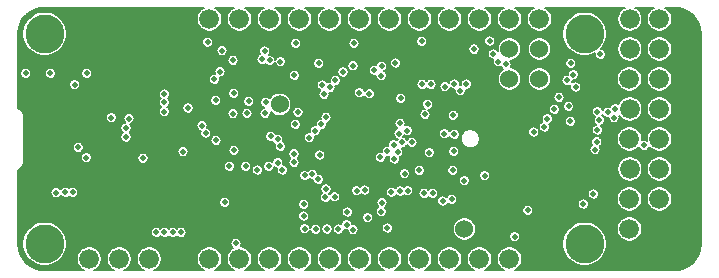
<source format=gbr>
G04 #@! TF.GenerationSoftware,KiCad,Pcbnew,5.1.4+dfsg1-1~bpo10+1*
G04 #@! TF.CreationDate,2020-03-06T18:09:37+01:00*
G04 #@! TF.ProjectId,quick-feather-board,71756963-6b2d-4666-9561-746865722d62,rev?*
G04 #@! TF.SameCoordinates,Original*
G04 #@! TF.FileFunction,Copper,L2,Inr*
G04 #@! TF.FilePolarity,Positive*
%FSLAX46Y46*%
G04 Gerber Fmt 4.6, Leading zero omitted, Abs format (unit mm)*
G04 Created by KiCad (PCBNEW 5.1.4+dfsg1-1~bpo10+1) date 2020-03-06 18:09:37*
%MOMM*%
%LPD*%
G04 APERTURE LIST*
%ADD10C,0.550000*%
%ADD11C,1.524000*%
%ADD12C,1.676400*%
%ADD13C,3.302000*%
%ADD14C,0.500000*%
%ADD15C,0.150000*%
G04 APERTURE END LIST*
D10*
X153915635Y-104990000D03*
X153137817Y-104212183D03*
X152360000Y-103434365D03*
X153137817Y-105767817D03*
X152360000Y-104990000D03*
X151582183Y-104212183D03*
X152360000Y-106545635D03*
X151582183Y-105767817D03*
X150804365Y-104990000D03*
D11*
X165011000Y-99923000D03*
X165011000Y-97383000D03*
X167551000Y-97383000D03*
X167551000Y-99923000D03*
D12*
X152311000Y-115163000D03*
X159931000Y-115163000D03*
X142151000Y-115163000D03*
X139611000Y-115163000D03*
X144691000Y-115163000D03*
X165011000Y-115163000D03*
X149771000Y-115163000D03*
X157391000Y-115163000D03*
X147231000Y-115163000D03*
X167551000Y-115163000D03*
X162471000Y-115163000D03*
X154851000Y-115163000D03*
X137061000Y-115163000D03*
X129441000Y-115163000D03*
X134521000Y-115163000D03*
X131981000Y-115163000D03*
X175171000Y-112623000D03*
X177711000Y-110083000D03*
X177711000Y-112623000D03*
X175171000Y-110083000D03*
X177711000Y-99923000D03*
X175195000Y-97383000D03*
X175195000Y-94857000D03*
X175171000Y-105003000D03*
X175171000Y-99923000D03*
X177711000Y-102463000D03*
X177711000Y-94843000D03*
X177711000Y-105003000D03*
X177711000Y-107543000D03*
X175195000Y-107543000D03*
X177711000Y-97383000D03*
X175195000Y-102463000D03*
D13*
X125655100Y-96089600D03*
X125655100Y-113869600D03*
X171375100Y-113869600D03*
X171375100Y-96089600D03*
D11*
X145550000Y-102070000D03*
X161196000Y-112624000D03*
D12*
X154851000Y-94843000D03*
X159931000Y-94843000D03*
X157391000Y-94843000D03*
X167551000Y-94843000D03*
X142151000Y-94843000D03*
X144691000Y-94843000D03*
X152311000Y-94843000D03*
X162471000Y-94843000D03*
X165011000Y-94843000D03*
X147231000Y-94843000D03*
X139611000Y-94843000D03*
X149771000Y-94843000D03*
D14*
X131800000Y-102500000D03*
X137100000Y-109290000D03*
X136470000Y-108800000D03*
X136470000Y-109710000D03*
X168400000Y-113300000D03*
X133900000Y-110200000D03*
X128580549Y-104689368D03*
X167350000Y-102750000D03*
X165120000Y-101360000D03*
X163250000Y-101500000D03*
X155100000Y-100850000D03*
X153570000Y-110720000D03*
X157397034Y-98401177D03*
X163592667Y-103407333D03*
X160454984Y-103670000D03*
X162945000Y-105760001D03*
X158918311Y-105678077D03*
X160960000Y-102710000D03*
X149350000Y-96020000D03*
X150300000Y-96080000D03*
X151030000Y-95400000D03*
X149566557Y-99776421D03*
X146670000Y-100560000D03*
X145259124Y-100850876D03*
X159646770Y-109337044D03*
X136880000Y-102710000D03*
X130110000Y-101540000D03*
X128420000Y-101530000D03*
X140400000Y-113010000D03*
X146710000Y-101760000D03*
X127120000Y-108680000D03*
X128690000Y-107480000D03*
X124165000Y-109540000D03*
X127120000Y-101220000D03*
X143950000Y-99840000D03*
X134680002Y-107270000D03*
X144500000Y-101200000D03*
X162970300Y-112151700D03*
X162990000Y-104980000D03*
X140356951Y-104344008D03*
X138300000Y-106000000D03*
X133060000Y-113475000D03*
X131800000Y-101700000D03*
X131800000Y-100900000D03*
X169211000Y-104193000D03*
X161111000Y-111343000D03*
X144606000Y-105755000D03*
X144205000Y-103463000D03*
X133070300Y-105826700D03*
X126900000Y-111826700D03*
X135100000Y-112910000D03*
X135800000Y-112910000D03*
X136500000Y-112910000D03*
X137200000Y-112910000D03*
X149425000Y-109950000D03*
X162900000Y-108100000D03*
X154150000Y-99650000D03*
X160287067Y-106035511D03*
X160240000Y-102980000D03*
X148840000Y-108420000D03*
X160120000Y-110110000D03*
X149172194Y-100424565D03*
X150920000Y-99320000D03*
X151760000Y-98810000D03*
X141670000Y-101140000D03*
X140500000Y-99310000D03*
X137800000Y-102370000D03*
X165440000Y-113270000D03*
X141681000Y-105953000D03*
X145401000Y-107018000D03*
X145401000Y-105013000D03*
X132550000Y-104075000D03*
X149560000Y-112620000D03*
X132550000Y-104825000D03*
X150520000Y-112630000D03*
X147680000Y-112590000D03*
X149820000Y-100620000D03*
X167050000Y-104405000D03*
X149470000Y-109240000D03*
X147670000Y-108090000D03*
X154150000Y-111150000D03*
X151295300Y-111176700D03*
X147595300Y-111526700D03*
X140895300Y-110360000D03*
X153000000Y-111650000D03*
X157780000Y-109600000D03*
X154214619Y-110402712D03*
X147595300Y-110526700D03*
X155750000Y-103685000D03*
X160350000Y-100350000D03*
X142781000Y-102823000D03*
X141600000Y-102850000D03*
X145614424Y-105614031D03*
X155650000Y-104550000D03*
X161350000Y-100350000D03*
X144381000Y-101903000D03*
X144801000Y-104775000D03*
X145781000Y-107628000D03*
X143671000Y-107628000D03*
X156350000Y-104300000D03*
X160850000Y-100900000D03*
X142930000Y-101815000D03*
X142671000Y-107300522D03*
X144621000Y-107300522D03*
X146770001Y-106970479D03*
X155360000Y-98570000D03*
X158220000Y-106149958D03*
X145625078Y-98456261D03*
X146910000Y-96890000D03*
X151840002Y-96890000D03*
X148850000Y-98600000D03*
X146791000Y-99603000D03*
X140160000Y-105120000D03*
X139300000Y-104500000D03*
X138981000Y-103873000D03*
X132790000Y-103290000D03*
X126130000Y-99450000D03*
X124050000Y-99440000D03*
X131300000Y-103200000D03*
X135800000Y-102700000D03*
X135800000Y-101200000D03*
X144696611Y-98354044D03*
X135800000Y-101900000D03*
X129210000Y-99440000D03*
X140030000Y-99940000D03*
X128200000Y-100400000D03*
X164060000Y-98450000D03*
X141610000Y-98344990D03*
X163650010Y-97810000D03*
X140140000Y-101730000D03*
X164710000Y-98670000D03*
X140670000Y-97530000D03*
X148560000Y-104310000D03*
X141290000Y-107300000D03*
X133990000Y-106620000D03*
X172461000Y-104243000D03*
X159545000Y-100560000D03*
X155920000Y-105290000D03*
X155800000Y-101550000D03*
X151770000Y-112690000D03*
X168211000Y-103293000D03*
X141850000Y-113830000D03*
X166570300Y-111051700D03*
X159350000Y-110250000D03*
X152763223Y-109325011D03*
X158520000Y-109600000D03*
X152060000Y-109390000D03*
X157570000Y-96730000D03*
X150280000Y-100020000D03*
X167970000Y-103980000D03*
X128490000Y-105710000D03*
X126620000Y-109540000D03*
X163342721Y-96705637D03*
X148060000Y-104900000D03*
X172461000Y-102693000D03*
X146870000Y-103750000D03*
X170160479Y-103492479D03*
X172116216Y-109654990D03*
X149080000Y-103750000D03*
X172411000Y-105243000D03*
X149480000Y-103150000D03*
X172261000Y-105893000D03*
X153140000Y-101180000D03*
X170011324Y-102245000D03*
X152311000Y-101093000D03*
X168811000Y-102493000D03*
X149310000Y-101210000D03*
X155740000Y-109410000D03*
X148311000Y-107983000D03*
X148600000Y-112650000D03*
X153560000Y-99180000D03*
X158100000Y-102050000D03*
X157600000Y-100364990D03*
X158361979Y-100364990D03*
X157864734Y-102914734D03*
X159500000Y-104555010D03*
X170411000Y-99543000D03*
X160350000Y-104600000D03*
X169886000Y-100043000D03*
X156750000Y-105275011D03*
X155000000Y-109500000D03*
X160220039Y-107644990D03*
X157364779Y-107644990D03*
X170211000Y-98593000D03*
X172611000Y-103393000D03*
X173311528Y-102742472D03*
X155210000Y-105480000D03*
X147100000Y-102725000D03*
X139450000Y-96800000D03*
X144320000Y-102820000D03*
X155270000Y-106695000D03*
X154680000Y-112540000D03*
X155555010Y-106108473D03*
X170611000Y-100593000D03*
X154670000Y-106030000D03*
X144054990Y-98250000D03*
X144280000Y-97550000D03*
X154086992Y-106564063D03*
X150200000Y-109900000D03*
X171250000Y-110500000D03*
X151220300Y-112251700D03*
X148944135Y-106355865D03*
X156394472Y-109374472D03*
X146770000Y-106260000D03*
X154200000Y-98830000D03*
X169210019Y-101468283D03*
X162010000Y-97390000D03*
X161200000Y-108530000D03*
X156124479Y-107925521D03*
X173861000Y-103193000D03*
X173961000Y-102443000D03*
X176411000Y-105543000D03*
X172711000Y-97843000D03*
X137365000Y-106070000D03*
X127395300Y-109526700D03*
X129180000Y-106580000D03*
X128045300Y-109526700D03*
D15*
X152360000Y-103434365D02*
X152360000Y-106545635D01*
X150804365Y-104990000D02*
X154010000Y-104990000D01*
X151582183Y-104212183D02*
X153420000Y-106050000D01*
X153137817Y-104212183D02*
X151582183Y-105767817D01*
G36*
X139107386Y-93900805D02*
G01*
X138933250Y-94017159D01*
X138785159Y-94165250D01*
X138668805Y-94339386D01*
X138588659Y-94532876D01*
X138547800Y-94738284D01*
X138547800Y-94947716D01*
X138588659Y-95153124D01*
X138668805Y-95346614D01*
X138785159Y-95520750D01*
X138933250Y-95668841D01*
X139107386Y-95785195D01*
X139300876Y-95865341D01*
X139506284Y-95906200D01*
X139715716Y-95906200D01*
X139921124Y-95865341D01*
X140114614Y-95785195D01*
X140288750Y-95668841D01*
X140436841Y-95520750D01*
X140553195Y-95346614D01*
X140633341Y-95153124D01*
X140674200Y-94947716D01*
X140674200Y-94738284D01*
X140633341Y-94532876D01*
X140553195Y-94339386D01*
X140436841Y-94165250D01*
X140288750Y-94017159D01*
X140114614Y-93900805D01*
X140048935Y-93873600D01*
X141713065Y-93873600D01*
X141647386Y-93900805D01*
X141473250Y-94017159D01*
X141325159Y-94165250D01*
X141208805Y-94339386D01*
X141128659Y-94532876D01*
X141087800Y-94738284D01*
X141087800Y-94947716D01*
X141128659Y-95153124D01*
X141208805Y-95346614D01*
X141325159Y-95520750D01*
X141473250Y-95668841D01*
X141647386Y-95785195D01*
X141840876Y-95865341D01*
X142046284Y-95906200D01*
X142255716Y-95906200D01*
X142461124Y-95865341D01*
X142654614Y-95785195D01*
X142828750Y-95668841D01*
X142976841Y-95520750D01*
X143093195Y-95346614D01*
X143173341Y-95153124D01*
X143214200Y-94947716D01*
X143214200Y-94738284D01*
X143173341Y-94532876D01*
X143093195Y-94339386D01*
X142976841Y-94165250D01*
X142828750Y-94017159D01*
X142654614Y-93900805D01*
X142588935Y-93873600D01*
X144253065Y-93873600D01*
X144187386Y-93900805D01*
X144013250Y-94017159D01*
X143865159Y-94165250D01*
X143748805Y-94339386D01*
X143668659Y-94532876D01*
X143627800Y-94738284D01*
X143627800Y-94947716D01*
X143668659Y-95153124D01*
X143748805Y-95346614D01*
X143865159Y-95520750D01*
X144013250Y-95668841D01*
X144187386Y-95785195D01*
X144380876Y-95865341D01*
X144586284Y-95906200D01*
X144795716Y-95906200D01*
X145001124Y-95865341D01*
X145194614Y-95785195D01*
X145368750Y-95668841D01*
X145516841Y-95520750D01*
X145633195Y-95346614D01*
X145713341Y-95153124D01*
X145754200Y-94947716D01*
X145754200Y-94738284D01*
X145713341Y-94532876D01*
X145633195Y-94339386D01*
X145516841Y-94165250D01*
X145368750Y-94017159D01*
X145194614Y-93900805D01*
X145128935Y-93873600D01*
X146793065Y-93873600D01*
X146727386Y-93900805D01*
X146553250Y-94017159D01*
X146405159Y-94165250D01*
X146288805Y-94339386D01*
X146208659Y-94532876D01*
X146167800Y-94738284D01*
X146167800Y-94947716D01*
X146208659Y-95153124D01*
X146288805Y-95346614D01*
X146405159Y-95520750D01*
X146553250Y-95668841D01*
X146727386Y-95785195D01*
X146920876Y-95865341D01*
X147126284Y-95906200D01*
X147335716Y-95906200D01*
X147541124Y-95865341D01*
X147734614Y-95785195D01*
X147908750Y-95668841D01*
X148056841Y-95520750D01*
X148173195Y-95346614D01*
X148253341Y-95153124D01*
X148294200Y-94947716D01*
X148294200Y-94738284D01*
X148253341Y-94532876D01*
X148173195Y-94339386D01*
X148056841Y-94165250D01*
X147908750Y-94017159D01*
X147734614Y-93900805D01*
X147668935Y-93873600D01*
X149333065Y-93873600D01*
X149267386Y-93900805D01*
X149093250Y-94017159D01*
X148945159Y-94165250D01*
X148828805Y-94339386D01*
X148748659Y-94532876D01*
X148707800Y-94738284D01*
X148707800Y-94947716D01*
X148748659Y-95153124D01*
X148828805Y-95346614D01*
X148945159Y-95520750D01*
X149093250Y-95668841D01*
X149267386Y-95785195D01*
X149460876Y-95865341D01*
X149666284Y-95906200D01*
X149875716Y-95906200D01*
X150081124Y-95865341D01*
X150274614Y-95785195D01*
X150448750Y-95668841D01*
X150596841Y-95520750D01*
X150713195Y-95346614D01*
X150793341Y-95153124D01*
X150834200Y-94947716D01*
X150834200Y-94738284D01*
X150793341Y-94532876D01*
X150713195Y-94339386D01*
X150596841Y-94165250D01*
X150448750Y-94017159D01*
X150274614Y-93900805D01*
X150208935Y-93873600D01*
X151873065Y-93873600D01*
X151807386Y-93900805D01*
X151633250Y-94017159D01*
X151485159Y-94165250D01*
X151368805Y-94339386D01*
X151288659Y-94532876D01*
X151247800Y-94738284D01*
X151247800Y-94947716D01*
X151288659Y-95153124D01*
X151368805Y-95346614D01*
X151485159Y-95520750D01*
X151633250Y-95668841D01*
X151807386Y-95785195D01*
X152000876Y-95865341D01*
X152206284Y-95906200D01*
X152415716Y-95906200D01*
X152621124Y-95865341D01*
X152814614Y-95785195D01*
X152988750Y-95668841D01*
X153136841Y-95520750D01*
X153253195Y-95346614D01*
X153333341Y-95153124D01*
X153374200Y-94947716D01*
X153374200Y-94738284D01*
X153333341Y-94532876D01*
X153253195Y-94339386D01*
X153136841Y-94165250D01*
X152988750Y-94017159D01*
X152814614Y-93900805D01*
X152748935Y-93873600D01*
X154413065Y-93873600D01*
X154347386Y-93900805D01*
X154173250Y-94017159D01*
X154025159Y-94165250D01*
X153908805Y-94339386D01*
X153828659Y-94532876D01*
X153787800Y-94738284D01*
X153787800Y-94947716D01*
X153828659Y-95153124D01*
X153908805Y-95346614D01*
X154025159Y-95520750D01*
X154173250Y-95668841D01*
X154347386Y-95785195D01*
X154540876Y-95865341D01*
X154746284Y-95906200D01*
X154955716Y-95906200D01*
X155161124Y-95865341D01*
X155354614Y-95785195D01*
X155528750Y-95668841D01*
X155676841Y-95520750D01*
X155793195Y-95346614D01*
X155873341Y-95153124D01*
X155914200Y-94947716D01*
X155914200Y-94738284D01*
X155873341Y-94532876D01*
X155793195Y-94339386D01*
X155676841Y-94165250D01*
X155528750Y-94017159D01*
X155354614Y-93900805D01*
X155288935Y-93873600D01*
X156953065Y-93873600D01*
X156887386Y-93900805D01*
X156713250Y-94017159D01*
X156565159Y-94165250D01*
X156448805Y-94339386D01*
X156368659Y-94532876D01*
X156327800Y-94738284D01*
X156327800Y-94947716D01*
X156368659Y-95153124D01*
X156448805Y-95346614D01*
X156565159Y-95520750D01*
X156713250Y-95668841D01*
X156887386Y-95785195D01*
X157080876Y-95865341D01*
X157286284Y-95906200D01*
X157495716Y-95906200D01*
X157701124Y-95865341D01*
X157894614Y-95785195D01*
X158068750Y-95668841D01*
X158216841Y-95520750D01*
X158333195Y-95346614D01*
X158413341Y-95153124D01*
X158454200Y-94947716D01*
X158454200Y-94738284D01*
X158413341Y-94532876D01*
X158333195Y-94339386D01*
X158216841Y-94165250D01*
X158068750Y-94017159D01*
X157894614Y-93900805D01*
X157828935Y-93873600D01*
X159493065Y-93873600D01*
X159427386Y-93900805D01*
X159253250Y-94017159D01*
X159105159Y-94165250D01*
X158988805Y-94339386D01*
X158908659Y-94532876D01*
X158867800Y-94738284D01*
X158867800Y-94947716D01*
X158908659Y-95153124D01*
X158988805Y-95346614D01*
X159105159Y-95520750D01*
X159253250Y-95668841D01*
X159427386Y-95785195D01*
X159620876Y-95865341D01*
X159826284Y-95906200D01*
X160035716Y-95906200D01*
X160241124Y-95865341D01*
X160434614Y-95785195D01*
X160608750Y-95668841D01*
X160756841Y-95520750D01*
X160873195Y-95346614D01*
X160953341Y-95153124D01*
X160994200Y-94947716D01*
X160994200Y-94738284D01*
X160953341Y-94532876D01*
X160873195Y-94339386D01*
X160756841Y-94165250D01*
X160608750Y-94017159D01*
X160434614Y-93900805D01*
X160368935Y-93873600D01*
X162033065Y-93873600D01*
X161967386Y-93900805D01*
X161793250Y-94017159D01*
X161645159Y-94165250D01*
X161528805Y-94339386D01*
X161448659Y-94532876D01*
X161407800Y-94738284D01*
X161407800Y-94947716D01*
X161448659Y-95153124D01*
X161528805Y-95346614D01*
X161645159Y-95520750D01*
X161793250Y-95668841D01*
X161967386Y-95785195D01*
X162160876Y-95865341D01*
X162366284Y-95906200D01*
X162575716Y-95906200D01*
X162781124Y-95865341D01*
X162974614Y-95785195D01*
X163148750Y-95668841D01*
X163296841Y-95520750D01*
X163413195Y-95346614D01*
X163493341Y-95153124D01*
X163534200Y-94947716D01*
X163534200Y-94738284D01*
X163493341Y-94532876D01*
X163413195Y-94339386D01*
X163296841Y-94165250D01*
X163148750Y-94017159D01*
X162974614Y-93900805D01*
X162908935Y-93873600D01*
X164573065Y-93873600D01*
X164507386Y-93900805D01*
X164333250Y-94017159D01*
X164185159Y-94165250D01*
X164068805Y-94339386D01*
X163988659Y-94532876D01*
X163947800Y-94738284D01*
X163947800Y-94947716D01*
X163988659Y-95153124D01*
X164068805Y-95346614D01*
X164185159Y-95520750D01*
X164333250Y-95668841D01*
X164507386Y-95785195D01*
X164700876Y-95865341D01*
X164906284Y-95906200D01*
X165115716Y-95906200D01*
X165321124Y-95865341D01*
X165514614Y-95785195D01*
X165688750Y-95668841D01*
X165836841Y-95520750D01*
X165953195Y-95346614D01*
X166033341Y-95153124D01*
X166074200Y-94947716D01*
X166074200Y-94738284D01*
X166033341Y-94532876D01*
X165953195Y-94339386D01*
X165836841Y-94165250D01*
X165688750Y-94017159D01*
X165514614Y-93900805D01*
X165448935Y-93873600D01*
X167113065Y-93873600D01*
X167047386Y-93900805D01*
X166873250Y-94017159D01*
X166725159Y-94165250D01*
X166608805Y-94339386D01*
X166528659Y-94532876D01*
X166487800Y-94738284D01*
X166487800Y-94947716D01*
X166528659Y-95153124D01*
X166608805Y-95346614D01*
X166725159Y-95520750D01*
X166873250Y-95668841D01*
X167047386Y-95785195D01*
X167240876Y-95865341D01*
X167446284Y-95906200D01*
X167655716Y-95906200D01*
X167662603Y-95904830D01*
X169499100Y-95904830D01*
X169499100Y-96274370D01*
X169571194Y-96636809D01*
X169712611Y-96978219D01*
X169917916Y-97285480D01*
X170179220Y-97546784D01*
X170486481Y-97752089D01*
X170827891Y-97893506D01*
X171190330Y-97965600D01*
X171559870Y-97965600D01*
X171922309Y-97893506D01*
X172243077Y-97760639D01*
X172236000Y-97796217D01*
X172236000Y-97889783D01*
X172254254Y-97981552D01*
X172290061Y-98067997D01*
X172342044Y-98145795D01*
X172408205Y-98211956D01*
X172486003Y-98263939D01*
X172572448Y-98299746D01*
X172664217Y-98318000D01*
X172757783Y-98318000D01*
X172849552Y-98299746D01*
X172935997Y-98263939D01*
X173013795Y-98211956D01*
X173079956Y-98145795D01*
X173131939Y-98067997D01*
X173167746Y-97981552D01*
X173186000Y-97889783D01*
X173186000Y-97796217D01*
X173167746Y-97704448D01*
X173131939Y-97618003D01*
X173079956Y-97540205D01*
X173013795Y-97474044D01*
X172935997Y-97422061D01*
X172849552Y-97386254D01*
X172757783Y-97368000D01*
X172749764Y-97368000D01*
X172832284Y-97285480D01*
X172837092Y-97278284D01*
X174131800Y-97278284D01*
X174131800Y-97487716D01*
X174172659Y-97693124D01*
X174252805Y-97886614D01*
X174369159Y-98060750D01*
X174517250Y-98208841D01*
X174691386Y-98325195D01*
X174884876Y-98405341D01*
X175090284Y-98446200D01*
X175299716Y-98446200D01*
X175505124Y-98405341D01*
X175698614Y-98325195D01*
X175872750Y-98208841D01*
X176020841Y-98060750D01*
X176137195Y-97886614D01*
X176217341Y-97693124D01*
X176258200Y-97487716D01*
X176258200Y-97278284D01*
X176647800Y-97278284D01*
X176647800Y-97487716D01*
X176688659Y-97693124D01*
X176768805Y-97886614D01*
X176885159Y-98060750D01*
X177033250Y-98208841D01*
X177207386Y-98325195D01*
X177400876Y-98405341D01*
X177606284Y-98446200D01*
X177815716Y-98446200D01*
X178021124Y-98405341D01*
X178214614Y-98325195D01*
X178388750Y-98208841D01*
X178536841Y-98060750D01*
X178653195Y-97886614D01*
X178733341Y-97693124D01*
X178774200Y-97487716D01*
X178774200Y-97278284D01*
X178733341Y-97072876D01*
X178653195Y-96879386D01*
X178536841Y-96705250D01*
X178388750Y-96557159D01*
X178214614Y-96440805D01*
X178021124Y-96360659D01*
X177815716Y-96319800D01*
X177606284Y-96319800D01*
X177400876Y-96360659D01*
X177207386Y-96440805D01*
X177033250Y-96557159D01*
X176885159Y-96705250D01*
X176768805Y-96879386D01*
X176688659Y-97072876D01*
X176647800Y-97278284D01*
X176258200Y-97278284D01*
X176217341Y-97072876D01*
X176137195Y-96879386D01*
X176020841Y-96705250D01*
X175872750Y-96557159D01*
X175698614Y-96440805D01*
X175505124Y-96360659D01*
X175299716Y-96319800D01*
X175090284Y-96319800D01*
X174884876Y-96360659D01*
X174691386Y-96440805D01*
X174517250Y-96557159D01*
X174369159Y-96705250D01*
X174252805Y-96879386D01*
X174172659Y-97072876D01*
X174131800Y-97278284D01*
X172837092Y-97278284D01*
X173037589Y-96978219D01*
X173179006Y-96636809D01*
X173251100Y-96274370D01*
X173251100Y-95904830D01*
X173179006Y-95542391D01*
X173037589Y-95200981D01*
X172832284Y-94893720D01*
X172570980Y-94632416D01*
X172263719Y-94427111D01*
X171922309Y-94285694D01*
X171559870Y-94213600D01*
X171190330Y-94213600D01*
X170827891Y-94285694D01*
X170486481Y-94427111D01*
X170179220Y-94632416D01*
X169917916Y-94893720D01*
X169712611Y-95200981D01*
X169571194Y-95542391D01*
X169499100Y-95904830D01*
X167662603Y-95904830D01*
X167861124Y-95865341D01*
X168054614Y-95785195D01*
X168228750Y-95668841D01*
X168376841Y-95520750D01*
X168493195Y-95346614D01*
X168573341Y-95153124D01*
X168614200Y-94947716D01*
X168614200Y-94738284D01*
X168573341Y-94532876D01*
X168493195Y-94339386D01*
X168376841Y-94165250D01*
X168228750Y-94017159D01*
X168054614Y-93900805D01*
X167988935Y-93873600D01*
X174790864Y-93873600D01*
X174691386Y-93914805D01*
X174517250Y-94031159D01*
X174369159Y-94179250D01*
X174252805Y-94353386D01*
X174172659Y-94546876D01*
X174131800Y-94752284D01*
X174131800Y-94961716D01*
X174172659Y-95167124D01*
X174252805Y-95360614D01*
X174369159Y-95534750D01*
X174517250Y-95682841D01*
X174691386Y-95799195D01*
X174884876Y-95879341D01*
X175090284Y-95920200D01*
X175299716Y-95920200D01*
X175505124Y-95879341D01*
X175698614Y-95799195D01*
X175872750Y-95682841D01*
X176020841Y-95534750D01*
X176137195Y-95360614D01*
X176217341Y-95167124D01*
X176258200Y-94961716D01*
X176258200Y-94752284D01*
X176217341Y-94546876D01*
X176137195Y-94353386D01*
X176020841Y-94179250D01*
X175872750Y-94031159D01*
X175698614Y-93914805D01*
X175599136Y-93873600D01*
X177273065Y-93873600D01*
X177207386Y-93900805D01*
X177033250Y-94017159D01*
X176885159Y-94165250D01*
X176768805Y-94339386D01*
X176688659Y-94532876D01*
X176647800Y-94738284D01*
X176647800Y-94947716D01*
X176688659Y-95153124D01*
X176768805Y-95346614D01*
X176885159Y-95520750D01*
X177033250Y-95668841D01*
X177207386Y-95785195D01*
X177400876Y-95865341D01*
X177606284Y-95906200D01*
X177815716Y-95906200D01*
X178021124Y-95865341D01*
X178214614Y-95785195D01*
X178388750Y-95668841D01*
X178536841Y-95520750D01*
X178653195Y-95346614D01*
X178733341Y-95153124D01*
X178774200Y-94947716D01*
X178774200Y-94738284D01*
X178733341Y-94532876D01*
X178653195Y-94339386D01*
X178536841Y-94165250D01*
X178388750Y-94017159D01*
X178214614Y-93900805D01*
X178148935Y-93873600D01*
X178966430Y-93873600D01*
X179415904Y-93917671D01*
X179834152Y-94043948D01*
X180219902Y-94249055D01*
X180558469Y-94525185D01*
X180836950Y-94861811D01*
X181044747Y-95246123D01*
X181173938Y-95663471D01*
X181221093Y-96112120D01*
X181221101Y-96114363D01*
X181221100Y-113878930D01*
X181177029Y-114328403D01*
X181050752Y-114746652D01*
X180845647Y-115132400D01*
X180569518Y-115470967D01*
X180232889Y-115749450D01*
X179848578Y-115957246D01*
X179431229Y-116086438D01*
X178982580Y-116133593D01*
X178980623Y-116133600D01*
X165446038Y-116133600D01*
X165514614Y-116105195D01*
X165688750Y-115988841D01*
X165836841Y-115840750D01*
X165953195Y-115666614D01*
X166033341Y-115473124D01*
X166074200Y-115267716D01*
X166074200Y-115058284D01*
X166033341Y-114852876D01*
X165953195Y-114659386D01*
X165836841Y-114485250D01*
X165688750Y-114337159D01*
X165514614Y-114220805D01*
X165321124Y-114140659D01*
X165115716Y-114099800D01*
X164906284Y-114099800D01*
X164700876Y-114140659D01*
X164507386Y-114220805D01*
X164333250Y-114337159D01*
X164185159Y-114485250D01*
X164068805Y-114659386D01*
X163988659Y-114852876D01*
X163947800Y-115058284D01*
X163947800Y-115267716D01*
X163988659Y-115473124D01*
X164068805Y-115666614D01*
X164185159Y-115840750D01*
X164333250Y-115988841D01*
X164507386Y-116105195D01*
X164575962Y-116133600D01*
X162906038Y-116133600D01*
X162974614Y-116105195D01*
X163148750Y-115988841D01*
X163296841Y-115840750D01*
X163413195Y-115666614D01*
X163493341Y-115473124D01*
X163534200Y-115267716D01*
X163534200Y-115058284D01*
X163493341Y-114852876D01*
X163413195Y-114659386D01*
X163296841Y-114485250D01*
X163148750Y-114337159D01*
X162974614Y-114220805D01*
X162781124Y-114140659D01*
X162575716Y-114099800D01*
X162366284Y-114099800D01*
X162160876Y-114140659D01*
X161967386Y-114220805D01*
X161793250Y-114337159D01*
X161645159Y-114485250D01*
X161528805Y-114659386D01*
X161448659Y-114852876D01*
X161407800Y-115058284D01*
X161407800Y-115267716D01*
X161448659Y-115473124D01*
X161528805Y-115666614D01*
X161645159Y-115840750D01*
X161793250Y-115988841D01*
X161967386Y-116105195D01*
X162035962Y-116133600D01*
X160366038Y-116133600D01*
X160434614Y-116105195D01*
X160608750Y-115988841D01*
X160756841Y-115840750D01*
X160873195Y-115666614D01*
X160953341Y-115473124D01*
X160994200Y-115267716D01*
X160994200Y-115058284D01*
X160953341Y-114852876D01*
X160873195Y-114659386D01*
X160756841Y-114485250D01*
X160608750Y-114337159D01*
X160434614Y-114220805D01*
X160241124Y-114140659D01*
X160035716Y-114099800D01*
X159826284Y-114099800D01*
X159620876Y-114140659D01*
X159427386Y-114220805D01*
X159253250Y-114337159D01*
X159105159Y-114485250D01*
X158988805Y-114659386D01*
X158908659Y-114852876D01*
X158867800Y-115058284D01*
X158867800Y-115267716D01*
X158908659Y-115473124D01*
X158988805Y-115666614D01*
X159105159Y-115840750D01*
X159253250Y-115988841D01*
X159427386Y-116105195D01*
X159495962Y-116133600D01*
X157826038Y-116133600D01*
X157894614Y-116105195D01*
X158068750Y-115988841D01*
X158216841Y-115840750D01*
X158333195Y-115666614D01*
X158413341Y-115473124D01*
X158454200Y-115267716D01*
X158454200Y-115058284D01*
X158413341Y-114852876D01*
X158333195Y-114659386D01*
X158216841Y-114485250D01*
X158068750Y-114337159D01*
X157894614Y-114220805D01*
X157701124Y-114140659D01*
X157495716Y-114099800D01*
X157286284Y-114099800D01*
X157080876Y-114140659D01*
X156887386Y-114220805D01*
X156713250Y-114337159D01*
X156565159Y-114485250D01*
X156448805Y-114659386D01*
X156368659Y-114852876D01*
X156327800Y-115058284D01*
X156327800Y-115267716D01*
X156368659Y-115473124D01*
X156448805Y-115666614D01*
X156565159Y-115840750D01*
X156713250Y-115988841D01*
X156887386Y-116105195D01*
X156955962Y-116133600D01*
X155286038Y-116133600D01*
X155354614Y-116105195D01*
X155528750Y-115988841D01*
X155676841Y-115840750D01*
X155793195Y-115666614D01*
X155873341Y-115473124D01*
X155914200Y-115267716D01*
X155914200Y-115058284D01*
X155873341Y-114852876D01*
X155793195Y-114659386D01*
X155676841Y-114485250D01*
X155528750Y-114337159D01*
X155354614Y-114220805D01*
X155161124Y-114140659D01*
X154955716Y-114099800D01*
X154746284Y-114099800D01*
X154540876Y-114140659D01*
X154347386Y-114220805D01*
X154173250Y-114337159D01*
X154025159Y-114485250D01*
X153908805Y-114659386D01*
X153828659Y-114852876D01*
X153787800Y-115058284D01*
X153787800Y-115267716D01*
X153828659Y-115473124D01*
X153908805Y-115666614D01*
X154025159Y-115840750D01*
X154173250Y-115988841D01*
X154347386Y-116105195D01*
X154415962Y-116133600D01*
X152746038Y-116133600D01*
X152814614Y-116105195D01*
X152988750Y-115988841D01*
X153136841Y-115840750D01*
X153253195Y-115666614D01*
X153333341Y-115473124D01*
X153374200Y-115267716D01*
X153374200Y-115058284D01*
X153333341Y-114852876D01*
X153253195Y-114659386D01*
X153136841Y-114485250D01*
X152988750Y-114337159D01*
X152814614Y-114220805D01*
X152621124Y-114140659D01*
X152415716Y-114099800D01*
X152206284Y-114099800D01*
X152000876Y-114140659D01*
X151807386Y-114220805D01*
X151633250Y-114337159D01*
X151485159Y-114485250D01*
X151368805Y-114659386D01*
X151288659Y-114852876D01*
X151247800Y-115058284D01*
X151247800Y-115267716D01*
X151288659Y-115473124D01*
X151368805Y-115666614D01*
X151485159Y-115840750D01*
X151633250Y-115988841D01*
X151807386Y-116105195D01*
X151875962Y-116133600D01*
X150206038Y-116133600D01*
X150274614Y-116105195D01*
X150448750Y-115988841D01*
X150596841Y-115840750D01*
X150713195Y-115666614D01*
X150793341Y-115473124D01*
X150834200Y-115267716D01*
X150834200Y-115058284D01*
X150793341Y-114852876D01*
X150713195Y-114659386D01*
X150596841Y-114485250D01*
X150448750Y-114337159D01*
X150274614Y-114220805D01*
X150081124Y-114140659D01*
X149875716Y-114099800D01*
X149666284Y-114099800D01*
X149460876Y-114140659D01*
X149267386Y-114220805D01*
X149093250Y-114337159D01*
X148945159Y-114485250D01*
X148828805Y-114659386D01*
X148748659Y-114852876D01*
X148707800Y-115058284D01*
X148707800Y-115267716D01*
X148748659Y-115473124D01*
X148828805Y-115666614D01*
X148945159Y-115840750D01*
X149093250Y-115988841D01*
X149267386Y-116105195D01*
X149335962Y-116133600D01*
X147666038Y-116133600D01*
X147734614Y-116105195D01*
X147908750Y-115988841D01*
X148056841Y-115840750D01*
X148173195Y-115666614D01*
X148253341Y-115473124D01*
X148294200Y-115267716D01*
X148294200Y-115058284D01*
X148253341Y-114852876D01*
X148173195Y-114659386D01*
X148056841Y-114485250D01*
X147908750Y-114337159D01*
X147734614Y-114220805D01*
X147541124Y-114140659D01*
X147335716Y-114099800D01*
X147126284Y-114099800D01*
X146920876Y-114140659D01*
X146727386Y-114220805D01*
X146553250Y-114337159D01*
X146405159Y-114485250D01*
X146288805Y-114659386D01*
X146208659Y-114852876D01*
X146167800Y-115058284D01*
X146167800Y-115267716D01*
X146208659Y-115473124D01*
X146288805Y-115666614D01*
X146405159Y-115840750D01*
X146553250Y-115988841D01*
X146727386Y-116105195D01*
X146795962Y-116133600D01*
X145126038Y-116133600D01*
X145194614Y-116105195D01*
X145368750Y-115988841D01*
X145516841Y-115840750D01*
X145633195Y-115666614D01*
X145713341Y-115473124D01*
X145754200Y-115267716D01*
X145754200Y-115058284D01*
X145713341Y-114852876D01*
X145633195Y-114659386D01*
X145516841Y-114485250D01*
X145368750Y-114337159D01*
X145194614Y-114220805D01*
X145001124Y-114140659D01*
X144795716Y-114099800D01*
X144586284Y-114099800D01*
X144380876Y-114140659D01*
X144187386Y-114220805D01*
X144013250Y-114337159D01*
X143865159Y-114485250D01*
X143748805Y-114659386D01*
X143668659Y-114852876D01*
X143627800Y-115058284D01*
X143627800Y-115267716D01*
X143668659Y-115473124D01*
X143748805Y-115666614D01*
X143865159Y-115840750D01*
X144013250Y-115988841D01*
X144187386Y-116105195D01*
X144255962Y-116133600D01*
X142586038Y-116133600D01*
X142654614Y-116105195D01*
X142828750Y-115988841D01*
X142976841Y-115840750D01*
X143093195Y-115666614D01*
X143173341Y-115473124D01*
X143214200Y-115267716D01*
X143214200Y-115058284D01*
X143173341Y-114852876D01*
X143093195Y-114659386D01*
X142976841Y-114485250D01*
X142828750Y-114337159D01*
X142654614Y-114220805D01*
X142461124Y-114140659D01*
X142255716Y-114099800D01*
X142241003Y-114099800D01*
X142270939Y-114054997D01*
X142306746Y-113968552D01*
X142325000Y-113876783D01*
X142325000Y-113783217D01*
X142306746Y-113691448D01*
X142270939Y-113605003D01*
X142218956Y-113527205D01*
X142152795Y-113461044D01*
X142074997Y-113409061D01*
X141988552Y-113373254D01*
X141896783Y-113355000D01*
X141803217Y-113355000D01*
X141711448Y-113373254D01*
X141625003Y-113409061D01*
X141547205Y-113461044D01*
X141481044Y-113527205D01*
X141429061Y-113605003D01*
X141393254Y-113691448D01*
X141375000Y-113783217D01*
X141375000Y-113876783D01*
X141393254Y-113968552D01*
X141429061Y-114054997D01*
X141481044Y-114132795D01*
X141547205Y-114198956D01*
X141613645Y-114243350D01*
X141473250Y-114337159D01*
X141325159Y-114485250D01*
X141208805Y-114659386D01*
X141128659Y-114852876D01*
X141087800Y-115058284D01*
X141087800Y-115267716D01*
X141128659Y-115473124D01*
X141208805Y-115666614D01*
X141325159Y-115840750D01*
X141473250Y-115988841D01*
X141647386Y-116105195D01*
X141715962Y-116133600D01*
X140046038Y-116133600D01*
X140114614Y-116105195D01*
X140288750Y-115988841D01*
X140436841Y-115840750D01*
X140553195Y-115666614D01*
X140633341Y-115473124D01*
X140674200Y-115267716D01*
X140674200Y-115058284D01*
X140633341Y-114852876D01*
X140553195Y-114659386D01*
X140436841Y-114485250D01*
X140288750Y-114337159D01*
X140114614Y-114220805D01*
X139921124Y-114140659D01*
X139715716Y-114099800D01*
X139506284Y-114099800D01*
X139300876Y-114140659D01*
X139107386Y-114220805D01*
X138933250Y-114337159D01*
X138785159Y-114485250D01*
X138668805Y-114659386D01*
X138588659Y-114852876D01*
X138547800Y-115058284D01*
X138547800Y-115267716D01*
X138588659Y-115473124D01*
X138668805Y-115666614D01*
X138785159Y-115840750D01*
X138933250Y-115988841D01*
X139107386Y-116105195D01*
X139175962Y-116133600D01*
X134956038Y-116133600D01*
X135024614Y-116105195D01*
X135198750Y-115988841D01*
X135346841Y-115840750D01*
X135463195Y-115666614D01*
X135543341Y-115473124D01*
X135584200Y-115267716D01*
X135584200Y-115058284D01*
X135543341Y-114852876D01*
X135463195Y-114659386D01*
X135346841Y-114485250D01*
X135198750Y-114337159D01*
X135024614Y-114220805D01*
X134831124Y-114140659D01*
X134625716Y-114099800D01*
X134416284Y-114099800D01*
X134210876Y-114140659D01*
X134017386Y-114220805D01*
X133843250Y-114337159D01*
X133695159Y-114485250D01*
X133578805Y-114659386D01*
X133498659Y-114852876D01*
X133457800Y-115058284D01*
X133457800Y-115267716D01*
X133498659Y-115473124D01*
X133578805Y-115666614D01*
X133695159Y-115840750D01*
X133843250Y-115988841D01*
X134017386Y-116105195D01*
X134085962Y-116133600D01*
X132416038Y-116133600D01*
X132484614Y-116105195D01*
X132658750Y-115988841D01*
X132806841Y-115840750D01*
X132923195Y-115666614D01*
X133003341Y-115473124D01*
X133044200Y-115267716D01*
X133044200Y-115058284D01*
X133003341Y-114852876D01*
X132923195Y-114659386D01*
X132806841Y-114485250D01*
X132658750Y-114337159D01*
X132484614Y-114220805D01*
X132291124Y-114140659D01*
X132085716Y-114099800D01*
X131876284Y-114099800D01*
X131670876Y-114140659D01*
X131477386Y-114220805D01*
X131303250Y-114337159D01*
X131155159Y-114485250D01*
X131038805Y-114659386D01*
X130958659Y-114852876D01*
X130917800Y-115058284D01*
X130917800Y-115267716D01*
X130958659Y-115473124D01*
X131038805Y-115666614D01*
X131155159Y-115840750D01*
X131303250Y-115988841D01*
X131477386Y-116105195D01*
X131545962Y-116133600D01*
X129876038Y-116133600D01*
X129944614Y-116105195D01*
X130118750Y-115988841D01*
X130266841Y-115840750D01*
X130383195Y-115666614D01*
X130463341Y-115473124D01*
X130504200Y-115267716D01*
X130504200Y-115058284D01*
X130463341Y-114852876D01*
X130383195Y-114659386D01*
X130266841Y-114485250D01*
X130118750Y-114337159D01*
X129944614Y-114220805D01*
X129751124Y-114140659D01*
X129545716Y-114099800D01*
X129336284Y-114099800D01*
X129130876Y-114140659D01*
X128937386Y-114220805D01*
X128763250Y-114337159D01*
X128615159Y-114485250D01*
X128498805Y-114659386D01*
X128418659Y-114852876D01*
X128377800Y-115058284D01*
X128377800Y-115267716D01*
X128418659Y-115473124D01*
X128498805Y-115666614D01*
X128615159Y-115840750D01*
X128763250Y-115988841D01*
X128937386Y-116105195D01*
X129005962Y-116133600D01*
X125655770Y-116133600D01*
X125206297Y-116089529D01*
X124788048Y-115963252D01*
X124402300Y-115758147D01*
X124063733Y-115482018D01*
X123785250Y-115145389D01*
X123577454Y-114761078D01*
X123448262Y-114343729D01*
X123401107Y-113895080D01*
X123401100Y-113893123D01*
X123401100Y-113684830D01*
X123779100Y-113684830D01*
X123779100Y-114054370D01*
X123851194Y-114416809D01*
X123992611Y-114758219D01*
X124197916Y-115065480D01*
X124459220Y-115326784D01*
X124766481Y-115532089D01*
X125107891Y-115673506D01*
X125470330Y-115745600D01*
X125839870Y-115745600D01*
X126202309Y-115673506D01*
X126543719Y-115532089D01*
X126850980Y-115326784D01*
X127112284Y-115065480D01*
X127317589Y-114758219D01*
X127459006Y-114416809D01*
X127531100Y-114054370D01*
X127531100Y-113684830D01*
X127459006Y-113322391D01*
X127317589Y-112980981D01*
X127238902Y-112863217D01*
X134625000Y-112863217D01*
X134625000Y-112956783D01*
X134643254Y-113048552D01*
X134679061Y-113134997D01*
X134731044Y-113212795D01*
X134797205Y-113278956D01*
X134875003Y-113330939D01*
X134961448Y-113366746D01*
X135053217Y-113385000D01*
X135146783Y-113385000D01*
X135238552Y-113366746D01*
X135324997Y-113330939D01*
X135402795Y-113278956D01*
X135450000Y-113231751D01*
X135497205Y-113278956D01*
X135575003Y-113330939D01*
X135661448Y-113366746D01*
X135753217Y-113385000D01*
X135846783Y-113385000D01*
X135938552Y-113366746D01*
X136024997Y-113330939D01*
X136102795Y-113278956D01*
X136150000Y-113231751D01*
X136197205Y-113278956D01*
X136275003Y-113330939D01*
X136361448Y-113366746D01*
X136453217Y-113385000D01*
X136546783Y-113385000D01*
X136638552Y-113366746D01*
X136724997Y-113330939D01*
X136802795Y-113278956D01*
X136850000Y-113231751D01*
X136897205Y-113278956D01*
X136975003Y-113330939D01*
X137061448Y-113366746D01*
X137153217Y-113385000D01*
X137246783Y-113385000D01*
X137338552Y-113366746D01*
X137424997Y-113330939D01*
X137502795Y-113278956D01*
X137568956Y-113212795D01*
X137620939Y-113134997D01*
X137656746Y-113048552D01*
X137675000Y-112956783D01*
X137675000Y-112863217D01*
X137656746Y-112771448D01*
X137620939Y-112685003D01*
X137568956Y-112607205D01*
X137504968Y-112543217D01*
X147205000Y-112543217D01*
X147205000Y-112636783D01*
X147223254Y-112728552D01*
X147259061Y-112814997D01*
X147311044Y-112892795D01*
X147377205Y-112958956D01*
X147455003Y-113010939D01*
X147541448Y-113046746D01*
X147633217Y-113065000D01*
X147726783Y-113065000D01*
X147818552Y-113046746D01*
X147904997Y-113010939D01*
X147982795Y-112958956D01*
X148048956Y-112892795D01*
X148100939Y-112814997D01*
X148133080Y-112737403D01*
X148143254Y-112788552D01*
X148179061Y-112874997D01*
X148231044Y-112952795D01*
X148297205Y-113018956D01*
X148375003Y-113070939D01*
X148461448Y-113106746D01*
X148553217Y-113125000D01*
X148646783Y-113125000D01*
X148738552Y-113106746D01*
X148824997Y-113070939D01*
X148902795Y-113018956D01*
X148968956Y-112952795D01*
X149020939Y-112874997D01*
X149056746Y-112788552D01*
X149075000Y-112696783D01*
X149075000Y-112603217D01*
X149069033Y-112573217D01*
X149085000Y-112573217D01*
X149085000Y-112666783D01*
X149103254Y-112758552D01*
X149139061Y-112844997D01*
X149191044Y-112922795D01*
X149257205Y-112988956D01*
X149335003Y-113040939D01*
X149421448Y-113076746D01*
X149513217Y-113095000D01*
X149606783Y-113095000D01*
X149698552Y-113076746D01*
X149784997Y-113040939D01*
X149862795Y-112988956D01*
X149928956Y-112922795D01*
X149980939Y-112844997D01*
X150016746Y-112758552D01*
X150035000Y-112666783D01*
X150035000Y-112583217D01*
X150045000Y-112583217D01*
X150045000Y-112676783D01*
X150063254Y-112768552D01*
X150099061Y-112854997D01*
X150151044Y-112932795D01*
X150217205Y-112998956D01*
X150295003Y-113050939D01*
X150381448Y-113086746D01*
X150473217Y-113105000D01*
X150566783Y-113105000D01*
X150658552Y-113086746D01*
X150744997Y-113050939D01*
X150822795Y-112998956D01*
X150888956Y-112932795D01*
X150940939Y-112854997D01*
X150976746Y-112768552D01*
X150995000Y-112676783D01*
X150995000Y-112672437D01*
X150995303Y-112672639D01*
X151081748Y-112708446D01*
X151173517Y-112726700D01*
X151267083Y-112726700D01*
X151295000Y-112721147D01*
X151295000Y-112736783D01*
X151313254Y-112828552D01*
X151349061Y-112914997D01*
X151401044Y-112992795D01*
X151467205Y-113058956D01*
X151545003Y-113110939D01*
X151631448Y-113146746D01*
X151723217Y-113165000D01*
X151816783Y-113165000D01*
X151908552Y-113146746D01*
X151994997Y-113110939D01*
X152072795Y-113058956D01*
X152138956Y-112992795D01*
X152190939Y-112914997D01*
X152226746Y-112828552D01*
X152245000Y-112736783D01*
X152245000Y-112643217D01*
X152226746Y-112551448D01*
X152202626Y-112493217D01*
X154205000Y-112493217D01*
X154205000Y-112586783D01*
X154223254Y-112678552D01*
X154259061Y-112764997D01*
X154311044Y-112842795D01*
X154377205Y-112908956D01*
X154455003Y-112960939D01*
X154541448Y-112996746D01*
X154633217Y-113015000D01*
X154726783Y-113015000D01*
X154818552Y-112996746D01*
X154904997Y-112960939D01*
X154982795Y-112908956D01*
X155048956Y-112842795D01*
X155100939Y-112764997D01*
X155136746Y-112678552D01*
X155155000Y-112586783D01*
X155155000Y-112526789D01*
X160209000Y-112526789D01*
X160209000Y-112721211D01*
X160246930Y-112911897D01*
X160321332Y-113091520D01*
X160429347Y-113253176D01*
X160566824Y-113390653D01*
X160728480Y-113498668D01*
X160908103Y-113573070D01*
X161098789Y-113611000D01*
X161293211Y-113611000D01*
X161483897Y-113573070D01*
X161663520Y-113498668D01*
X161825176Y-113390653D01*
X161962653Y-113253176D01*
X161982670Y-113223217D01*
X164965000Y-113223217D01*
X164965000Y-113316783D01*
X164983254Y-113408552D01*
X165019061Y-113494997D01*
X165071044Y-113572795D01*
X165137205Y-113638956D01*
X165215003Y-113690939D01*
X165301448Y-113726746D01*
X165393217Y-113745000D01*
X165486783Y-113745000D01*
X165578552Y-113726746D01*
X165664997Y-113690939D01*
X165674139Y-113684830D01*
X169499100Y-113684830D01*
X169499100Y-114054370D01*
X169571194Y-114416809D01*
X169712611Y-114758219D01*
X169917916Y-115065480D01*
X170179220Y-115326784D01*
X170486481Y-115532089D01*
X170827891Y-115673506D01*
X171190330Y-115745600D01*
X171559870Y-115745600D01*
X171922309Y-115673506D01*
X172263719Y-115532089D01*
X172570980Y-115326784D01*
X172832284Y-115065480D01*
X173037589Y-114758219D01*
X173179006Y-114416809D01*
X173251100Y-114054370D01*
X173251100Y-113684830D01*
X173179006Y-113322391D01*
X173037589Y-112980981D01*
X172832284Y-112673720D01*
X172676848Y-112518284D01*
X174107800Y-112518284D01*
X174107800Y-112727716D01*
X174148659Y-112933124D01*
X174228805Y-113126614D01*
X174345159Y-113300750D01*
X174493250Y-113448841D01*
X174667386Y-113565195D01*
X174860876Y-113645341D01*
X175066284Y-113686200D01*
X175275716Y-113686200D01*
X175481124Y-113645341D01*
X175674614Y-113565195D01*
X175848750Y-113448841D01*
X175996841Y-113300750D01*
X176113195Y-113126614D01*
X176193341Y-112933124D01*
X176234200Y-112727716D01*
X176234200Y-112518284D01*
X176193341Y-112312876D01*
X176113195Y-112119386D01*
X175996841Y-111945250D01*
X175848750Y-111797159D01*
X175674614Y-111680805D01*
X175481124Y-111600659D01*
X175275716Y-111559800D01*
X175066284Y-111559800D01*
X174860876Y-111600659D01*
X174667386Y-111680805D01*
X174493250Y-111797159D01*
X174345159Y-111945250D01*
X174228805Y-112119386D01*
X174148659Y-112312876D01*
X174107800Y-112518284D01*
X172676848Y-112518284D01*
X172570980Y-112412416D01*
X172263719Y-112207111D01*
X171922309Y-112065694D01*
X171559870Y-111993600D01*
X171190330Y-111993600D01*
X170827891Y-112065694D01*
X170486481Y-112207111D01*
X170179220Y-112412416D01*
X169917916Y-112673720D01*
X169712611Y-112980981D01*
X169571194Y-113322391D01*
X169499100Y-113684830D01*
X165674139Y-113684830D01*
X165742795Y-113638956D01*
X165808956Y-113572795D01*
X165860939Y-113494997D01*
X165896746Y-113408552D01*
X165915000Y-113316783D01*
X165915000Y-113223217D01*
X165896746Y-113131448D01*
X165860939Y-113045003D01*
X165808956Y-112967205D01*
X165742795Y-112901044D01*
X165664997Y-112849061D01*
X165578552Y-112813254D01*
X165486783Y-112795000D01*
X165393217Y-112795000D01*
X165301448Y-112813254D01*
X165215003Y-112849061D01*
X165137205Y-112901044D01*
X165071044Y-112967205D01*
X165019061Y-113045003D01*
X164983254Y-113131448D01*
X164965000Y-113223217D01*
X161982670Y-113223217D01*
X162070668Y-113091520D01*
X162145070Y-112911897D01*
X162183000Y-112721211D01*
X162183000Y-112526789D01*
X162145070Y-112336103D01*
X162070668Y-112156480D01*
X161962653Y-111994824D01*
X161825176Y-111857347D01*
X161663520Y-111749332D01*
X161483897Y-111674930D01*
X161293211Y-111637000D01*
X161098789Y-111637000D01*
X160908103Y-111674930D01*
X160728480Y-111749332D01*
X160566824Y-111857347D01*
X160429347Y-111994824D01*
X160321332Y-112156480D01*
X160246930Y-112336103D01*
X160209000Y-112526789D01*
X155155000Y-112526789D01*
X155155000Y-112493217D01*
X155136746Y-112401448D01*
X155100939Y-112315003D01*
X155048956Y-112237205D01*
X154982795Y-112171044D01*
X154904997Y-112119061D01*
X154818552Y-112083254D01*
X154726783Y-112065000D01*
X154633217Y-112065000D01*
X154541448Y-112083254D01*
X154455003Y-112119061D01*
X154377205Y-112171044D01*
X154311044Y-112237205D01*
X154259061Y-112315003D01*
X154223254Y-112401448D01*
X154205000Y-112493217D01*
X152202626Y-112493217D01*
X152190939Y-112465003D01*
X152138956Y-112387205D01*
X152072795Y-112321044D01*
X151994997Y-112269061D01*
X151908552Y-112233254D01*
X151816783Y-112215000D01*
X151723217Y-112215000D01*
X151695300Y-112220553D01*
X151695300Y-112204917D01*
X151677046Y-112113148D01*
X151641239Y-112026703D01*
X151589256Y-111948905D01*
X151523095Y-111882744D01*
X151445297Y-111830761D01*
X151358852Y-111794954D01*
X151267083Y-111776700D01*
X151173517Y-111776700D01*
X151081748Y-111794954D01*
X150995303Y-111830761D01*
X150917505Y-111882744D01*
X150851344Y-111948905D01*
X150799361Y-112026703D01*
X150763554Y-112113148D01*
X150745300Y-112204917D01*
X150745300Y-112209263D01*
X150744997Y-112209061D01*
X150658552Y-112173254D01*
X150566783Y-112155000D01*
X150473217Y-112155000D01*
X150381448Y-112173254D01*
X150295003Y-112209061D01*
X150217205Y-112261044D01*
X150151044Y-112327205D01*
X150099061Y-112405003D01*
X150063254Y-112491448D01*
X150045000Y-112583217D01*
X150035000Y-112583217D01*
X150035000Y-112573217D01*
X150016746Y-112481448D01*
X149980939Y-112395003D01*
X149928956Y-112317205D01*
X149862795Y-112251044D01*
X149784997Y-112199061D01*
X149698552Y-112163254D01*
X149606783Y-112145000D01*
X149513217Y-112145000D01*
X149421448Y-112163254D01*
X149335003Y-112199061D01*
X149257205Y-112251044D01*
X149191044Y-112317205D01*
X149139061Y-112395003D01*
X149103254Y-112481448D01*
X149085000Y-112573217D01*
X149069033Y-112573217D01*
X149056746Y-112511448D01*
X149020939Y-112425003D01*
X148968956Y-112347205D01*
X148902795Y-112281044D01*
X148824997Y-112229061D01*
X148738552Y-112193254D01*
X148646783Y-112175000D01*
X148553217Y-112175000D01*
X148461448Y-112193254D01*
X148375003Y-112229061D01*
X148297205Y-112281044D01*
X148231044Y-112347205D01*
X148179061Y-112425003D01*
X148146920Y-112502597D01*
X148136746Y-112451448D01*
X148100939Y-112365003D01*
X148048956Y-112287205D01*
X147982795Y-112221044D01*
X147904997Y-112169061D01*
X147818552Y-112133254D01*
X147726783Y-112115000D01*
X147633217Y-112115000D01*
X147541448Y-112133254D01*
X147455003Y-112169061D01*
X147377205Y-112221044D01*
X147311044Y-112287205D01*
X147259061Y-112365003D01*
X147223254Y-112451448D01*
X147205000Y-112543217D01*
X137504968Y-112543217D01*
X137502795Y-112541044D01*
X137424997Y-112489061D01*
X137338552Y-112453254D01*
X137246783Y-112435000D01*
X137153217Y-112435000D01*
X137061448Y-112453254D01*
X136975003Y-112489061D01*
X136897205Y-112541044D01*
X136850000Y-112588249D01*
X136802795Y-112541044D01*
X136724997Y-112489061D01*
X136638552Y-112453254D01*
X136546783Y-112435000D01*
X136453217Y-112435000D01*
X136361448Y-112453254D01*
X136275003Y-112489061D01*
X136197205Y-112541044D01*
X136150000Y-112588249D01*
X136102795Y-112541044D01*
X136024997Y-112489061D01*
X135938552Y-112453254D01*
X135846783Y-112435000D01*
X135753217Y-112435000D01*
X135661448Y-112453254D01*
X135575003Y-112489061D01*
X135497205Y-112541044D01*
X135450000Y-112588249D01*
X135402795Y-112541044D01*
X135324997Y-112489061D01*
X135238552Y-112453254D01*
X135146783Y-112435000D01*
X135053217Y-112435000D01*
X134961448Y-112453254D01*
X134875003Y-112489061D01*
X134797205Y-112541044D01*
X134731044Y-112607205D01*
X134679061Y-112685003D01*
X134643254Y-112771448D01*
X134625000Y-112863217D01*
X127238902Y-112863217D01*
X127112284Y-112673720D01*
X126850980Y-112412416D01*
X126543719Y-112207111D01*
X126202309Y-112065694D01*
X125839870Y-111993600D01*
X125470330Y-111993600D01*
X125107891Y-112065694D01*
X124766481Y-112207111D01*
X124459220Y-112412416D01*
X124197916Y-112673720D01*
X123992611Y-112980981D01*
X123851194Y-113322391D01*
X123779100Y-113684830D01*
X123401100Y-113684830D01*
X123401100Y-111479917D01*
X147120300Y-111479917D01*
X147120300Y-111573483D01*
X147138554Y-111665252D01*
X147174361Y-111751697D01*
X147226344Y-111829495D01*
X147292505Y-111895656D01*
X147370303Y-111947639D01*
X147456748Y-111983446D01*
X147548517Y-112001700D01*
X147642083Y-112001700D01*
X147733852Y-111983446D01*
X147820297Y-111947639D01*
X147898095Y-111895656D01*
X147964256Y-111829495D01*
X148016239Y-111751697D01*
X148052046Y-111665252D01*
X148070300Y-111573483D01*
X148070300Y-111479917D01*
X148052046Y-111388148D01*
X148016239Y-111301703D01*
X147964256Y-111223905D01*
X147898095Y-111157744D01*
X147856449Y-111129917D01*
X150820300Y-111129917D01*
X150820300Y-111223483D01*
X150838554Y-111315252D01*
X150874361Y-111401697D01*
X150926344Y-111479495D01*
X150992505Y-111545656D01*
X151070303Y-111597639D01*
X151156748Y-111633446D01*
X151248517Y-111651700D01*
X151342083Y-111651700D01*
X151433852Y-111633446D01*
X151506830Y-111603217D01*
X152525000Y-111603217D01*
X152525000Y-111696783D01*
X152543254Y-111788552D01*
X152579061Y-111874997D01*
X152631044Y-111952795D01*
X152697205Y-112018956D01*
X152775003Y-112070939D01*
X152861448Y-112106746D01*
X152953217Y-112125000D01*
X153046783Y-112125000D01*
X153138552Y-112106746D01*
X153224997Y-112070939D01*
X153302795Y-112018956D01*
X153368956Y-111952795D01*
X153420939Y-111874997D01*
X153456746Y-111788552D01*
X153475000Y-111696783D01*
X153475000Y-111603217D01*
X153456746Y-111511448D01*
X153420939Y-111425003D01*
X153368956Y-111347205D01*
X153302795Y-111281044D01*
X153224997Y-111229061D01*
X153138552Y-111193254D01*
X153046783Y-111175000D01*
X152953217Y-111175000D01*
X152861448Y-111193254D01*
X152775003Y-111229061D01*
X152697205Y-111281044D01*
X152631044Y-111347205D01*
X152579061Y-111425003D01*
X152543254Y-111511448D01*
X152525000Y-111603217D01*
X151506830Y-111603217D01*
X151520297Y-111597639D01*
X151598095Y-111545656D01*
X151664256Y-111479495D01*
X151716239Y-111401697D01*
X151752046Y-111315252D01*
X151770300Y-111223483D01*
X151770300Y-111129917D01*
X151764990Y-111103217D01*
X153675000Y-111103217D01*
X153675000Y-111196783D01*
X153693254Y-111288552D01*
X153729061Y-111374997D01*
X153781044Y-111452795D01*
X153847205Y-111518956D01*
X153925003Y-111570939D01*
X154011448Y-111606746D01*
X154103217Y-111625000D01*
X154196783Y-111625000D01*
X154288552Y-111606746D01*
X154374997Y-111570939D01*
X154452795Y-111518956D01*
X154518956Y-111452795D01*
X154570939Y-111374997D01*
X154606746Y-111288552D01*
X154625000Y-111196783D01*
X154625000Y-111103217D01*
X154606746Y-111011448D01*
X154604041Y-111004917D01*
X166095300Y-111004917D01*
X166095300Y-111098483D01*
X166113554Y-111190252D01*
X166149361Y-111276697D01*
X166201344Y-111354495D01*
X166267505Y-111420656D01*
X166345303Y-111472639D01*
X166431748Y-111508446D01*
X166523517Y-111526700D01*
X166617083Y-111526700D01*
X166708852Y-111508446D01*
X166795297Y-111472639D01*
X166873095Y-111420656D01*
X166939256Y-111354495D01*
X166991239Y-111276697D01*
X167027046Y-111190252D01*
X167045300Y-111098483D01*
X167045300Y-111004917D01*
X167027046Y-110913148D01*
X166991239Y-110826703D01*
X166939256Y-110748905D01*
X166873095Y-110682744D01*
X166795297Y-110630761D01*
X166708852Y-110594954D01*
X166617083Y-110576700D01*
X166523517Y-110576700D01*
X166431748Y-110594954D01*
X166345303Y-110630761D01*
X166267505Y-110682744D01*
X166201344Y-110748905D01*
X166149361Y-110826703D01*
X166113554Y-110913148D01*
X166095300Y-111004917D01*
X154604041Y-111004917D01*
X154570939Y-110925003D01*
X154518956Y-110847205D01*
X154473057Y-110801306D01*
X154517414Y-110771668D01*
X154583575Y-110705507D01*
X154635558Y-110627709D01*
X154671365Y-110541264D01*
X154689619Y-110449495D01*
X154689619Y-110355929D01*
X154671365Y-110264160D01*
X154646122Y-110203217D01*
X158875000Y-110203217D01*
X158875000Y-110296783D01*
X158893254Y-110388552D01*
X158929061Y-110474997D01*
X158981044Y-110552795D01*
X159047205Y-110618956D01*
X159125003Y-110670939D01*
X159211448Y-110706746D01*
X159303217Y-110725000D01*
X159396783Y-110725000D01*
X159488552Y-110706746D01*
X159574997Y-110670939D01*
X159652795Y-110618956D01*
X159718956Y-110552795D01*
X159770939Y-110474997D01*
X159783331Y-110445082D01*
X159817205Y-110478956D01*
X159895003Y-110530939D01*
X159981448Y-110566746D01*
X160073217Y-110585000D01*
X160166783Y-110585000D01*
X160258552Y-110566746D01*
X160344997Y-110530939D01*
X160422795Y-110478956D01*
X160448534Y-110453217D01*
X170775000Y-110453217D01*
X170775000Y-110546783D01*
X170793254Y-110638552D01*
X170829061Y-110724997D01*
X170881044Y-110802795D01*
X170947205Y-110868956D01*
X171025003Y-110920939D01*
X171111448Y-110956746D01*
X171203217Y-110975000D01*
X171296783Y-110975000D01*
X171388552Y-110956746D01*
X171474997Y-110920939D01*
X171552795Y-110868956D01*
X171618956Y-110802795D01*
X171670939Y-110724997D01*
X171706746Y-110638552D01*
X171725000Y-110546783D01*
X171725000Y-110453217D01*
X171706746Y-110361448D01*
X171670939Y-110275003D01*
X171618956Y-110197205D01*
X171552795Y-110131044D01*
X171474997Y-110079061D01*
X171388552Y-110043254D01*
X171296783Y-110025000D01*
X171203217Y-110025000D01*
X171111448Y-110043254D01*
X171025003Y-110079061D01*
X170947205Y-110131044D01*
X170881044Y-110197205D01*
X170829061Y-110275003D01*
X170793254Y-110361448D01*
X170775000Y-110453217D01*
X160448534Y-110453217D01*
X160488956Y-110412795D01*
X160540939Y-110334997D01*
X160576746Y-110248552D01*
X160595000Y-110156783D01*
X160595000Y-110063217D01*
X160576746Y-109971448D01*
X160540939Y-109885003D01*
X160488956Y-109807205D01*
X160422795Y-109741044D01*
X160344997Y-109689061D01*
X160258552Y-109653254D01*
X160166783Y-109635000D01*
X160073217Y-109635000D01*
X159981448Y-109653254D01*
X159895003Y-109689061D01*
X159817205Y-109741044D01*
X159751044Y-109807205D01*
X159699061Y-109885003D01*
X159686669Y-109914918D01*
X159652795Y-109881044D01*
X159574997Y-109829061D01*
X159488552Y-109793254D01*
X159396783Y-109775000D01*
X159303217Y-109775000D01*
X159211448Y-109793254D01*
X159125003Y-109829061D01*
X159047205Y-109881044D01*
X158981044Y-109947205D01*
X158929061Y-110025003D01*
X158893254Y-110111448D01*
X158875000Y-110203217D01*
X154646122Y-110203217D01*
X154635558Y-110177715D01*
X154583575Y-110099917D01*
X154517414Y-110033756D01*
X154439616Y-109981773D01*
X154353171Y-109945966D01*
X154261402Y-109927712D01*
X154167836Y-109927712D01*
X154076067Y-109945966D01*
X153989622Y-109981773D01*
X153911824Y-110033756D01*
X153845663Y-110099917D01*
X153793680Y-110177715D01*
X153757873Y-110264160D01*
X153739619Y-110355929D01*
X153739619Y-110449495D01*
X153757873Y-110541264D01*
X153793680Y-110627709D01*
X153845663Y-110705507D01*
X153891562Y-110751406D01*
X153847205Y-110781044D01*
X153781044Y-110847205D01*
X153729061Y-110925003D01*
X153693254Y-111011448D01*
X153675000Y-111103217D01*
X151764990Y-111103217D01*
X151752046Y-111038148D01*
X151716239Y-110951703D01*
X151664256Y-110873905D01*
X151598095Y-110807744D01*
X151520297Y-110755761D01*
X151433852Y-110719954D01*
X151342083Y-110701700D01*
X151248517Y-110701700D01*
X151156748Y-110719954D01*
X151070303Y-110755761D01*
X150992505Y-110807744D01*
X150926344Y-110873905D01*
X150874361Y-110951703D01*
X150838554Y-111038148D01*
X150820300Y-111129917D01*
X147856449Y-111129917D01*
X147820297Y-111105761D01*
X147733852Y-111069954D01*
X147642083Y-111051700D01*
X147548517Y-111051700D01*
X147456748Y-111069954D01*
X147370303Y-111105761D01*
X147292505Y-111157744D01*
X147226344Y-111223905D01*
X147174361Y-111301703D01*
X147138554Y-111388148D01*
X147120300Y-111479917D01*
X123401100Y-111479917D01*
X123401100Y-110313217D01*
X140420300Y-110313217D01*
X140420300Y-110406783D01*
X140438554Y-110498552D01*
X140474361Y-110584997D01*
X140526344Y-110662795D01*
X140592505Y-110728956D01*
X140670303Y-110780939D01*
X140756748Y-110816746D01*
X140848517Y-110835000D01*
X140942083Y-110835000D01*
X141033852Y-110816746D01*
X141120297Y-110780939D01*
X141198095Y-110728956D01*
X141264256Y-110662795D01*
X141316239Y-110584997D01*
X141352046Y-110498552D01*
X141355752Y-110479917D01*
X147120300Y-110479917D01*
X147120300Y-110573483D01*
X147138554Y-110665252D01*
X147174361Y-110751697D01*
X147226344Y-110829495D01*
X147292505Y-110895656D01*
X147370303Y-110947639D01*
X147456748Y-110983446D01*
X147548517Y-111001700D01*
X147642083Y-111001700D01*
X147733852Y-110983446D01*
X147820297Y-110947639D01*
X147898095Y-110895656D01*
X147964256Y-110829495D01*
X148016239Y-110751697D01*
X148052046Y-110665252D01*
X148070300Y-110573483D01*
X148070300Y-110479917D01*
X148052046Y-110388148D01*
X148016239Y-110301703D01*
X147964256Y-110223905D01*
X147898095Y-110157744D01*
X147820297Y-110105761D01*
X147733852Y-110069954D01*
X147642083Y-110051700D01*
X147548517Y-110051700D01*
X147456748Y-110069954D01*
X147370303Y-110105761D01*
X147292505Y-110157744D01*
X147226344Y-110223905D01*
X147174361Y-110301703D01*
X147138554Y-110388148D01*
X147120300Y-110479917D01*
X141355752Y-110479917D01*
X141370300Y-110406783D01*
X141370300Y-110313217D01*
X141352046Y-110221448D01*
X141316239Y-110135003D01*
X141264256Y-110057205D01*
X141198095Y-109991044D01*
X141120297Y-109939061D01*
X141033852Y-109903254D01*
X141033666Y-109903217D01*
X148950000Y-109903217D01*
X148950000Y-109996783D01*
X148968254Y-110088552D01*
X149004061Y-110174997D01*
X149056044Y-110252795D01*
X149122205Y-110318956D01*
X149200003Y-110370939D01*
X149286448Y-110406746D01*
X149378217Y-110425000D01*
X149471783Y-110425000D01*
X149563552Y-110406746D01*
X149649997Y-110370939D01*
X149727795Y-110318956D01*
X149793956Y-110252795D01*
X149829204Y-110200042D01*
X149831044Y-110202795D01*
X149897205Y-110268956D01*
X149975003Y-110320939D01*
X150061448Y-110356746D01*
X150153217Y-110375000D01*
X150246783Y-110375000D01*
X150338552Y-110356746D01*
X150424997Y-110320939D01*
X150502795Y-110268956D01*
X150568956Y-110202795D01*
X150620939Y-110124997D01*
X150656746Y-110038552D01*
X150675000Y-109946783D01*
X150675000Y-109853217D01*
X150656746Y-109761448D01*
X150620939Y-109675003D01*
X150568956Y-109597205D01*
X150502795Y-109531044D01*
X150424997Y-109479061D01*
X150338552Y-109443254D01*
X150246783Y-109425000D01*
X150153217Y-109425000D01*
X150061448Y-109443254D01*
X149975003Y-109479061D01*
X149897205Y-109531044D01*
X149831044Y-109597205D01*
X149795796Y-109649958D01*
X149793956Y-109647205D01*
X149762551Y-109615800D01*
X149772795Y-109608956D01*
X149838956Y-109542795D01*
X149890939Y-109464997D01*
X149926746Y-109378552D01*
X149933774Y-109343217D01*
X151585000Y-109343217D01*
X151585000Y-109436783D01*
X151603254Y-109528552D01*
X151639061Y-109614997D01*
X151691044Y-109692795D01*
X151757205Y-109758956D01*
X151835003Y-109810939D01*
X151921448Y-109846746D01*
X152013217Y-109865000D01*
X152106783Y-109865000D01*
X152198552Y-109846746D01*
X152284997Y-109810939D01*
X152362795Y-109758956D01*
X152428956Y-109692795D01*
X152441092Y-109674631D01*
X152460428Y-109693967D01*
X152538226Y-109745950D01*
X152624671Y-109781757D01*
X152716440Y-109800011D01*
X152810006Y-109800011D01*
X152901775Y-109781757D01*
X152988220Y-109745950D01*
X153066018Y-109693967D01*
X153132179Y-109627806D01*
X153184162Y-109550008D01*
X153219969Y-109463563D01*
X153222026Y-109453217D01*
X154525000Y-109453217D01*
X154525000Y-109546783D01*
X154543254Y-109638552D01*
X154579061Y-109724997D01*
X154631044Y-109802795D01*
X154697205Y-109868956D01*
X154775003Y-109920939D01*
X154861448Y-109956746D01*
X154953217Y-109975000D01*
X155046783Y-109975000D01*
X155138552Y-109956746D01*
X155224997Y-109920939D01*
X155302795Y-109868956D01*
X155368956Y-109802795D01*
X155405841Y-109747592D01*
X155437205Y-109778956D01*
X155515003Y-109830939D01*
X155601448Y-109866746D01*
X155693217Y-109885000D01*
X155786783Y-109885000D01*
X155878552Y-109866746D01*
X155964997Y-109830939D01*
X156042795Y-109778956D01*
X156085000Y-109736751D01*
X156091677Y-109743428D01*
X156169475Y-109795411D01*
X156255920Y-109831218D01*
X156347689Y-109849472D01*
X156441255Y-109849472D01*
X156533024Y-109831218D01*
X156619469Y-109795411D01*
X156697267Y-109743428D01*
X156763428Y-109677267D01*
X156815411Y-109599469D01*
X156834569Y-109553217D01*
X157305000Y-109553217D01*
X157305000Y-109646783D01*
X157323254Y-109738552D01*
X157359061Y-109824997D01*
X157411044Y-109902795D01*
X157477205Y-109968956D01*
X157555003Y-110020939D01*
X157641448Y-110056746D01*
X157733217Y-110075000D01*
X157826783Y-110075000D01*
X157918552Y-110056746D01*
X158004997Y-110020939D01*
X158082795Y-109968956D01*
X158148956Y-109902795D01*
X158150000Y-109901233D01*
X158151044Y-109902795D01*
X158217205Y-109968956D01*
X158295003Y-110020939D01*
X158381448Y-110056746D01*
X158473217Y-110075000D01*
X158566783Y-110075000D01*
X158658552Y-110056746D01*
X158744997Y-110020939D01*
X158822795Y-109968956D01*
X158888956Y-109902795D01*
X158940939Y-109824997D01*
X158976746Y-109738552D01*
X158995000Y-109646783D01*
X158995000Y-109608207D01*
X171641216Y-109608207D01*
X171641216Y-109701773D01*
X171659470Y-109793542D01*
X171695277Y-109879987D01*
X171747260Y-109957785D01*
X171813421Y-110023946D01*
X171891219Y-110075929D01*
X171977664Y-110111736D01*
X172069433Y-110129990D01*
X172162999Y-110129990D01*
X172254768Y-110111736D01*
X172341213Y-110075929D01*
X172419011Y-110023946D01*
X172464673Y-109978284D01*
X174107800Y-109978284D01*
X174107800Y-110187716D01*
X174148659Y-110393124D01*
X174228805Y-110586614D01*
X174345159Y-110760750D01*
X174493250Y-110908841D01*
X174667386Y-111025195D01*
X174860876Y-111105341D01*
X175066284Y-111146200D01*
X175275716Y-111146200D01*
X175481124Y-111105341D01*
X175674614Y-111025195D01*
X175848750Y-110908841D01*
X175996841Y-110760750D01*
X176113195Y-110586614D01*
X176193341Y-110393124D01*
X176234200Y-110187716D01*
X176234200Y-109978284D01*
X176647800Y-109978284D01*
X176647800Y-110187716D01*
X176688659Y-110393124D01*
X176768805Y-110586614D01*
X176885159Y-110760750D01*
X177033250Y-110908841D01*
X177207386Y-111025195D01*
X177400876Y-111105341D01*
X177606284Y-111146200D01*
X177815716Y-111146200D01*
X178021124Y-111105341D01*
X178214614Y-111025195D01*
X178388750Y-110908841D01*
X178536841Y-110760750D01*
X178653195Y-110586614D01*
X178733341Y-110393124D01*
X178774200Y-110187716D01*
X178774200Y-109978284D01*
X178733341Y-109772876D01*
X178653195Y-109579386D01*
X178536841Y-109405250D01*
X178388750Y-109257159D01*
X178214614Y-109140805D01*
X178021124Y-109060659D01*
X177815716Y-109019800D01*
X177606284Y-109019800D01*
X177400876Y-109060659D01*
X177207386Y-109140805D01*
X177033250Y-109257159D01*
X176885159Y-109405250D01*
X176768805Y-109579386D01*
X176688659Y-109772876D01*
X176647800Y-109978284D01*
X176234200Y-109978284D01*
X176193341Y-109772876D01*
X176113195Y-109579386D01*
X175996841Y-109405250D01*
X175848750Y-109257159D01*
X175674614Y-109140805D01*
X175481124Y-109060659D01*
X175275716Y-109019800D01*
X175066284Y-109019800D01*
X174860876Y-109060659D01*
X174667386Y-109140805D01*
X174493250Y-109257159D01*
X174345159Y-109405250D01*
X174228805Y-109579386D01*
X174148659Y-109772876D01*
X174107800Y-109978284D01*
X172464673Y-109978284D01*
X172485172Y-109957785D01*
X172537155Y-109879987D01*
X172572962Y-109793542D01*
X172591216Y-109701773D01*
X172591216Y-109608207D01*
X172572962Y-109516438D01*
X172537155Y-109429993D01*
X172485172Y-109352195D01*
X172419011Y-109286034D01*
X172341213Y-109234051D01*
X172254768Y-109198244D01*
X172162999Y-109179990D01*
X172069433Y-109179990D01*
X171977664Y-109198244D01*
X171891219Y-109234051D01*
X171813421Y-109286034D01*
X171747260Y-109352195D01*
X171695277Y-109429993D01*
X171659470Y-109516438D01*
X171641216Y-109608207D01*
X158995000Y-109608207D01*
X158995000Y-109553217D01*
X158976746Y-109461448D01*
X158940939Y-109375003D01*
X158888956Y-109297205D01*
X158822795Y-109231044D01*
X158744997Y-109179061D01*
X158658552Y-109143254D01*
X158566783Y-109125000D01*
X158473217Y-109125000D01*
X158381448Y-109143254D01*
X158295003Y-109179061D01*
X158217205Y-109231044D01*
X158151044Y-109297205D01*
X158150000Y-109298767D01*
X158148956Y-109297205D01*
X158082795Y-109231044D01*
X158004997Y-109179061D01*
X157918552Y-109143254D01*
X157826783Y-109125000D01*
X157733217Y-109125000D01*
X157641448Y-109143254D01*
X157555003Y-109179061D01*
X157477205Y-109231044D01*
X157411044Y-109297205D01*
X157359061Y-109375003D01*
X157323254Y-109461448D01*
X157305000Y-109553217D01*
X156834569Y-109553217D01*
X156851218Y-109513024D01*
X156869472Y-109421255D01*
X156869472Y-109327689D01*
X156851218Y-109235920D01*
X156815411Y-109149475D01*
X156763428Y-109071677D01*
X156697267Y-109005516D01*
X156619469Y-108953533D01*
X156533024Y-108917726D01*
X156441255Y-108899472D01*
X156347689Y-108899472D01*
X156255920Y-108917726D01*
X156169475Y-108953533D01*
X156091677Y-109005516D01*
X156049472Y-109047721D01*
X156042795Y-109041044D01*
X155964997Y-108989061D01*
X155878552Y-108953254D01*
X155786783Y-108935000D01*
X155693217Y-108935000D01*
X155601448Y-108953254D01*
X155515003Y-108989061D01*
X155437205Y-109041044D01*
X155371044Y-109107205D01*
X155334159Y-109162408D01*
X155302795Y-109131044D01*
X155224997Y-109079061D01*
X155138552Y-109043254D01*
X155046783Y-109025000D01*
X154953217Y-109025000D01*
X154861448Y-109043254D01*
X154775003Y-109079061D01*
X154697205Y-109131044D01*
X154631044Y-109197205D01*
X154579061Y-109275003D01*
X154543254Y-109361448D01*
X154525000Y-109453217D01*
X153222026Y-109453217D01*
X153238223Y-109371794D01*
X153238223Y-109278228D01*
X153219969Y-109186459D01*
X153184162Y-109100014D01*
X153132179Y-109022216D01*
X153066018Y-108956055D01*
X152988220Y-108904072D01*
X152901775Y-108868265D01*
X152810006Y-108850011D01*
X152716440Y-108850011D01*
X152624671Y-108868265D01*
X152538226Y-108904072D01*
X152460428Y-108956055D01*
X152394267Y-109022216D01*
X152382131Y-109040380D01*
X152362795Y-109021044D01*
X152284997Y-108969061D01*
X152198552Y-108933254D01*
X152106783Y-108915000D01*
X152013217Y-108915000D01*
X151921448Y-108933254D01*
X151835003Y-108969061D01*
X151757205Y-109021044D01*
X151691044Y-109087205D01*
X151639061Y-109165003D01*
X151603254Y-109251448D01*
X151585000Y-109343217D01*
X149933774Y-109343217D01*
X149945000Y-109286783D01*
X149945000Y-109193217D01*
X149926746Y-109101448D01*
X149890939Y-109015003D01*
X149838956Y-108937205D01*
X149772795Y-108871044D01*
X149694997Y-108819061D01*
X149608552Y-108783254D01*
X149516783Y-108765000D01*
X149423217Y-108765000D01*
X149331448Y-108783254D01*
X149245003Y-108819061D01*
X149167205Y-108871044D01*
X149101044Y-108937205D01*
X149049061Y-109015003D01*
X149013254Y-109101448D01*
X148995000Y-109193217D01*
X148995000Y-109286783D01*
X149013254Y-109378552D01*
X149049061Y-109464997D01*
X149101044Y-109542795D01*
X149132449Y-109574200D01*
X149122205Y-109581044D01*
X149056044Y-109647205D01*
X149004061Y-109725003D01*
X148968254Y-109811448D01*
X148950000Y-109903217D01*
X141033666Y-109903217D01*
X140942083Y-109885000D01*
X140848517Y-109885000D01*
X140756748Y-109903254D01*
X140670303Y-109939061D01*
X140592505Y-109991044D01*
X140526344Y-110057205D01*
X140474361Y-110135003D01*
X140438554Y-110221448D01*
X140420300Y-110313217D01*
X123401100Y-110313217D01*
X123401100Y-109493217D01*
X126145000Y-109493217D01*
X126145000Y-109586783D01*
X126163254Y-109678552D01*
X126199061Y-109764997D01*
X126251044Y-109842795D01*
X126317205Y-109908956D01*
X126395003Y-109960939D01*
X126481448Y-109996746D01*
X126573217Y-110015000D01*
X126666783Y-110015000D01*
X126758552Y-109996746D01*
X126844997Y-109960939D01*
X126922795Y-109908956D01*
X126988956Y-109842795D01*
X127012093Y-109808167D01*
X127026344Y-109829495D01*
X127092505Y-109895656D01*
X127170303Y-109947639D01*
X127256748Y-109983446D01*
X127348517Y-110001700D01*
X127442083Y-110001700D01*
X127533852Y-109983446D01*
X127620297Y-109947639D01*
X127698095Y-109895656D01*
X127720300Y-109873451D01*
X127742505Y-109895656D01*
X127820303Y-109947639D01*
X127906748Y-109983446D01*
X127998517Y-110001700D01*
X128092083Y-110001700D01*
X128183852Y-109983446D01*
X128270297Y-109947639D01*
X128348095Y-109895656D01*
X128414256Y-109829495D01*
X128466239Y-109751697D01*
X128502046Y-109665252D01*
X128520300Y-109573483D01*
X128520300Y-109479917D01*
X128502046Y-109388148D01*
X128466239Y-109301703D01*
X128414256Y-109223905D01*
X128348095Y-109157744D01*
X128270297Y-109105761D01*
X128183852Y-109069954D01*
X128092083Y-109051700D01*
X127998517Y-109051700D01*
X127906748Y-109069954D01*
X127820303Y-109105761D01*
X127742505Y-109157744D01*
X127720300Y-109179949D01*
X127698095Y-109157744D01*
X127620297Y-109105761D01*
X127533852Y-109069954D01*
X127442083Y-109051700D01*
X127348517Y-109051700D01*
X127256748Y-109069954D01*
X127170303Y-109105761D01*
X127092505Y-109157744D01*
X127026344Y-109223905D01*
X127003207Y-109258533D01*
X126988956Y-109237205D01*
X126922795Y-109171044D01*
X126844997Y-109119061D01*
X126758552Y-109083254D01*
X126666783Y-109065000D01*
X126573217Y-109065000D01*
X126481448Y-109083254D01*
X126395003Y-109119061D01*
X126317205Y-109171044D01*
X126251044Y-109237205D01*
X126199061Y-109315003D01*
X126163254Y-109401448D01*
X126145000Y-109493217D01*
X123401100Y-109493217D01*
X123401100Y-107667863D01*
X123810815Y-107258149D01*
X123816824Y-107253217D01*
X140815000Y-107253217D01*
X140815000Y-107346783D01*
X140833254Y-107438552D01*
X140869061Y-107524997D01*
X140921044Y-107602795D01*
X140987205Y-107668956D01*
X141065003Y-107720939D01*
X141151448Y-107756746D01*
X141243217Y-107775000D01*
X141336783Y-107775000D01*
X141428552Y-107756746D01*
X141514997Y-107720939D01*
X141592795Y-107668956D01*
X141658956Y-107602795D01*
X141710939Y-107524997D01*
X141746746Y-107438552D01*
X141765000Y-107346783D01*
X141765000Y-107253739D01*
X142196000Y-107253739D01*
X142196000Y-107347305D01*
X142214254Y-107439074D01*
X142250061Y-107525519D01*
X142302044Y-107603317D01*
X142368205Y-107669478D01*
X142446003Y-107721461D01*
X142532448Y-107757268D01*
X142624217Y-107775522D01*
X142717783Y-107775522D01*
X142809552Y-107757268D01*
X142895997Y-107721461D01*
X142973795Y-107669478D01*
X143039956Y-107603317D01*
X143054722Y-107581217D01*
X143196000Y-107581217D01*
X143196000Y-107674783D01*
X143214254Y-107766552D01*
X143250061Y-107852997D01*
X143302044Y-107930795D01*
X143368205Y-107996956D01*
X143446003Y-108048939D01*
X143532448Y-108084746D01*
X143624217Y-108103000D01*
X143717783Y-108103000D01*
X143809552Y-108084746D01*
X143895997Y-108048939D01*
X143973795Y-107996956D01*
X144039956Y-107930795D01*
X144091939Y-107852997D01*
X144127746Y-107766552D01*
X144146000Y-107674783D01*
X144146000Y-107581217D01*
X144127746Y-107489448D01*
X144091939Y-107403003D01*
X144039956Y-107325205D01*
X143973795Y-107259044D01*
X143965856Y-107253739D01*
X144146000Y-107253739D01*
X144146000Y-107347305D01*
X144164254Y-107439074D01*
X144200061Y-107525519D01*
X144252044Y-107603317D01*
X144318205Y-107669478D01*
X144396003Y-107721461D01*
X144482448Y-107757268D01*
X144574217Y-107775522D01*
X144667783Y-107775522D01*
X144759552Y-107757268D01*
X144845997Y-107721461D01*
X144923795Y-107669478D01*
X144989956Y-107603317D01*
X145041939Y-107525519D01*
X145077746Y-107439074D01*
X145089787Y-107378538D01*
X145098205Y-107386956D01*
X145176003Y-107438939D01*
X145262448Y-107474746D01*
X145325176Y-107487223D01*
X145324254Y-107489448D01*
X145306000Y-107581217D01*
X145306000Y-107674783D01*
X145324254Y-107766552D01*
X145360061Y-107852997D01*
X145412044Y-107930795D01*
X145478205Y-107996956D01*
X145556003Y-108048939D01*
X145642448Y-108084746D01*
X145734217Y-108103000D01*
X145827783Y-108103000D01*
X145919552Y-108084746D01*
X146005997Y-108048939D01*
X146014560Y-108043217D01*
X147195000Y-108043217D01*
X147195000Y-108136783D01*
X147213254Y-108228552D01*
X147249061Y-108314997D01*
X147301044Y-108392795D01*
X147367205Y-108458956D01*
X147445003Y-108510939D01*
X147531448Y-108546746D01*
X147623217Y-108565000D01*
X147716783Y-108565000D01*
X147808552Y-108546746D01*
X147894997Y-108510939D01*
X147972795Y-108458956D01*
X148038956Y-108392795D01*
X148048330Y-108378766D01*
X148086003Y-108403939D01*
X148172448Y-108439746D01*
X148264217Y-108458000D01*
X148357783Y-108458000D01*
X148365000Y-108456564D01*
X148365000Y-108466783D01*
X148383254Y-108558552D01*
X148419061Y-108644997D01*
X148471044Y-108722795D01*
X148537205Y-108788956D01*
X148615003Y-108840939D01*
X148701448Y-108876746D01*
X148793217Y-108895000D01*
X148886783Y-108895000D01*
X148978552Y-108876746D01*
X149064997Y-108840939D01*
X149142795Y-108788956D01*
X149208956Y-108722795D01*
X149260939Y-108644997D01*
X149296746Y-108558552D01*
X149311731Y-108483217D01*
X160725000Y-108483217D01*
X160725000Y-108576783D01*
X160743254Y-108668552D01*
X160779061Y-108754997D01*
X160831044Y-108832795D01*
X160897205Y-108898956D01*
X160975003Y-108950939D01*
X161061448Y-108986746D01*
X161153217Y-109005000D01*
X161246783Y-109005000D01*
X161338552Y-108986746D01*
X161424997Y-108950939D01*
X161502795Y-108898956D01*
X161568956Y-108832795D01*
X161620939Y-108754997D01*
X161656746Y-108668552D01*
X161675000Y-108576783D01*
X161675000Y-108483217D01*
X161656746Y-108391448D01*
X161620939Y-108305003D01*
X161568956Y-108227205D01*
X161502795Y-108161044D01*
X161424997Y-108109061D01*
X161338552Y-108073254D01*
X161246783Y-108055000D01*
X161153217Y-108055000D01*
X161061448Y-108073254D01*
X160975003Y-108109061D01*
X160897205Y-108161044D01*
X160831044Y-108227205D01*
X160779061Y-108305003D01*
X160743254Y-108391448D01*
X160725000Y-108483217D01*
X149311731Y-108483217D01*
X149315000Y-108466783D01*
X149315000Y-108373217D01*
X149296746Y-108281448D01*
X149260939Y-108195003D01*
X149208956Y-108117205D01*
X149142795Y-108051044D01*
X149064997Y-107999061D01*
X148978552Y-107963254D01*
X148886783Y-107945000D01*
X148793217Y-107945000D01*
X148786000Y-107946436D01*
X148786000Y-107936217D01*
X148774567Y-107878738D01*
X155649479Y-107878738D01*
X155649479Y-107972304D01*
X155667733Y-108064073D01*
X155703540Y-108150518D01*
X155755523Y-108228316D01*
X155821684Y-108294477D01*
X155899482Y-108346460D01*
X155985927Y-108382267D01*
X156077696Y-108400521D01*
X156171262Y-108400521D01*
X156263031Y-108382267D01*
X156349476Y-108346460D01*
X156427274Y-108294477D01*
X156493435Y-108228316D01*
X156545418Y-108150518D01*
X156581225Y-108064073D01*
X156599479Y-107972304D01*
X156599479Y-107878738D01*
X156581225Y-107786969D01*
X156545418Y-107700524D01*
X156493435Y-107622726D01*
X156468916Y-107598207D01*
X156889779Y-107598207D01*
X156889779Y-107691773D01*
X156908033Y-107783542D01*
X156943840Y-107869987D01*
X156995823Y-107947785D01*
X157061984Y-108013946D01*
X157139782Y-108065929D01*
X157226227Y-108101736D01*
X157317996Y-108119990D01*
X157411562Y-108119990D01*
X157503331Y-108101736D01*
X157589776Y-108065929D01*
X157667574Y-108013946D01*
X157733735Y-107947785D01*
X157785718Y-107869987D01*
X157821525Y-107783542D01*
X157839779Y-107691773D01*
X157839779Y-107598207D01*
X159745039Y-107598207D01*
X159745039Y-107691773D01*
X159763293Y-107783542D01*
X159799100Y-107869987D01*
X159851083Y-107947785D01*
X159917244Y-108013946D01*
X159995042Y-108065929D01*
X160081487Y-108101736D01*
X160173256Y-108119990D01*
X160266822Y-108119990D01*
X160358591Y-108101736D01*
X160445036Y-108065929D01*
X160464060Y-108053217D01*
X162425000Y-108053217D01*
X162425000Y-108146783D01*
X162443254Y-108238552D01*
X162479061Y-108324997D01*
X162531044Y-108402795D01*
X162597205Y-108468956D01*
X162675003Y-108520939D01*
X162761448Y-108556746D01*
X162853217Y-108575000D01*
X162946783Y-108575000D01*
X163038552Y-108556746D01*
X163124997Y-108520939D01*
X163202795Y-108468956D01*
X163268956Y-108402795D01*
X163320939Y-108324997D01*
X163356746Y-108238552D01*
X163375000Y-108146783D01*
X163375000Y-108053217D01*
X163356746Y-107961448D01*
X163320939Y-107875003D01*
X163268956Y-107797205D01*
X163202795Y-107731044D01*
X163124997Y-107679061D01*
X163038552Y-107643254D01*
X162946783Y-107625000D01*
X162853217Y-107625000D01*
X162761448Y-107643254D01*
X162675003Y-107679061D01*
X162597205Y-107731044D01*
X162531044Y-107797205D01*
X162479061Y-107875003D01*
X162443254Y-107961448D01*
X162425000Y-108053217D01*
X160464060Y-108053217D01*
X160522834Y-108013946D01*
X160588995Y-107947785D01*
X160640978Y-107869987D01*
X160676785Y-107783542D01*
X160695039Y-107691773D01*
X160695039Y-107598207D01*
X160676785Y-107506438D01*
X160648555Y-107438284D01*
X174131800Y-107438284D01*
X174131800Y-107647716D01*
X174172659Y-107853124D01*
X174252805Y-108046614D01*
X174369159Y-108220750D01*
X174517250Y-108368841D01*
X174691386Y-108485195D01*
X174884876Y-108565341D01*
X175090284Y-108606200D01*
X175299716Y-108606200D01*
X175505124Y-108565341D01*
X175698614Y-108485195D01*
X175872750Y-108368841D01*
X176020841Y-108220750D01*
X176137195Y-108046614D01*
X176217341Y-107853124D01*
X176258200Y-107647716D01*
X176258200Y-107438284D01*
X176647800Y-107438284D01*
X176647800Y-107647716D01*
X176688659Y-107853124D01*
X176768805Y-108046614D01*
X176885159Y-108220750D01*
X177033250Y-108368841D01*
X177207386Y-108485195D01*
X177400876Y-108565341D01*
X177606284Y-108606200D01*
X177815716Y-108606200D01*
X178021124Y-108565341D01*
X178214614Y-108485195D01*
X178388750Y-108368841D01*
X178536841Y-108220750D01*
X178653195Y-108046614D01*
X178733341Y-107853124D01*
X178774200Y-107647716D01*
X178774200Y-107438284D01*
X178733341Y-107232876D01*
X178653195Y-107039386D01*
X178536841Y-106865250D01*
X178388750Y-106717159D01*
X178214614Y-106600805D01*
X178021124Y-106520659D01*
X177815716Y-106479800D01*
X177606284Y-106479800D01*
X177400876Y-106520659D01*
X177207386Y-106600805D01*
X177033250Y-106717159D01*
X176885159Y-106865250D01*
X176768805Y-107039386D01*
X176688659Y-107232876D01*
X176647800Y-107438284D01*
X176258200Y-107438284D01*
X176217341Y-107232876D01*
X176137195Y-107039386D01*
X176020841Y-106865250D01*
X175872750Y-106717159D01*
X175698614Y-106600805D01*
X175505124Y-106520659D01*
X175299716Y-106479800D01*
X175090284Y-106479800D01*
X174884876Y-106520659D01*
X174691386Y-106600805D01*
X174517250Y-106717159D01*
X174369159Y-106865250D01*
X174252805Y-107039386D01*
X174172659Y-107232876D01*
X174131800Y-107438284D01*
X160648555Y-107438284D01*
X160640978Y-107419993D01*
X160588995Y-107342195D01*
X160522834Y-107276034D01*
X160445036Y-107224051D01*
X160358591Y-107188244D01*
X160266822Y-107169990D01*
X160173256Y-107169990D01*
X160081487Y-107188244D01*
X159995042Y-107224051D01*
X159917244Y-107276034D01*
X159851083Y-107342195D01*
X159799100Y-107419993D01*
X159763293Y-107506438D01*
X159745039Y-107598207D01*
X157839779Y-107598207D01*
X157821525Y-107506438D01*
X157785718Y-107419993D01*
X157733735Y-107342195D01*
X157667574Y-107276034D01*
X157589776Y-107224051D01*
X157503331Y-107188244D01*
X157411562Y-107169990D01*
X157317996Y-107169990D01*
X157226227Y-107188244D01*
X157139782Y-107224051D01*
X157061984Y-107276034D01*
X156995823Y-107342195D01*
X156943840Y-107419993D01*
X156908033Y-107506438D01*
X156889779Y-107598207D01*
X156468916Y-107598207D01*
X156427274Y-107556565D01*
X156349476Y-107504582D01*
X156263031Y-107468775D01*
X156171262Y-107450521D01*
X156077696Y-107450521D01*
X155985927Y-107468775D01*
X155899482Y-107504582D01*
X155821684Y-107556565D01*
X155755523Y-107622726D01*
X155703540Y-107700524D01*
X155667733Y-107786969D01*
X155649479Y-107878738D01*
X148774567Y-107878738D01*
X148767746Y-107844448D01*
X148731939Y-107758003D01*
X148679956Y-107680205D01*
X148613795Y-107614044D01*
X148535997Y-107562061D01*
X148449552Y-107526254D01*
X148357783Y-107508000D01*
X148264217Y-107508000D01*
X148172448Y-107526254D01*
X148086003Y-107562061D01*
X148008205Y-107614044D01*
X147942044Y-107680205D01*
X147932670Y-107694234D01*
X147894997Y-107669061D01*
X147808552Y-107633254D01*
X147716783Y-107615000D01*
X147623217Y-107615000D01*
X147531448Y-107633254D01*
X147445003Y-107669061D01*
X147367205Y-107721044D01*
X147301044Y-107787205D01*
X147249061Y-107865003D01*
X147213254Y-107951448D01*
X147195000Y-108043217D01*
X146014560Y-108043217D01*
X146083795Y-107996956D01*
X146149956Y-107930795D01*
X146201939Y-107852997D01*
X146237746Y-107766552D01*
X146256000Y-107674783D01*
X146256000Y-107581217D01*
X146237746Y-107489448D01*
X146201939Y-107403003D01*
X146149956Y-107325205D01*
X146083795Y-107259044D01*
X146005997Y-107207061D01*
X145919552Y-107171254D01*
X145856824Y-107158777D01*
X145857746Y-107156552D01*
X145876000Y-107064783D01*
X145876000Y-106971217D01*
X145857746Y-106879448D01*
X145821939Y-106793003D01*
X145769956Y-106715205D01*
X145703795Y-106649044D01*
X145625997Y-106597061D01*
X145539552Y-106561254D01*
X145447783Y-106543000D01*
X145354217Y-106543000D01*
X145262448Y-106561254D01*
X145176003Y-106597061D01*
X145098205Y-106649044D01*
X145032044Y-106715205D01*
X144980061Y-106793003D01*
X144944254Y-106879448D01*
X144932213Y-106939984D01*
X144923795Y-106931566D01*
X144845997Y-106879583D01*
X144759552Y-106843776D01*
X144667783Y-106825522D01*
X144574217Y-106825522D01*
X144482448Y-106843776D01*
X144396003Y-106879583D01*
X144318205Y-106931566D01*
X144252044Y-106997727D01*
X144200061Y-107075525D01*
X144164254Y-107161970D01*
X144146000Y-107253739D01*
X143965856Y-107253739D01*
X143895997Y-107207061D01*
X143809552Y-107171254D01*
X143717783Y-107153000D01*
X143624217Y-107153000D01*
X143532448Y-107171254D01*
X143446003Y-107207061D01*
X143368205Y-107259044D01*
X143302044Y-107325205D01*
X143250061Y-107403003D01*
X143214254Y-107489448D01*
X143196000Y-107581217D01*
X143054722Y-107581217D01*
X143091939Y-107525519D01*
X143127746Y-107439074D01*
X143146000Y-107347305D01*
X143146000Y-107253739D01*
X143127746Y-107161970D01*
X143091939Y-107075525D01*
X143039956Y-106997727D01*
X142973795Y-106931566D01*
X142895997Y-106879583D01*
X142809552Y-106843776D01*
X142717783Y-106825522D01*
X142624217Y-106825522D01*
X142532448Y-106843776D01*
X142446003Y-106879583D01*
X142368205Y-106931566D01*
X142302044Y-106997727D01*
X142250061Y-107075525D01*
X142214254Y-107161970D01*
X142196000Y-107253739D01*
X141765000Y-107253739D01*
X141765000Y-107253217D01*
X141746746Y-107161448D01*
X141710939Y-107075003D01*
X141658956Y-106997205D01*
X141592795Y-106931044D01*
X141514997Y-106879061D01*
X141428552Y-106843254D01*
X141336783Y-106825000D01*
X141243217Y-106825000D01*
X141151448Y-106843254D01*
X141065003Y-106879061D01*
X140987205Y-106931044D01*
X140921044Y-106997205D01*
X140869061Y-107075003D01*
X140833254Y-107161448D01*
X140815000Y-107253217D01*
X123816824Y-107253217D01*
X123822258Y-107248758D01*
X123835292Y-107232876D01*
X123859747Y-107203078D01*
X123884615Y-107156552D01*
X123887604Y-107150960D01*
X123904759Y-107094410D01*
X123909100Y-107050333D01*
X123909100Y-107050321D01*
X123910550Y-107035601D01*
X123909100Y-107020881D01*
X123909100Y-106533217D01*
X128705000Y-106533217D01*
X128705000Y-106626783D01*
X128723254Y-106718552D01*
X128759061Y-106804997D01*
X128811044Y-106882795D01*
X128877205Y-106948956D01*
X128955003Y-107000939D01*
X129041448Y-107036746D01*
X129133217Y-107055000D01*
X129226783Y-107055000D01*
X129318552Y-107036746D01*
X129404997Y-107000939D01*
X129482795Y-106948956D01*
X129548956Y-106882795D01*
X129600939Y-106804997D01*
X129636746Y-106718552D01*
X129655000Y-106626783D01*
X129655000Y-106573217D01*
X133515000Y-106573217D01*
X133515000Y-106666783D01*
X133533254Y-106758552D01*
X133569061Y-106844997D01*
X133621044Y-106922795D01*
X133687205Y-106988956D01*
X133765003Y-107040939D01*
X133851448Y-107076746D01*
X133943217Y-107095000D01*
X134036783Y-107095000D01*
X134128552Y-107076746D01*
X134214997Y-107040939D01*
X134292795Y-106988956D01*
X134358956Y-106922795D01*
X134410939Y-106844997D01*
X134446746Y-106758552D01*
X134465000Y-106666783D01*
X134465000Y-106573217D01*
X134446746Y-106481448D01*
X134410939Y-106395003D01*
X134358956Y-106317205D01*
X134292795Y-106251044D01*
X134214997Y-106199061D01*
X134128552Y-106163254D01*
X134036783Y-106145000D01*
X133943217Y-106145000D01*
X133851448Y-106163254D01*
X133765003Y-106199061D01*
X133687205Y-106251044D01*
X133621044Y-106317205D01*
X133569061Y-106395003D01*
X133533254Y-106481448D01*
X133515000Y-106573217D01*
X129655000Y-106573217D01*
X129655000Y-106533217D01*
X129636746Y-106441448D01*
X129600939Y-106355003D01*
X129548956Y-106277205D01*
X129482795Y-106211044D01*
X129404997Y-106159061D01*
X129318552Y-106123254D01*
X129226783Y-106105000D01*
X129133217Y-106105000D01*
X129041448Y-106123254D01*
X128955003Y-106159061D01*
X128877205Y-106211044D01*
X128811044Y-106277205D01*
X128759061Y-106355003D01*
X128723254Y-106441448D01*
X128705000Y-106533217D01*
X123909100Y-106533217D01*
X123909100Y-105663217D01*
X128015000Y-105663217D01*
X128015000Y-105756783D01*
X128033254Y-105848552D01*
X128069061Y-105934997D01*
X128121044Y-106012795D01*
X128187205Y-106078956D01*
X128265003Y-106130939D01*
X128351448Y-106166746D01*
X128443217Y-106185000D01*
X128536783Y-106185000D01*
X128628552Y-106166746D01*
X128714997Y-106130939D01*
X128792795Y-106078956D01*
X128848534Y-106023217D01*
X136890000Y-106023217D01*
X136890000Y-106116783D01*
X136908254Y-106208552D01*
X136944061Y-106294997D01*
X136996044Y-106372795D01*
X137062205Y-106438956D01*
X137140003Y-106490939D01*
X137226448Y-106526746D01*
X137318217Y-106545000D01*
X137411783Y-106545000D01*
X137503552Y-106526746D01*
X137589997Y-106490939D01*
X137667795Y-106438956D01*
X137733956Y-106372795D01*
X137785939Y-106294997D01*
X137821746Y-106208552D01*
X137840000Y-106116783D01*
X137840000Y-106023217D01*
X137821746Y-105931448D01*
X137811295Y-105906217D01*
X141206000Y-105906217D01*
X141206000Y-105999783D01*
X141224254Y-106091552D01*
X141260061Y-106177997D01*
X141312044Y-106255795D01*
X141378205Y-106321956D01*
X141456003Y-106373939D01*
X141542448Y-106409746D01*
X141634217Y-106428000D01*
X141727783Y-106428000D01*
X141819552Y-106409746D01*
X141905997Y-106373939D01*
X141983795Y-106321956D01*
X142049956Y-106255795D01*
X142078405Y-106213217D01*
X146295000Y-106213217D01*
X146295000Y-106306783D01*
X146313254Y-106398552D01*
X146349061Y-106484997D01*
X146401044Y-106562795D01*
X146453489Y-106615240D01*
X146401045Y-106667684D01*
X146349062Y-106745482D01*
X146313255Y-106831927D01*
X146295001Y-106923696D01*
X146295001Y-107017262D01*
X146313255Y-107109031D01*
X146349062Y-107195476D01*
X146401045Y-107273274D01*
X146467206Y-107339435D01*
X146545004Y-107391418D01*
X146631449Y-107427225D01*
X146723218Y-107445479D01*
X146816784Y-107445479D01*
X146908553Y-107427225D01*
X146994998Y-107391418D01*
X147072796Y-107339435D01*
X147138957Y-107273274D01*
X147190940Y-107195476D01*
X147226747Y-107109031D01*
X147245001Y-107017262D01*
X147245001Y-106923696D01*
X147226747Y-106831927D01*
X147190940Y-106745482D01*
X147138957Y-106667684D01*
X147086512Y-106615239D01*
X147138956Y-106562795D01*
X147190939Y-106484997D01*
X147226746Y-106398552D01*
X147244542Y-106309082D01*
X148469135Y-106309082D01*
X148469135Y-106402648D01*
X148487389Y-106494417D01*
X148523196Y-106580862D01*
X148575179Y-106658660D01*
X148641340Y-106724821D01*
X148719138Y-106776804D01*
X148805583Y-106812611D01*
X148897352Y-106830865D01*
X148990918Y-106830865D01*
X149082687Y-106812611D01*
X149169132Y-106776804D01*
X149246930Y-106724821D01*
X149313091Y-106658660D01*
X149365074Y-106580862D01*
X149391410Y-106517280D01*
X153611992Y-106517280D01*
X153611992Y-106610846D01*
X153630246Y-106702615D01*
X153666053Y-106789060D01*
X153718036Y-106866858D01*
X153784197Y-106933019D01*
X153861995Y-106985002D01*
X153948440Y-107020809D01*
X154040209Y-107039063D01*
X154133775Y-107039063D01*
X154225544Y-107020809D01*
X154311989Y-106985002D01*
X154389787Y-106933019D01*
X154455948Y-106866858D01*
X154507931Y-106789060D01*
X154543738Y-106702615D01*
X154561992Y-106610846D01*
X154561992Y-106517280D01*
X154556926Y-106491814D01*
X154623217Y-106505000D01*
X154716783Y-106505000D01*
X154808552Y-106486746D01*
X154849095Y-106469953D01*
X154849061Y-106470003D01*
X154813254Y-106556448D01*
X154795000Y-106648217D01*
X154795000Y-106741783D01*
X154813254Y-106833552D01*
X154849061Y-106919997D01*
X154901044Y-106997795D01*
X154967205Y-107063956D01*
X155045003Y-107115939D01*
X155131448Y-107151746D01*
X155223217Y-107170000D01*
X155316783Y-107170000D01*
X155408552Y-107151746D01*
X155494997Y-107115939D01*
X155572795Y-107063956D01*
X155638956Y-106997795D01*
X155690939Y-106919997D01*
X155726746Y-106833552D01*
X155745000Y-106741783D01*
X155745000Y-106648217D01*
X155726746Y-106556448D01*
X155724987Y-106552202D01*
X155780007Y-106529412D01*
X155857805Y-106477429D01*
X155923966Y-106411268D01*
X155975949Y-106333470D01*
X156011756Y-106247025D01*
X156030010Y-106155256D01*
X156030010Y-106103175D01*
X157745000Y-106103175D01*
X157745000Y-106196741D01*
X157763254Y-106288510D01*
X157799061Y-106374955D01*
X157851044Y-106452753D01*
X157917205Y-106518914D01*
X157995003Y-106570897D01*
X158081448Y-106606704D01*
X158173217Y-106624958D01*
X158266783Y-106624958D01*
X158358552Y-106606704D01*
X158444997Y-106570897D01*
X158522795Y-106518914D01*
X158588956Y-106452753D01*
X158640939Y-106374955D01*
X158676746Y-106288510D01*
X158695000Y-106196741D01*
X158695000Y-106103175D01*
X158676746Y-106011406D01*
X158667353Y-105988728D01*
X159812067Y-105988728D01*
X159812067Y-106082294D01*
X159830321Y-106174063D01*
X159866128Y-106260508D01*
X159918111Y-106338306D01*
X159984272Y-106404467D01*
X160062070Y-106456450D01*
X160148515Y-106492257D01*
X160240284Y-106510511D01*
X160333850Y-106510511D01*
X160425619Y-106492257D01*
X160512064Y-106456450D01*
X160589862Y-106404467D01*
X160656023Y-106338306D01*
X160708006Y-106260508D01*
X160743813Y-106174063D01*
X160762067Y-106082294D01*
X160762067Y-105988728D01*
X160743813Y-105896959D01*
X160722795Y-105846217D01*
X171786000Y-105846217D01*
X171786000Y-105939783D01*
X171804254Y-106031552D01*
X171840061Y-106117997D01*
X171892044Y-106195795D01*
X171958205Y-106261956D01*
X172036003Y-106313939D01*
X172122448Y-106349746D01*
X172214217Y-106368000D01*
X172307783Y-106368000D01*
X172399552Y-106349746D01*
X172485997Y-106313939D01*
X172563795Y-106261956D01*
X172629956Y-106195795D01*
X172681939Y-106117997D01*
X172717746Y-106031552D01*
X172736000Y-105939783D01*
X172736000Y-105846217D01*
X172717746Y-105754448D01*
X172681939Y-105668003D01*
X172665881Y-105643971D01*
X172713795Y-105611956D01*
X172779956Y-105545795D01*
X172831939Y-105467997D01*
X172867746Y-105381552D01*
X172886000Y-105289783D01*
X172886000Y-105196217D01*
X172867746Y-105104448D01*
X172831939Y-105018003D01*
X172779956Y-104940205D01*
X172738035Y-104898284D01*
X174107800Y-104898284D01*
X174107800Y-105107716D01*
X174148659Y-105313124D01*
X174228805Y-105506614D01*
X174345159Y-105680750D01*
X174493250Y-105828841D01*
X174667386Y-105945195D01*
X174860876Y-106025341D01*
X175066284Y-106066200D01*
X175275716Y-106066200D01*
X175481124Y-106025341D01*
X175674614Y-105945195D01*
X175848750Y-105828841D01*
X175966493Y-105711098D01*
X175990061Y-105767997D01*
X176042044Y-105845795D01*
X176108205Y-105911956D01*
X176186003Y-105963939D01*
X176272448Y-105999746D01*
X176364217Y-106018000D01*
X176457783Y-106018000D01*
X176549552Y-105999746D01*
X176635997Y-105963939D01*
X176713795Y-105911956D01*
X176779956Y-105845795D01*
X176831939Y-105767997D01*
X176867746Y-105681552D01*
X176871864Y-105660852D01*
X176885159Y-105680750D01*
X177033250Y-105828841D01*
X177207386Y-105945195D01*
X177400876Y-106025341D01*
X177606284Y-106066200D01*
X177815716Y-106066200D01*
X178021124Y-106025341D01*
X178214614Y-105945195D01*
X178388750Y-105828841D01*
X178536841Y-105680750D01*
X178653195Y-105506614D01*
X178733341Y-105313124D01*
X178774200Y-105107716D01*
X178774200Y-104898284D01*
X178733341Y-104692876D01*
X178653195Y-104499386D01*
X178536841Y-104325250D01*
X178388750Y-104177159D01*
X178214614Y-104060805D01*
X178021124Y-103980659D01*
X177815716Y-103939800D01*
X177606284Y-103939800D01*
X177400876Y-103980659D01*
X177207386Y-104060805D01*
X177033250Y-104177159D01*
X176885159Y-104325250D01*
X176768805Y-104499386D01*
X176688659Y-104692876D01*
X176647800Y-104898284D01*
X176647800Y-105107716D01*
X176652900Y-105133355D01*
X176635997Y-105122061D01*
X176549552Y-105086254D01*
X176457783Y-105068000D01*
X176364217Y-105068000D01*
X176272448Y-105086254D01*
X176234200Y-105102097D01*
X176234200Y-104898284D01*
X176193341Y-104692876D01*
X176113195Y-104499386D01*
X175996841Y-104325250D01*
X175848750Y-104177159D01*
X175674614Y-104060805D01*
X175481124Y-103980659D01*
X175275716Y-103939800D01*
X175066284Y-103939800D01*
X174860876Y-103980659D01*
X174667386Y-104060805D01*
X174493250Y-104177159D01*
X174345159Y-104325250D01*
X174228805Y-104499386D01*
X174148659Y-104692876D01*
X174107800Y-104898284D01*
X172738035Y-104898284D01*
X172713795Y-104874044D01*
X172635997Y-104822061D01*
X172549552Y-104786254D01*
X172457783Y-104768000D01*
X172364217Y-104768000D01*
X172272448Y-104786254D01*
X172186003Y-104822061D01*
X172108205Y-104874044D01*
X172042044Y-104940205D01*
X171990061Y-105018003D01*
X171954254Y-105104448D01*
X171936000Y-105196217D01*
X171936000Y-105289783D01*
X171954254Y-105381552D01*
X171990061Y-105467997D01*
X172006119Y-105492029D01*
X171958205Y-105524044D01*
X171892044Y-105590205D01*
X171840061Y-105668003D01*
X171804254Y-105754448D01*
X171786000Y-105846217D01*
X160722795Y-105846217D01*
X160708006Y-105810514D01*
X160656023Y-105732716D01*
X160589862Y-105666555D01*
X160512064Y-105614572D01*
X160425619Y-105578765D01*
X160333850Y-105560511D01*
X160240284Y-105560511D01*
X160148515Y-105578765D01*
X160062070Y-105614572D01*
X159984272Y-105666555D01*
X159918111Y-105732716D01*
X159866128Y-105810514D01*
X159830321Y-105896959D01*
X159812067Y-105988728D01*
X158667353Y-105988728D01*
X158640939Y-105924961D01*
X158588956Y-105847163D01*
X158522795Y-105781002D01*
X158444997Y-105729019D01*
X158358552Y-105693212D01*
X158266783Y-105674958D01*
X158173217Y-105674958D01*
X158081448Y-105693212D01*
X157995003Y-105729019D01*
X157917205Y-105781002D01*
X157851044Y-105847163D01*
X157799061Y-105924961D01*
X157763254Y-106011406D01*
X157745000Y-106103175D01*
X156030010Y-106103175D01*
X156030010Y-106061690D01*
X156011756Y-105969921D01*
X155975949Y-105883476D01*
X155923966Y-105805678D01*
X155883288Y-105765000D01*
X155966783Y-105765000D01*
X156058552Y-105746746D01*
X156144997Y-105710939D01*
X156222795Y-105658956D01*
X156288956Y-105592795D01*
X156340008Y-105516391D01*
X156381044Y-105577806D01*
X156447205Y-105643967D01*
X156525003Y-105695950D01*
X156611448Y-105731757D01*
X156703217Y-105750011D01*
X156796783Y-105750011D01*
X156888552Y-105731757D01*
X156974997Y-105695950D01*
X157052795Y-105643967D01*
X157118956Y-105577806D01*
X157170939Y-105500008D01*
X157206746Y-105413563D01*
X157225000Y-105321794D01*
X157225000Y-105228228D01*
X157206746Y-105136459D01*
X157170939Y-105050014D01*
X157118956Y-104972216D01*
X157052795Y-104906055D01*
X156974997Y-104854072D01*
X156888552Y-104818265D01*
X156796783Y-104800011D01*
X156703217Y-104800011D01*
X156611448Y-104818265D01*
X156525003Y-104854072D01*
X156447205Y-104906055D01*
X156381044Y-104972216D01*
X156329992Y-105048620D01*
X156288956Y-104987205D01*
X156222795Y-104921044D01*
X156144997Y-104869061D01*
X156058552Y-104833254D01*
X156035126Y-104828594D01*
X156070939Y-104774997D01*
X156100196Y-104704364D01*
X156125003Y-104720939D01*
X156211448Y-104756746D01*
X156303217Y-104775000D01*
X156396783Y-104775000D01*
X156488552Y-104756746D01*
X156574997Y-104720939D01*
X156652795Y-104668956D01*
X156718956Y-104602795D01*
X156770939Y-104524997D01*
X156777885Y-104508227D01*
X159025000Y-104508227D01*
X159025000Y-104601793D01*
X159043254Y-104693562D01*
X159079061Y-104780007D01*
X159131044Y-104857805D01*
X159197205Y-104923966D01*
X159275003Y-104975949D01*
X159361448Y-105011756D01*
X159453217Y-105030010D01*
X159546783Y-105030010D01*
X159638552Y-105011756D01*
X159724997Y-104975949D01*
X159802795Y-104923966D01*
X159868956Y-104857805D01*
X159914449Y-104789720D01*
X159929061Y-104824997D01*
X159981044Y-104902795D01*
X160047205Y-104968956D01*
X160125003Y-105020939D01*
X160211448Y-105056746D01*
X160303217Y-105075000D01*
X160396783Y-105075000D01*
X160488552Y-105056746D01*
X160574997Y-105020939D01*
X160652795Y-104968956D01*
X160718956Y-104902795D01*
X160720346Y-104900714D01*
X160885000Y-104900714D01*
X160885000Y-105059286D01*
X160915936Y-105214810D01*
X160976618Y-105361310D01*
X161064716Y-105493158D01*
X161176842Y-105605284D01*
X161308690Y-105693382D01*
X161455190Y-105754064D01*
X161610714Y-105785000D01*
X161769286Y-105785000D01*
X161924810Y-105754064D01*
X162071310Y-105693382D01*
X162203158Y-105605284D01*
X162315284Y-105493158D01*
X162403382Y-105361310D01*
X162464064Y-105214810D01*
X162495000Y-105059286D01*
X162495000Y-104900714D01*
X162464064Y-104745190D01*
X162403382Y-104598690D01*
X162315284Y-104466842D01*
X162206659Y-104358217D01*
X166575000Y-104358217D01*
X166575000Y-104451783D01*
X166593254Y-104543552D01*
X166629061Y-104629997D01*
X166681044Y-104707795D01*
X166747205Y-104773956D01*
X166825003Y-104825939D01*
X166911448Y-104861746D01*
X167003217Y-104880000D01*
X167096783Y-104880000D01*
X167188552Y-104861746D01*
X167274997Y-104825939D01*
X167352795Y-104773956D01*
X167418956Y-104707795D01*
X167470939Y-104629997D01*
X167506746Y-104543552D01*
X167525000Y-104451783D01*
X167525000Y-104358217D01*
X167506746Y-104266448D01*
X167470939Y-104180003D01*
X167418956Y-104102205D01*
X167352795Y-104036044D01*
X167274997Y-103984061D01*
X167188552Y-103948254D01*
X167112956Y-103933217D01*
X167495000Y-103933217D01*
X167495000Y-104026783D01*
X167513254Y-104118552D01*
X167549061Y-104204997D01*
X167601044Y-104282795D01*
X167667205Y-104348956D01*
X167745003Y-104400939D01*
X167831448Y-104436746D01*
X167923217Y-104455000D01*
X168016783Y-104455000D01*
X168108552Y-104436746D01*
X168194997Y-104400939D01*
X168272795Y-104348956D01*
X168338956Y-104282795D01*
X168390939Y-104204997D01*
X168426746Y-104118552D01*
X168445000Y-104026783D01*
X168445000Y-103933217D01*
X168426746Y-103841448D01*
X168390939Y-103755003D01*
X168379216Y-103737459D01*
X168435997Y-103713939D01*
X168513795Y-103661956D01*
X168579956Y-103595795D01*
X168631939Y-103517997D01*
X168661887Y-103445696D01*
X169685479Y-103445696D01*
X169685479Y-103539262D01*
X169703733Y-103631031D01*
X169739540Y-103717476D01*
X169791523Y-103795274D01*
X169857684Y-103861435D01*
X169935482Y-103913418D01*
X170021927Y-103949225D01*
X170113696Y-103967479D01*
X170207262Y-103967479D01*
X170299031Y-103949225D01*
X170385476Y-103913418D01*
X170463274Y-103861435D01*
X170529435Y-103795274D01*
X170581418Y-103717476D01*
X170617225Y-103631031D01*
X170635479Y-103539262D01*
X170635479Y-103445696D01*
X170617225Y-103353927D01*
X170581418Y-103267482D01*
X170529435Y-103189684D01*
X170463274Y-103123523D01*
X170385476Y-103071540D01*
X170299031Y-103035733D01*
X170207262Y-103017479D01*
X170113696Y-103017479D01*
X170021927Y-103035733D01*
X169935482Y-103071540D01*
X169857684Y-103123523D01*
X169791523Y-103189684D01*
X169739540Y-103267482D01*
X169703733Y-103353927D01*
X169685479Y-103445696D01*
X168661887Y-103445696D01*
X168667746Y-103431552D01*
X168686000Y-103339783D01*
X168686000Y-103246217D01*
X168667746Y-103154448D01*
X168631939Y-103068003D01*
X168579956Y-102990205D01*
X168513795Y-102924044D01*
X168435997Y-102872061D01*
X168349552Y-102836254D01*
X168257783Y-102818000D01*
X168164217Y-102818000D01*
X168072448Y-102836254D01*
X167986003Y-102872061D01*
X167908205Y-102924044D01*
X167842044Y-102990205D01*
X167790061Y-103068003D01*
X167754254Y-103154448D01*
X167736000Y-103246217D01*
X167736000Y-103339783D01*
X167754254Y-103431552D01*
X167790061Y-103517997D01*
X167801784Y-103535541D01*
X167745003Y-103559061D01*
X167667205Y-103611044D01*
X167601044Y-103677205D01*
X167549061Y-103755003D01*
X167513254Y-103841448D01*
X167495000Y-103933217D01*
X167112956Y-103933217D01*
X167096783Y-103930000D01*
X167003217Y-103930000D01*
X166911448Y-103948254D01*
X166825003Y-103984061D01*
X166747205Y-104036044D01*
X166681044Y-104102205D01*
X166629061Y-104180003D01*
X166593254Y-104266448D01*
X166575000Y-104358217D01*
X162206659Y-104358217D01*
X162203158Y-104354716D01*
X162071310Y-104266618D01*
X161924810Y-104205936D01*
X161769286Y-104175000D01*
X161610714Y-104175000D01*
X161455190Y-104205936D01*
X161308690Y-104266618D01*
X161176842Y-104354716D01*
X161064716Y-104466842D01*
X160976618Y-104598690D01*
X160915936Y-104745190D01*
X160885000Y-104900714D01*
X160720346Y-104900714D01*
X160770939Y-104824997D01*
X160806746Y-104738552D01*
X160825000Y-104646783D01*
X160825000Y-104553217D01*
X160806746Y-104461448D01*
X160770939Y-104375003D01*
X160718956Y-104297205D01*
X160652795Y-104231044D01*
X160574997Y-104179061D01*
X160488552Y-104143254D01*
X160396783Y-104125000D01*
X160303217Y-104125000D01*
X160211448Y-104143254D01*
X160125003Y-104179061D01*
X160047205Y-104231044D01*
X159981044Y-104297205D01*
X159935551Y-104365290D01*
X159920939Y-104330013D01*
X159868956Y-104252215D01*
X159802795Y-104186054D01*
X159724997Y-104134071D01*
X159638552Y-104098264D01*
X159546783Y-104080010D01*
X159453217Y-104080010D01*
X159361448Y-104098264D01*
X159275003Y-104134071D01*
X159197205Y-104186054D01*
X159131044Y-104252215D01*
X159079061Y-104330013D01*
X159043254Y-104416458D01*
X159025000Y-104508227D01*
X156777885Y-104508227D01*
X156806746Y-104438552D01*
X156825000Y-104346783D01*
X156825000Y-104253217D01*
X156806746Y-104161448D01*
X156770939Y-104075003D01*
X156718956Y-103997205D01*
X156652795Y-103931044D01*
X156574997Y-103879061D01*
X156488552Y-103843254D01*
X156396783Y-103825000D01*
X156303217Y-103825000D01*
X156211448Y-103843254D01*
X156195921Y-103849686D01*
X156206746Y-103823552D01*
X156225000Y-103731783D01*
X156225000Y-103638217D01*
X156206746Y-103546448D01*
X156170939Y-103460003D01*
X156118956Y-103382205D01*
X156052795Y-103316044D01*
X155974997Y-103264061D01*
X155888552Y-103228254D01*
X155796783Y-103210000D01*
X155703217Y-103210000D01*
X155611448Y-103228254D01*
X155525003Y-103264061D01*
X155447205Y-103316044D01*
X155381044Y-103382205D01*
X155329061Y-103460003D01*
X155293254Y-103546448D01*
X155275000Y-103638217D01*
X155275000Y-103731783D01*
X155293254Y-103823552D01*
X155329061Y-103909997D01*
X155381044Y-103987795D01*
X155447205Y-104053956D01*
X155508096Y-104094642D01*
X155425003Y-104129061D01*
X155347205Y-104181044D01*
X155281044Y-104247205D01*
X155229061Y-104325003D01*
X155193254Y-104411448D01*
X155175000Y-104503217D01*
X155175000Y-104596783D01*
X155193254Y-104688552D01*
X155229061Y-104774997D01*
X155281044Y-104852795D01*
X155347205Y-104918956D01*
X155425003Y-104970939D01*
X155511448Y-105006746D01*
X155534874Y-105011406D01*
X155499061Y-105065003D01*
X155487101Y-105093876D01*
X155434997Y-105059061D01*
X155348552Y-105023254D01*
X155256783Y-105005000D01*
X155163217Y-105005000D01*
X155071448Y-105023254D01*
X154985003Y-105059061D01*
X154907205Y-105111044D01*
X154841044Y-105177205D01*
X154789061Y-105255003D01*
X154753254Y-105341448D01*
X154735000Y-105433217D01*
X154735000Y-105526783D01*
X154741594Y-105559935D01*
X154716783Y-105555000D01*
X154623217Y-105555000D01*
X154531448Y-105573254D01*
X154445003Y-105609061D01*
X154367205Y-105661044D01*
X154301044Y-105727205D01*
X154249061Y-105805003D01*
X154213254Y-105891448D01*
X154195000Y-105983217D01*
X154195000Y-106076783D01*
X154200066Y-106102249D01*
X154133775Y-106089063D01*
X154040209Y-106089063D01*
X153948440Y-106107317D01*
X153861995Y-106143124D01*
X153784197Y-106195107D01*
X153718036Y-106261268D01*
X153666053Y-106339066D01*
X153630246Y-106425511D01*
X153611992Y-106517280D01*
X149391410Y-106517280D01*
X149400881Y-106494417D01*
X149419135Y-106402648D01*
X149419135Y-106309082D01*
X149400881Y-106217313D01*
X149365074Y-106130868D01*
X149313091Y-106053070D01*
X149246930Y-105986909D01*
X149169132Y-105934926D01*
X149082687Y-105899119D01*
X148990918Y-105880865D01*
X148897352Y-105880865D01*
X148805583Y-105899119D01*
X148719138Y-105934926D01*
X148641340Y-105986909D01*
X148575179Y-106053070D01*
X148523196Y-106130868D01*
X148487389Y-106217313D01*
X148469135Y-106309082D01*
X147244542Y-106309082D01*
X147245000Y-106306783D01*
X147245000Y-106213217D01*
X147226746Y-106121448D01*
X147190939Y-106035003D01*
X147138956Y-105957205D01*
X147072795Y-105891044D01*
X146994997Y-105839061D01*
X146908552Y-105803254D01*
X146816783Y-105785000D01*
X146723217Y-105785000D01*
X146631448Y-105803254D01*
X146545003Y-105839061D01*
X146467205Y-105891044D01*
X146401044Y-105957205D01*
X146349061Y-106035003D01*
X146313254Y-106121448D01*
X146295000Y-106213217D01*
X142078405Y-106213217D01*
X142101939Y-106177997D01*
X142137746Y-106091552D01*
X142156000Y-105999783D01*
X142156000Y-105906217D01*
X142137746Y-105814448D01*
X142101939Y-105728003D01*
X142049956Y-105650205D01*
X141983795Y-105584044D01*
X141905997Y-105532061D01*
X141819552Y-105496254D01*
X141727783Y-105478000D01*
X141634217Y-105478000D01*
X141542448Y-105496254D01*
X141456003Y-105532061D01*
X141378205Y-105584044D01*
X141312044Y-105650205D01*
X141260061Y-105728003D01*
X141224254Y-105814448D01*
X141206000Y-105906217D01*
X137811295Y-105906217D01*
X137785939Y-105845003D01*
X137733956Y-105767205D01*
X137667795Y-105701044D01*
X137589997Y-105649061D01*
X137503552Y-105613254D01*
X137411783Y-105595000D01*
X137318217Y-105595000D01*
X137226448Y-105613254D01*
X137140003Y-105649061D01*
X137062205Y-105701044D01*
X136996044Y-105767205D01*
X136944061Y-105845003D01*
X136908254Y-105931448D01*
X136890000Y-106023217D01*
X128848534Y-106023217D01*
X128858956Y-106012795D01*
X128910939Y-105934997D01*
X128946746Y-105848552D01*
X128965000Y-105756783D01*
X128965000Y-105663217D01*
X128946746Y-105571448D01*
X128910939Y-105485003D01*
X128858956Y-105407205D01*
X128792795Y-105341044D01*
X128714997Y-105289061D01*
X128628552Y-105253254D01*
X128536783Y-105235000D01*
X128443217Y-105235000D01*
X128351448Y-105253254D01*
X128265003Y-105289061D01*
X128187205Y-105341044D01*
X128121044Y-105407205D01*
X128069061Y-105485003D01*
X128033254Y-105571448D01*
X128015000Y-105663217D01*
X123909100Y-105663217D01*
X123909100Y-104028217D01*
X132075000Y-104028217D01*
X132075000Y-104121783D01*
X132093254Y-104213552D01*
X132129061Y-104299997D01*
X132181044Y-104377795D01*
X132247205Y-104443956D01*
X132256250Y-104450000D01*
X132247205Y-104456044D01*
X132181044Y-104522205D01*
X132129061Y-104600003D01*
X132093254Y-104686448D01*
X132075000Y-104778217D01*
X132075000Y-104871783D01*
X132093254Y-104963552D01*
X132129061Y-105049997D01*
X132181044Y-105127795D01*
X132247205Y-105193956D01*
X132325003Y-105245939D01*
X132411448Y-105281746D01*
X132503217Y-105300000D01*
X132596783Y-105300000D01*
X132688552Y-105281746D01*
X132774997Y-105245939D01*
X132852795Y-105193956D01*
X132918956Y-105127795D01*
X132955423Y-105073217D01*
X139685000Y-105073217D01*
X139685000Y-105166783D01*
X139703254Y-105258552D01*
X139739061Y-105344997D01*
X139791044Y-105422795D01*
X139857205Y-105488956D01*
X139935003Y-105540939D01*
X140021448Y-105576746D01*
X140113217Y-105595000D01*
X140206783Y-105595000D01*
X140298552Y-105576746D01*
X140384997Y-105540939D01*
X140462795Y-105488956D01*
X140528956Y-105422795D01*
X140580939Y-105344997D01*
X140616746Y-105258552D01*
X140635000Y-105166783D01*
X140635000Y-105073217D01*
X140616746Y-104981448D01*
X140580939Y-104895003D01*
X140528956Y-104817205D01*
X140462795Y-104751044D01*
X140428633Y-104728217D01*
X144326000Y-104728217D01*
X144326000Y-104821783D01*
X144344254Y-104913552D01*
X144380061Y-104999997D01*
X144432044Y-105077795D01*
X144498205Y-105143956D01*
X144576003Y-105195939D01*
X144662448Y-105231746D01*
X144754217Y-105250000D01*
X144847783Y-105250000D01*
X144939552Y-105231746D01*
X144971918Y-105218339D01*
X144980061Y-105237997D01*
X145032044Y-105315795D01*
X145098205Y-105381956D01*
X145175127Y-105433354D01*
X145157678Y-105475479D01*
X145139424Y-105567248D01*
X145139424Y-105660814D01*
X145157678Y-105752583D01*
X145193485Y-105839028D01*
X145245468Y-105916826D01*
X145311629Y-105982987D01*
X145389427Y-106034970D01*
X145475872Y-106070777D01*
X145567641Y-106089031D01*
X145661207Y-106089031D01*
X145752976Y-106070777D01*
X145839421Y-106034970D01*
X145917219Y-105982987D01*
X145983380Y-105916826D01*
X146035363Y-105839028D01*
X146071170Y-105752583D01*
X146089424Y-105660814D01*
X146089424Y-105567248D01*
X146071170Y-105475479D01*
X146035363Y-105389034D01*
X145983380Y-105311236D01*
X145917219Y-105245075D01*
X145840297Y-105193677D01*
X145857746Y-105151552D01*
X145876000Y-105059783D01*
X145876000Y-104966217D01*
X145857746Y-104874448D01*
X145848952Y-104853217D01*
X147585000Y-104853217D01*
X147585000Y-104946783D01*
X147603254Y-105038552D01*
X147639061Y-105124997D01*
X147691044Y-105202795D01*
X147757205Y-105268956D01*
X147835003Y-105320939D01*
X147921448Y-105356746D01*
X148013217Y-105375000D01*
X148106783Y-105375000D01*
X148198552Y-105356746D01*
X148284997Y-105320939D01*
X148362795Y-105268956D01*
X148428956Y-105202795D01*
X148480939Y-105124997D01*
X148516746Y-105038552D01*
X148535000Y-104946783D01*
X148535000Y-104853217D01*
X148521431Y-104785000D01*
X148606783Y-104785000D01*
X148698552Y-104766746D01*
X148784997Y-104730939D01*
X148862795Y-104678956D01*
X148928956Y-104612795D01*
X148980939Y-104534997D01*
X149016746Y-104448552D01*
X149035000Y-104356783D01*
X149035000Y-104263217D01*
X149027158Y-104223795D01*
X149033217Y-104225000D01*
X149126783Y-104225000D01*
X149218552Y-104206746D01*
X149304997Y-104170939D01*
X149382795Y-104118956D01*
X149448956Y-104052795D01*
X149500939Y-103974997D01*
X149536746Y-103888552D01*
X149555000Y-103796783D01*
X149555000Y-103703217D01*
X149538960Y-103622578D01*
X149618552Y-103606746D01*
X149704997Y-103570939D01*
X149782795Y-103518956D01*
X149848956Y-103452795D01*
X149900939Y-103374997D01*
X149936746Y-103288552D01*
X149955000Y-103196783D01*
X149955000Y-103103217D01*
X149936746Y-103011448D01*
X149900939Y-102925003D01*
X149862819Y-102867951D01*
X157389734Y-102867951D01*
X157389734Y-102961517D01*
X157407988Y-103053286D01*
X157443795Y-103139731D01*
X157495778Y-103217529D01*
X157561939Y-103283690D01*
X157639737Y-103335673D01*
X157726182Y-103371480D01*
X157817951Y-103389734D01*
X157911517Y-103389734D01*
X158003286Y-103371480D01*
X158089731Y-103335673D01*
X158167529Y-103283690D01*
X158233690Y-103217529D01*
X158285673Y-103139731D01*
X158321480Y-103053286D01*
X158339734Y-102961517D01*
X158339734Y-102933217D01*
X159765000Y-102933217D01*
X159765000Y-103026783D01*
X159783254Y-103118552D01*
X159819061Y-103204997D01*
X159871044Y-103282795D01*
X159937205Y-103348956D01*
X160015003Y-103400939D01*
X160101448Y-103436746D01*
X160193217Y-103455000D01*
X160286783Y-103455000D01*
X160378552Y-103436746D01*
X160464997Y-103400939D01*
X160542795Y-103348956D01*
X160608956Y-103282795D01*
X160660939Y-103204997D01*
X160696746Y-103118552D01*
X160715000Y-103026783D01*
X160715000Y-102933217D01*
X160696746Y-102841448D01*
X160660939Y-102755003D01*
X160608956Y-102677205D01*
X160542795Y-102611044D01*
X160464997Y-102559061D01*
X160378552Y-102523254D01*
X160286783Y-102505000D01*
X160193217Y-102505000D01*
X160101448Y-102523254D01*
X160015003Y-102559061D01*
X159937205Y-102611044D01*
X159871044Y-102677205D01*
X159819061Y-102755003D01*
X159783254Y-102841448D01*
X159765000Y-102933217D01*
X158339734Y-102933217D01*
X158339734Y-102867951D01*
X158321480Y-102776182D01*
X158285673Y-102689737D01*
X158233690Y-102611939D01*
X158167529Y-102545778D01*
X158136433Y-102525000D01*
X158146783Y-102525000D01*
X158238552Y-102506746D01*
X158324997Y-102470939D01*
X158361996Y-102446217D01*
X168336000Y-102446217D01*
X168336000Y-102539783D01*
X168354254Y-102631552D01*
X168390061Y-102717997D01*
X168442044Y-102795795D01*
X168508205Y-102861956D01*
X168586003Y-102913939D01*
X168672448Y-102949746D01*
X168764217Y-102968000D01*
X168857783Y-102968000D01*
X168949552Y-102949746D01*
X169035997Y-102913939D01*
X169113795Y-102861956D01*
X169179956Y-102795795D01*
X169231939Y-102717997D01*
X169267746Y-102631552D01*
X169286000Y-102539783D01*
X169286000Y-102446217D01*
X169267746Y-102354448D01*
X169231939Y-102268003D01*
X169185310Y-102198217D01*
X169536324Y-102198217D01*
X169536324Y-102291783D01*
X169554578Y-102383552D01*
X169590385Y-102469997D01*
X169642368Y-102547795D01*
X169708529Y-102613956D01*
X169786327Y-102665939D01*
X169872772Y-102701746D01*
X169964541Y-102720000D01*
X170058107Y-102720000D01*
X170149876Y-102701746D01*
X170236321Y-102665939D01*
X170265837Y-102646217D01*
X171986000Y-102646217D01*
X171986000Y-102739783D01*
X172004254Y-102831552D01*
X172040061Y-102917997D01*
X172092044Y-102995795D01*
X172158205Y-103061956D01*
X172229216Y-103109404D01*
X172190061Y-103168003D01*
X172154254Y-103254448D01*
X172136000Y-103346217D01*
X172136000Y-103439783D01*
X172154254Y-103531552D01*
X172190061Y-103617997D01*
X172242044Y-103695795D01*
X172308205Y-103761956D01*
X172339495Y-103782863D01*
X172322448Y-103786254D01*
X172236003Y-103822061D01*
X172158205Y-103874044D01*
X172092044Y-103940205D01*
X172040061Y-104018003D01*
X172004254Y-104104448D01*
X171986000Y-104196217D01*
X171986000Y-104289783D01*
X172004254Y-104381552D01*
X172040061Y-104467997D01*
X172092044Y-104545795D01*
X172158205Y-104611956D01*
X172236003Y-104663939D01*
X172322448Y-104699746D01*
X172414217Y-104718000D01*
X172507783Y-104718000D01*
X172599552Y-104699746D01*
X172685997Y-104663939D01*
X172763795Y-104611956D01*
X172829956Y-104545795D01*
X172881939Y-104467997D01*
X172917746Y-104381552D01*
X172936000Y-104289783D01*
X172936000Y-104196217D01*
X172917746Y-104104448D01*
X172881939Y-104018003D01*
X172829956Y-103940205D01*
X172763795Y-103874044D01*
X172732505Y-103853137D01*
X172749552Y-103849746D01*
X172835997Y-103813939D01*
X172913795Y-103761956D01*
X172979956Y-103695795D01*
X173031939Y-103617997D01*
X173067746Y-103531552D01*
X173086000Y-103439783D01*
X173086000Y-103346217D01*
X173067746Y-103254448D01*
X173031939Y-103168003D01*
X172979956Y-103090205D01*
X172913795Y-103024044D01*
X172842784Y-102976596D01*
X172874629Y-102928938D01*
X172890589Y-102967469D01*
X172942572Y-103045267D01*
X173008733Y-103111428D01*
X173086531Y-103163411D01*
X173172976Y-103199218D01*
X173264745Y-103217472D01*
X173358311Y-103217472D01*
X173386000Y-103211964D01*
X173386000Y-103239783D01*
X173404254Y-103331552D01*
X173440061Y-103417997D01*
X173492044Y-103495795D01*
X173558205Y-103561956D01*
X173636003Y-103613939D01*
X173722448Y-103649746D01*
X173814217Y-103668000D01*
X173907783Y-103668000D01*
X173999552Y-103649746D01*
X174085997Y-103613939D01*
X174163795Y-103561956D01*
X174229956Y-103495795D01*
X174281939Y-103417997D01*
X174317746Y-103331552D01*
X174336000Y-103239783D01*
X174336000Y-103146217D01*
X174320396Y-103067771D01*
X174369159Y-103140750D01*
X174517250Y-103288841D01*
X174691386Y-103405195D01*
X174884876Y-103485341D01*
X175090284Y-103526200D01*
X175299716Y-103526200D01*
X175505124Y-103485341D01*
X175698614Y-103405195D01*
X175872750Y-103288841D01*
X176020841Y-103140750D01*
X176137195Y-102966614D01*
X176217341Y-102773124D01*
X176258200Y-102567716D01*
X176258200Y-102358284D01*
X176647800Y-102358284D01*
X176647800Y-102567716D01*
X176688659Y-102773124D01*
X176768805Y-102966614D01*
X176885159Y-103140750D01*
X177033250Y-103288841D01*
X177207386Y-103405195D01*
X177400876Y-103485341D01*
X177606284Y-103526200D01*
X177815716Y-103526200D01*
X178021124Y-103485341D01*
X178214614Y-103405195D01*
X178388750Y-103288841D01*
X178536841Y-103140750D01*
X178653195Y-102966614D01*
X178733341Y-102773124D01*
X178774200Y-102567716D01*
X178774200Y-102358284D01*
X178733341Y-102152876D01*
X178653195Y-101959386D01*
X178536841Y-101785250D01*
X178388750Y-101637159D01*
X178214614Y-101520805D01*
X178021124Y-101440659D01*
X177815716Y-101399800D01*
X177606284Y-101399800D01*
X177400876Y-101440659D01*
X177207386Y-101520805D01*
X177033250Y-101637159D01*
X176885159Y-101785250D01*
X176768805Y-101959386D01*
X176688659Y-102152876D01*
X176647800Y-102358284D01*
X176258200Y-102358284D01*
X176217341Y-102152876D01*
X176137195Y-101959386D01*
X176020841Y-101785250D01*
X175872750Y-101637159D01*
X175698614Y-101520805D01*
X175505124Y-101440659D01*
X175299716Y-101399800D01*
X175090284Y-101399800D01*
X174884876Y-101440659D01*
X174691386Y-101520805D01*
X174517250Y-101637159D01*
X174369159Y-101785250D01*
X174252805Y-101959386D01*
X174217990Y-102043438D01*
X174185997Y-102022061D01*
X174099552Y-101986254D01*
X174007783Y-101968000D01*
X173914217Y-101968000D01*
X173822448Y-101986254D01*
X173736003Y-102022061D01*
X173658205Y-102074044D01*
X173592044Y-102140205D01*
X173540061Y-102218003D01*
X173504254Y-102304448D01*
X173503571Y-102307883D01*
X173450080Y-102285726D01*
X173358311Y-102267472D01*
X173264745Y-102267472D01*
X173172976Y-102285726D01*
X173086531Y-102321533D01*
X173008733Y-102373516D01*
X172942572Y-102439677D01*
X172897899Y-102506534D01*
X172881939Y-102468003D01*
X172829956Y-102390205D01*
X172763795Y-102324044D01*
X172685997Y-102272061D01*
X172599552Y-102236254D01*
X172507783Y-102218000D01*
X172414217Y-102218000D01*
X172322448Y-102236254D01*
X172236003Y-102272061D01*
X172158205Y-102324044D01*
X172092044Y-102390205D01*
X172040061Y-102468003D01*
X172004254Y-102554448D01*
X171986000Y-102646217D01*
X170265837Y-102646217D01*
X170314119Y-102613956D01*
X170380280Y-102547795D01*
X170432263Y-102469997D01*
X170468070Y-102383552D01*
X170486324Y-102291783D01*
X170486324Y-102198217D01*
X170468070Y-102106448D01*
X170432263Y-102020003D01*
X170380280Y-101942205D01*
X170314119Y-101876044D01*
X170236321Y-101824061D01*
X170149876Y-101788254D01*
X170058107Y-101770000D01*
X169964541Y-101770000D01*
X169872772Y-101788254D01*
X169786327Y-101824061D01*
X169708529Y-101876044D01*
X169642368Y-101942205D01*
X169590385Y-102020003D01*
X169554578Y-102106448D01*
X169536324Y-102198217D01*
X169185310Y-102198217D01*
X169179956Y-102190205D01*
X169113795Y-102124044D01*
X169035997Y-102072061D01*
X168949552Y-102036254D01*
X168857783Y-102018000D01*
X168764217Y-102018000D01*
X168672448Y-102036254D01*
X168586003Y-102072061D01*
X168508205Y-102124044D01*
X168442044Y-102190205D01*
X168390061Y-102268003D01*
X168354254Y-102354448D01*
X168336000Y-102446217D01*
X158361996Y-102446217D01*
X158402795Y-102418956D01*
X158468956Y-102352795D01*
X158520939Y-102274997D01*
X158556746Y-102188552D01*
X158575000Y-102096783D01*
X158575000Y-102003217D01*
X158556746Y-101911448D01*
X158520939Y-101825003D01*
X158468956Y-101747205D01*
X158402795Y-101681044D01*
X158324997Y-101629061D01*
X158238552Y-101593254D01*
X158146783Y-101575000D01*
X158053217Y-101575000D01*
X157961448Y-101593254D01*
X157875003Y-101629061D01*
X157797205Y-101681044D01*
X157731044Y-101747205D01*
X157679061Y-101825003D01*
X157643254Y-101911448D01*
X157625000Y-102003217D01*
X157625000Y-102096783D01*
X157643254Y-102188552D01*
X157679061Y-102274997D01*
X157731044Y-102352795D01*
X157797205Y-102418956D01*
X157828301Y-102439734D01*
X157817951Y-102439734D01*
X157726182Y-102457988D01*
X157639737Y-102493795D01*
X157561939Y-102545778D01*
X157495778Y-102611939D01*
X157443795Y-102689737D01*
X157407988Y-102776182D01*
X157389734Y-102867951D01*
X149862819Y-102867951D01*
X149848956Y-102847205D01*
X149782795Y-102781044D01*
X149704997Y-102729061D01*
X149618552Y-102693254D01*
X149526783Y-102675000D01*
X149433217Y-102675000D01*
X149341448Y-102693254D01*
X149255003Y-102729061D01*
X149177205Y-102781044D01*
X149111044Y-102847205D01*
X149059061Y-102925003D01*
X149023254Y-103011448D01*
X149005000Y-103103217D01*
X149005000Y-103196783D01*
X149021040Y-103277422D01*
X148941448Y-103293254D01*
X148855003Y-103329061D01*
X148777205Y-103381044D01*
X148711044Y-103447205D01*
X148659061Y-103525003D01*
X148623254Y-103611448D01*
X148605000Y-103703217D01*
X148605000Y-103796783D01*
X148612842Y-103836205D01*
X148606783Y-103835000D01*
X148513217Y-103835000D01*
X148421448Y-103853254D01*
X148335003Y-103889061D01*
X148257205Y-103941044D01*
X148191044Y-104007205D01*
X148139061Y-104085003D01*
X148103254Y-104171448D01*
X148085000Y-104263217D01*
X148085000Y-104356783D01*
X148098569Y-104425000D01*
X148013217Y-104425000D01*
X147921448Y-104443254D01*
X147835003Y-104479061D01*
X147757205Y-104531044D01*
X147691044Y-104597205D01*
X147639061Y-104675003D01*
X147603254Y-104761448D01*
X147585000Y-104853217D01*
X145848952Y-104853217D01*
X145821939Y-104788003D01*
X145769956Y-104710205D01*
X145703795Y-104644044D01*
X145625997Y-104592061D01*
X145539552Y-104556254D01*
X145447783Y-104538000D01*
X145354217Y-104538000D01*
X145262448Y-104556254D01*
X145230082Y-104569661D01*
X145221939Y-104550003D01*
X145169956Y-104472205D01*
X145103795Y-104406044D01*
X145025997Y-104354061D01*
X144939552Y-104318254D01*
X144847783Y-104300000D01*
X144754217Y-104300000D01*
X144662448Y-104318254D01*
X144576003Y-104354061D01*
X144498205Y-104406044D01*
X144432044Y-104472205D01*
X144380061Y-104550003D01*
X144344254Y-104636448D01*
X144326000Y-104728217D01*
X140428633Y-104728217D01*
X140384997Y-104699061D01*
X140298552Y-104663254D01*
X140206783Y-104645000D01*
X140113217Y-104645000D01*
X140021448Y-104663254D01*
X139935003Y-104699061D01*
X139857205Y-104751044D01*
X139791044Y-104817205D01*
X139739061Y-104895003D01*
X139703254Y-104981448D01*
X139685000Y-105073217D01*
X132955423Y-105073217D01*
X132970939Y-105049997D01*
X133006746Y-104963552D01*
X133025000Y-104871783D01*
X133025000Y-104778217D01*
X133006746Y-104686448D01*
X132970939Y-104600003D01*
X132918956Y-104522205D01*
X132852795Y-104456044D01*
X132843750Y-104450000D01*
X132852795Y-104443956D01*
X132918956Y-104377795D01*
X132970939Y-104299997D01*
X133006746Y-104213552D01*
X133025000Y-104121783D01*
X133025000Y-104028217D01*
X133006746Y-103936448D01*
X132970939Y-103850003D01*
X132955046Y-103826217D01*
X138506000Y-103826217D01*
X138506000Y-103919783D01*
X138524254Y-104011552D01*
X138560061Y-104097997D01*
X138612044Y-104175795D01*
X138678205Y-104241956D01*
X138756003Y-104293939D01*
X138842448Y-104329746D01*
X138855325Y-104332307D01*
X138843254Y-104361448D01*
X138825000Y-104453217D01*
X138825000Y-104546783D01*
X138843254Y-104638552D01*
X138879061Y-104724997D01*
X138931044Y-104802795D01*
X138997205Y-104868956D01*
X139075003Y-104920939D01*
X139161448Y-104956746D01*
X139253217Y-104975000D01*
X139346783Y-104975000D01*
X139438552Y-104956746D01*
X139524997Y-104920939D01*
X139602795Y-104868956D01*
X139668956Y-104802795D01*
X139720939Y-104724997D01*
X139756746Y-104638552D01*
X139775000Y-104546783D01*
X139775000Y-104453217D01*
X139756746Y-104361448D01*
X139720939Y-104275003D01*
X139668956Y-104197205D01*
X139602795Y-104131044D01*
X139524997Y-104079061D01*
X139438552Y-104043254D01*
X139425675Y-104040693D01*
X139437746Y-104011552D01*
X139456000Y-103919783D01*
X139456000Y-103826217D01*
X139437746Y-103734448D01*
X139424810Y-103703217D01*
X146395000Y-103703217D01*
X146395000Y-103796783D01*
X146413254Y-103888552D01*
X146449061Y-103974997D01*
X146501044Y-104052795D01*
X146567205Y-104118956D01*
X146645003Y-104170939D01*
X146731448Y-104206746D01*
X146823217Y-104225000D01*
X146916783Y-104225000D01*
X147008552Y-104206746D01*
X147094997Y-104170939D01*
X147172795Y-104118956D01*
X147238956Y-104052795D01*
X147290939Y-103974997D01*
X147326746Y-103888552D01*
X147345000Y-103796783D01*
X147345000Y-103703217D01*
X147326746Y-103611448D01*
X147290939Y-103525003D01*
X147238956Y-103447205D01*
X147172795Y-103381044D01*
X147094997Y-103329061D01*
X147008552Y-103293254D01*
X146916783Y-103275000D01*
X146823217Y-103275000D01*
X146731448Y-103293254D01*
X146645003Y-103329061D01*
X146567205Y-103381044D01*
X146501044Y-103447205D01*
X146449061Y-103525003D01*
X146413254Y-103611448D01*
X146395000Y-103703217D01*
X139424810Y-103703217D01*
X139401939Y-103648003D01*
X139349956Y-103570205D01*
X139283795Y-103504044D01*
X139205997Y-103452061D01*
X139119552Y-103416254D01*
X139027783Y-103398000D01*
X138934217Y-103398000D01*
X138842448Y-103416254D01*
X138756003Y-103452061D01*
X138678205Y-103504044D01*
X138612044Y-103570205D01*
X138560061Y-103648003D01*
X138524254Y-103734448D01*
X138506000Y-103826217D01*
X132955046Y-103826217D01*
X132918956Y-103772205D01*
X132899313Y-103752562D01*
X132928552Y-103746746D01*
X133014997Y-103710939D01*
X133092795Y-103658956D01*
X133158956Y-103592795D01*
X133210939Y-103514997D01*
X133246746Y-103428552D01*
X133265000Y-103336783D01*
X133265000Y-103243217D01*
X133246746Y-103151448D01*
X133210939Y-103065003D01*
X133158956Y-102987205D01*
X133092795Y-102921044D01*
X133014997Y-102869061D01*
X132928552Y-102833254D01*
X132836783Y-102815000D01*
X132743217Y-102815000D01*
X132651448Y-102833254D01*
X132565003Y-102869061D01*
X132487205Y-102921044D01*
X132421044Y-102987205D01*
X132369061Y-103065003D01*
X132333254Y-103151448D01*
X132315000Y-103243217D01*
X132315000Y-103336783D01*
X132333254Y-103428552D01*
X132369061Y-103514997D01*
X132421044Y-103592795D01*
X132440687Y-103612438D01*
X132411448Y-103618254D01*
X132325003Y-103654061D01*
X132247205Y-103706044D01*
X132181044Y-103772205D01*
X132129061Y-103850003D01*
X132093254Y-103936448D01*
X132075000Y-104028217D01*
X123909100Y-104028217D01*
X123909100Y-103153217D01*
X130825000Y-103153217D01*
X130825000Y-103246783D01*
X130843254Y-103338552D01*
X130879061Y-103424997D01*
X130931044Y-103502795D01*
X130997205Y-103568956D01*
X131075003Y-103620939D01*
X131161448Y-103656746D01*
X131253217Y-103675000D01*
X131346783Y-103675000D01*
X131438552Y-103656746D01*
X131524997Y-103620939D01*
X131602795Y-103568956D01*
X131668956Y-103502795D01*
X131720939Y-103424997D01*
X131756746Y-103338552D01*
X131775000Y-103246783D01*
X131775000Y-103153217D01*
X131756746Y-103061448D01*
X131720939Y-102975003D01*
X131668956Y-102897205D01*
X131602795Y-102831044D01*
X131524997Y-102779061D01*
X131438552Y-102743254D01*
X131346783Y-102725000D01*
X131253217Y-102725000D01*
X131161448Y-102743254D01*
X131075003Y-102779061D01*
X130997205Y-102831044D01*
X130931044Y-102897205D01*
X130879061Y-102975003D01*
X130843254Y-103061448D01*
X130825000Y-103153217D01*
X123909100Y-103153217D01*
X123909100Y-102986319D01*
X123910550Y-102971599D01*
X123909100Y-102956879D01*
X123909100Y-102956867D01*
X123904759Y-102912790D01*
X123887604Y-102856240D01*
X123870395Y-102824044D01*
X123859747Y-102804122D01*
X123831649Y-102769885D01*
X123822258Y-102758442D01*
X123810816Y-102749052D01*
X123401100Y-102339337D01*
X123401100Y-101153217D01*
X135325000Y-101153217D01*
X135325000Y-101246783D01*
X135343254Y-101338552D01*
X135379061Y-101424997D01*
X135431044Y-101502795D01*
X135478249Y-101550000D01*
X135431044Y-101597205D01*
X135379061Y-101675003D01*
X135343254Y-101761448D01*
X135325000Y-101853217D01*
X135325000Y-101946783D01*
X135343254Y-102038552D01*
X135379061Y-102124997D01*
X135431044Y-102202795D01*
X135497205Y-102268956D01*
X135543666Y-102300000D01*
X135497205Y-102331044D01*
X135431044Y-102397205D01*
X135379061Y-102475003D01*
X135343254Y-102561448D01*
X135325000Y-102653217D01*
X135325000Y-102746783D01*
X135343254Y-102838552D01*
X135379061Y-102924997D01*
X135431044Y-103002795D01*
X135497205Y-103068956D01*
X135575003Y-103120939D01*
X135661448Y-103156746D01*
X135753217Y-103175000D01*
X135846783Y-103175000D01*
X135938552Y-103156746D01*
X136024997Y-103120939D01*
X136102795Y-103068956D01*
X136168956Y-103002795D01*
X136220939Y-102924997D01*
X136256746Y-102838552D01*
X136275000Y-102746783D01*
X136275000Y-102653217D01*
X136256746Y-102561448D01*
X136220939Y-102475003D01*
X136168956Y-102397205D01*
X136102795Y-102331044D01*
X136091081Y-102323217D01*
X137325000Y-102323217D01*
X137325000Y-102416783D01*
X137343254Y-102508552D01*
X137379061Y-102594997D01*
X137431044Y-102672795D01*
X137497205Y-102738956D01*
X137575003Y-102790939D01*
X137661448Y-102826746D01*
X137753217Y-102845000D01*
X137846783Y-102845000D01*
X137938552Y-102826746D01*
X137995355Y-102803217D01*
X141125000Y-102803217D01*
X141125000Y-102896783D01*
X141143254Y-102988552D01*
X141179061Y-103074997D01*
X141231044Y-103152795D01*
X141297205Y-103218956D01*
X141375003Y-103270939D01*
X141461448Y-103306746D01*
X141553217Y-103325000D01*
X141646783Y-103325000D01*
X141738552Y-103306746D01*
X141824997Y-103270939D01*
X141902795Y-103218956D01*
X141968956Y-103152795D01*
X142020939Y-103074997D01*
X142056746Y-102988552D01*
X142075000Y-102896783D01*
X142075000Y-102803217D01*
X142069630Y-102776217D01*
X142306000Y-102776217D01*
X142306000Y-102869783D01*
X142324254Y-102961552D01*
X142360061Y-103047997D01*
X142412044Y-103125795D01*
X142478205Y-103191956D01*
X142556003Y-103243939D01*
X142642448Y-103279746D01*
X142734217Y-103298000D01*
X142827783Y-103298000D01*
X142919552Y-103279746D01*
X143005997Y-103243939D01*
X143083795Y-103191956D01*
X143149956Y-103125795D01*
X143201939Y-103047997D01*
X143237746Y-102961552D01*
X143256000Y-102869783D01*
X143256000Y-102776217D01*
X143255404Y-102773217D01*
X143845000Y-102773217D01*
X143845000Y-102866783D01*
X143863254Y-102958552D01*
X143899061Y-103044997D01*
X143951044Y-103122795D01*
X144017205Y-103188956D01*
X144095003Y-103240939D01*
X144181448Y-103276746D01*
X144273217Y-103295000D01*
X144366783Y-103295000D01*
X144458552Y-103276746D01*
X144544997Y-103240939D01*
X144622795Y-103188956D01*
X144688956Y-103122795D01*
X144740939Y-103044997D01*
X144776746Y-102958552D01*
X144795000Y-102866783D01*
X144795000Y-102773217D01*
X144778969Y-102692624D01*
X144783347Y-102699176D01*
X144920824Y-102836653D01*
X145082480Y-102944668D01*
X145262103Y-103019070D01*
X145452789Y-103057000D01*
X145647211Y-103057000D01*
X145837897Y-103019070D01*
X146017520Y-102944668D01*
X146179176Y-102836653D01*
X146316653Y-102699176D01*
X146330657Y-102678217D01*
X146625000Y-102678217D01*
X146625000Y-102771783D01*
X146643254Y-102863552D01*
X146679061Y-102949997D01*
X146731044Y-103027795D01*
X146797205Y-103093956D01*
X146875003Y-103145939D01*
X146961448Y-103181746D01*
X147053217Y-103200000D01*
X147146783Y-103200000D01*
X147238552Y-103181746D01*
X147324997Y-103145939D01*
X147402795Y-103093956D01*
X147468956Y-103027795D01*
X147520939Y-102949997D01*
X147556746Y-102863552D01*
X147575000Y-102771783D01*
X147575000Y-102678217D01*
X147556746Y-102586448D01*
X147520939Y-102500003D01*
X147468956Y-102422205D01*
X147402795Y-102356044D01*
X147324997Y-102304061D01*
X147238552Y-102268254D01*
X147146783Y-102250000D01*
X147053217Y-102250000D01*
X146961448Y-102268254D01*
X146875003Y-102304061D01*
X146797205Y-102356044D01*
X146731044Y-102422205D01*
X146679061Y-102500003D01*
X146643254Y-102586448D01*
X146625000Y-102678217D01*
X146330657Y-102678217D01*
X146424668Y-102537520D01*
X146499070Y-102357897D01*
X146537000Y-102167211D01*
X146537000Y-101972789D01*
X146499070Y-101782103D01*
X146424668Y-101602480D01*
X146316653Y-101440824D01*
X146179176Y-101303347D01*
X146017520Y-101195332D01*
X145837897Y-101120930D01*
X145647211Y-101083000D01*
X145452789Y-101083000D01*
X145262103Y-101120930D01*
X145082480Y-101195332D01*
X144920824Y-101303347D01*
X144783347Y-101440824D01*
X144706133Y-101556382D01*
X144683795Y-101534044D01*
X144605997Y-101482061D01*
X144519552Y-101446254D01*
X144427783Y-101428000D01*
X144334217Y-101428000D01*
X144242448Y-101446254D01*
X144156003Y-101482061D01*
X144078205Y-101534044D01*
X144012044Y-101600205D01*
X143960061Y-101678003D01*
X143924254Y-101764448D01*
X143906000Y-101856217D01*
X143906000Y-101949783D01*
X143924254Y-102041552D01*
X143960061Y-102127997D01*
X144012044Y-102205795D01*
X144078205Y-102271956D01*
X144156003Y-102323939D01*
X144228380Y-102353919D01*
X144181448Y-102363254D01*
X144095003Y-102399061D01*
X144017205Y-102451044D01*
X143951044Y-102517205D01*
X143899061Y-102595003D01*
X143863254Y-102681448D01*
X143845000Y-102773217D01*
X143255404Y-102773217D01*
X143237746Y-102684448D01*
X143201939Y-102598003D01*
X143149956Y-102520205D01*
X143083795Y-102454044D01*
X143005997Y-102402061D01*
X142919552Y-102366254D01*
X142827783Y-102348000D01*
X142734217Y-102348000D01*
X142642448Y-102366254D01*
X142556003Y-102402061D01*
X142478205Y-102454044D01*
X142412044Y-102520205D01*
X142360061Y-102598003D01*
X142324254Y-102684448D01*
X142306000Y-102776217D01*
X142069630Y-102776217D01*
X142056746Y-102711448D01*
X142020939Y-102625003D01*
X141968956Y-102547205D01*
X141902795Y-102481044D01*
X141824997Y-102429061D01*
X141738552Y-102393254D01*
X141646783Y-102375000D01*
X141553217Y-102375000D01*
X141461448Y-102393254D01*
X141375003Y-102429061D01*
X141297205Y-102481044D01*
X141231044Y-102547205D01*
X141179061Y-102625003D01*
X141143254Y-102711448D01*
X141125000Y-102803217D01*
X137995355Y-102803217D01*
X138024997Y-102790939D01*
X138102795Y-102738956D01*
X138168956Y-102672795D01*
X138220939Y-102594997D01*
X138256746Y-102508552D01*
X138275000Y-102416783D01*
X138275000Y-102323217D01*
X138256746Y-102231448D01*
X138220939Y-102145003D01*
X138168956Y-102067205D01*
X138102795Y-102001044D01*
X138024997Y-101949061D01*
X137938552Y-101913254D01*
X137846783Y-101895000D01*
X137753217Y-101895000D01*
X137661448Y-101913254D01*
X137575003Y-101949061D01*
X137497205Y-102001044D01*
X137431044Y-102067205D01*
X137379061Y-102145003D01*
X137343254Y-102231448D01*
X137325000Y-102323217D01*
X136091081Y-102323217D01*
X136056334Y-102300000D01*
X136102795Y-102268956D01*
X136168956Y-102202795D01*
X136220939Y-102124997D01*
X136256746Y-102038552D01*
X136275000Y-101946783D01*
X136275000Y-101853217D01*
X136256746Y-101761448D01*
X136224342Y-101683217D01*
X139665000Y-101683217D01*
X139665000Y-101776783D01*
X139683254Y-101868552D01*
X139719061Y-101954997D01*
X139771044Y-102032795D01*
X139837205Y-102098956D01*
X139915003Y-102150939D01*
X140001448Y-102186746D01*
X140093217Y-102205000D01*
X140186783Y-102205000D01*
X140278552Y-102186746D01*
X140364997Y-102150939D01*
X140442795Y-102098956D01*
X140508956Y-102032795D01*
X140560939Y-101954997D01*
X140596746Y-101868552D01*
X140615000Y-101776783D01*
X140615000Y-101768217D01*
X142455000Y-101768217D01*
X142455000Y-101861783D01*
X142473254Y-101953552D01*
X142509061Y-102039997D01*
X142561044Y-102117795D01*
X142627205Y-102183956D01*
X142705003Y-102235939D01*
X142791448Y-102271746D01*
X142883217Y-102290000D01*
X142976783Y-102290000D01*
X143068552Y-102271746D01*
X143154997Y-102235939D01*
X143232795Y-102183956D01*
X143298956Y-102117795D01*
X143350939Y-102039997D01*
X143386746Y-101953552D01*
X143405000Y-101861783D01*
X143405000Y-101768217D01*
X143386746Y-101676448D01*
X143350939Y-101590003D01*
X143298956Y-101512205D01*
X143232795Y-101446044D01*
X143154997Y-101394061D01*
X143068552Y-101358254D01*
X142976783Y-101340000D01*
X142883217Y-101340000D01*
X142791448Y-101358254D01*
X142705003Y-101394061D01*
X142627205Y-101446044D01*
X142561044Y-101512205D01*
X142509061Y-101590003D01*
X142473254Y-101676448D01*
X142455000Y-101768217D01*
X140615000Y-101768217D01*
X140615000Y-101683217D01*
X140596746Y-101591448D01*
X140560939Y-101505003D01*
X140508956Y-101427205D01*
X140442795Y-101361044D01*
X140364997Y-101309061D01*
X140278552Y-101273254D01*
X140186783Y-101255000D01*
X140093217Y-101255000D01*
X140001448Y-101273254D01*
X139915003Y-101309061D01*
X139837205Y-101361044D01*
X139771044Y-101427205D01*
X139719061Y-101505003D01*
X139683254Y-101591448D01*
X139665000Y-101683217D01*
X136224342Y-101683217D01*
X136220939Y-101675003D01*
X136168956Y-101597205D01*
X136121751Y-101550000D01*
X136168956Y-101502795D01*
X136220939Y-101424997D01*
X136256746Y-101338552D01*
X136275000Y-101246783D01*
X136275000Y-101153217D01*
X136263066Y-101093217D01*
X141195000Y-101093217D01*
X141195000Y-101186783D01*
X141213254Y-101278552D01*
X141249061Y-101364997D01*
X141301044Y-101442795D01*
X141367205Y-101508956D01*
X141445003Y-101560939D01*
X141531448Y-101596746D01*
X141623217Y-101615000D01*
X141716783Y-101615000D01*
X141808552Y-101596746D01*
X141894997Y-101560939D01*
X141972795Y-101508956D01*
X142038956Y-101442795D01*
X142090939Y-101364997D01*
X142126746Y-101278552D01*
X142145000Y-101186783D01*
X142145000Y-101093217D01*
X142126746Y-101001448D01*
X142090939Y-100915003D01*
X142038956Y-100837205D01*
X141972795Y-100771044D01*
X141894997Y-100719061D01*
X141808552Y-100683254D01*
X141716783Y-100665000D01*
X141623217Y-100665000D01*
X141531448Y-100683254D01*
X141445003Y-100719061D01*
X141367205Y-100771044D01*
X141301044Y-100837205D01*
X141249061Y-100915003D01*
X141213254Y-101001448D01*
X141195000Y-101093217D01*
X136263066Y-101093217D01*
X136256746Y-101061448D01*
X136220939Y-100975003D01*
X136168956Y-100897205D01*
X136102795Y-100831044D01*
X136024997Y-100779061D01*
X135938552Y-100743254D01*
X135846783Y-100725000D01*
X135753217Y-100725000D01*
X135661448Y-100743254D01*
X135575003Y-100779061D01*
X135497205Y-100831044D01*
X135431044Y-100897205D01*
X135379061Y-100975003D01*
X135343254Y-101061448D01*
X135325000Y-101153217D01*
X123401100Y-101153217D01*
X123401100Y-100353217D01*
X127725000Y-100353217D01*
X127725000Y-100446783D01*
X127743254Y-100538552D01*
X127779061Y-100624997D01*
X127831044Y-100702795D01*
X127897205Y-100768956D01*
X127975003Y-100820939D01*
X128061448Y-100856746D01*
X128153217Y-100875000D01*
X128246783Y-100875000D01*
X128338552Y-100856746D01*
X128424997Y-100820939D01*
X128502795Y-100768956D01*
X128568956Y-100702795D01*
X128620939Y-100624997D01*
X128656746Y-100538552D01*
X128675000Y-100446783D01*
X128675000Y-100353217D01*
X128656746Y-100261448D01*
X128620939Y-100175003D01*
X128568956Y-100097205D01*
X128502795Y-100031044D01*
X128424997Y-99979061D01*
X128338552Y-99943254D01*
X128246783Y-99925000D01*
X128153217Y-99925000D01*
X128061448Y-99943254D01*
X127975003Y-99979061D01*
X127897205Y-100031044D01*
X127831044Y-100097205D01*
X127779061Y-100175003D01*
X127743254Y-100261448D01*
X127725000Y-100353217D01*
X123401100Y-100353217D01*
X123401100Y-99393217D01*
X123575000Y-99393217D01*
X123575000Y-99486783D01*
X123593254Y-99578552D01*
X123629061Y-99664997D01*
X123681044Y-99742795D01*
X123747205Y-99808956D01*
X123825003Y-99860939D01*
X123911448Y-99896746D01*
X124003217Y-99915000D01*
X124096783Y-99915000D01*
X124188552Y-99896746D01*
X124274997Y-99860939D01*
X124352795Y-99808956D01*
X124418956Y-99742795D01*
X124470939Y-99664997D01*
X124506746Y-99578552D01*
X124525000Y-99486783D01*
X124525000Y-99403217D01*
X125655000Y-99403217D01*
X125655000Y-99496783D01*
X125673254Y-99588552D01*
X125709061Y-99674997D01*
X125761044Y-99752795D01*
X125827205Y-99818956D01*
X125905003Y-99870939D01*
X125991448Y-99906746D01*
X126083217Y-99925000D01*
X126176783Y-99925000D01*
X126268552Y-99906746D01*
X126354997Y-99870939D01*
X126432795Y-99818956D01*
X126498956Y-99752795D01*
X126550939Y-99674997D01*
X126586746Y-99588552D01*
X126605000Y-99496783D01*
X126605000Y-99403217D01*
X126603011Y-99393217D01*
X128735000Y-99393217D01*
X128735000Y-99486783D01*
X128753254Y-99578552D01*
X128789061Y-99664997D01*
X128841044Y-99742795D01*
X128907205Y-99808956D01*
X128985003Y-99860939D01*
X129071448Y-99896746D01*
X129163217Y-99915000D01*
X129256783Y-99915000D01*
X129348552Y-99896746D01*
X129357071Y-99893217D01*
X139555000Y-99893217D01*
X139555000Y-99986783D01*
X139573254Y-100078552D01*
X139609061Y-100164997D01*
X139661044Y-100242795D01*
X139727205Y-100308956D01*
X139805003Y-100360939D01*
X139891448Y-100396746D01*
X139983217Y-100415000D01*
X140076783Y-100415000D01*
X140168552Y-100396746D01*
X140214334Y-100377782D01*
X148697194Y-100377782D01*
X148697194Y-100471348D01*
X148715448Y-100563117D01*
X148751255Y-100649562D01*
X148803238Y-100727360D01*
X148869399Y-100793521D01*
X148947197Y-100845504D01*
X148986475Y-100861774D01*
X148941044Y-100907205D01*
X148889061Y-100985003D01*
X148853254Y-101071448D01*
X148835000Y-101163217D01*
X148835000Y-101256783D01*
X148853254Y-101348552D01*
X148889061Y-101434997D01*
X148941044Y-101512795D01*
X149007205Y-101578956D01*
X149085003Y-101630939D01*
X149171448Y-101666746D01*
X149263217Y-101685000D01*
X149356783Y-101685000D01*
X149448552Y-101666746D01*
X149534997Y-101630939D01*
X149612795Y-101578956D01*
X149678956Y-101512795D01*
X149730939Y-101434997D01*
X149766746Y-101348552D01*
X149785000Y-101256783D01*
X149785000Y-101163217D01*
X149771357Y-101094630D01*
X149773217Y-101095000D01*
X149866783Y-101095000D01*
X149958552Y-101076746D01*
X150032254Y-101046217D01*
X151836000Y-101046217D01*
X151836000Y-101139783D01*
X151854254Y-101231552D01*
X151890061Y-101317997D01*
X151942044Y-101395795D01*
X152008205Y-101461956D01*
X152086003Y-101513939D01*
X152172448Y-101549746D01*
X152264217Y-101568000D01*
X152357783Y-101568000D01*
X152449552Y-101549746D01*
X152535997Y-101513939D01*
X152613795Y-101461956D01*
X152679956Y-101395795D01*
X152701743Y-101363188D01*
X152719061Y-101404997D01*
X152771044Y-101482795D01*
X152837205Y-101548956D01*
X152915003Y-101600939D01*
X153001448Y-101636746D01*
X153093217Y-101655000D01*
X153186783Y-101655000D01*
X153278552Y-101636746D01*
X153364997Y-101600939D01*
X153442795Y-101548956D01*
X153488534Y-101503217D01*
X155325000Y-101503217D01*
X155325000Y-101596783D01*
X155343254Y-101688552D01*
X155379061Y-101774997D01*
X155431044Y-101852795D01*
X155497205Y-101918956D01*
X155575003Y-101970939D01*
X155661448Y-102006746D01*
X155753217Y-102025000D01*
X155846783Y-102025000D01*
X155938552Y-102006746D01*
X156024997Y-101970939D01*
X156102795Y-101918956D01*
X156168956Y-101852795D01*
X156220939Y-101774997D01*
X156256746Y-101688552D01*
X156275000Y-101596783D01*
X156275000Y-101503217D01*
X156258746Y-101421500D01*
X168735019Y-101421500D01*
X168735019Y-101515066D01*
X168753273Y-101606835D01*
X168789080Y-101693280D01*
X168841063Y-101771078D01*
X168907224Y-101837239D01*
X168985022Y-101889222D01*
X169071467Y-101925029D01*
X169163236Y-101943283D01*
X169256802Y-101943283D01*
X169348571Y-101925029D01*
X169435016Y-101889222D01*
X169512814Y-101837239D01*
X169578975Y-101771078D01*
X169630958Y-101693280D01*
X169666765Y-101606835D01*
X169685019Y-101515066D01*
X169685019Y-101421500D01*
X169666765Y-101329731D01*
X169630958Y-101243286D01*
X169578975Y-101165488D01*
X169512814Y-101099327D01*
X169435016Y-101047344D01*
X169348571Y-101011537D01*
X169256802Y-100993283D01*
X169163236Y-100993283D01*
X169071467Y-101011537D01*
X168985022Y-101047344D01*
X168907224Y-101099327D01*
X168841063Y-101165488D01*
X168789080Y-101243286D01*
X168753273Y-101329731D01*
X168735019Y-101421500D01*
X156258746Y-101421500D01*
X156256746Y-101411448D01*
X156220939Y-101325003D01*
X156168956Y-101247205D01*
X156102795Y-101181044D01*
X156024997Y-101129061D01*
X155938552Y-101093254D01*
X155846783Y-101075000D01*
X155753217Y-101075000D01*
X155661448Y-101093254D01*
X155575003Y-101129061D01*
X155497205Y-101181044D01*
X155431044Y-101247205D01*
X155379061Y-101325003D01*
X155343254Y-101411448D01*
X155325000Y-101503217D01*
X153488534Y-101503217D01*
X153508956Y-101482795D01*
X153560939Y-101404997D01*
X153596746Y-101318552D01*
X153615000Y-101226783D01*
X153615000Y-101133217D01*
X153596746Y-101041448D01*
X153560939Y-100955003D01*
X153508956Y-100877205D01*
X153442795Y-100811044D01*
X153364997Y-100759061D01*
X153278552Y-100723254D01*
X153186783Y-100705000D01*
X153093217Y-100705000D01*
X153001448Y-100723254D01*
X152915003Y-100759061D01*
X152837205Y-100811044D01*
X152771044Y-100877205D01*
X152749257Y-100909812D01*
X152731939Y-100868003D01*
X152679956Y-100790205D01*
X152613795Y-100724044D01*
X152535997Y-100672061D01*
X152449552Y-100636254D01*
X152357783Y-100618000D01*
X152264217Y-100618000D01*
X152172448Y-100636254D01*
X152086003Y-100672061D01*
X152008205Y-100724044D01*
X151942044Y-100790205D01*
X151890061Y-100868003D01*
X151854254Y-100954448D01*
X151836000Y-101046217D01*
X150032254Y-101046217D01*
X150044997Y-101040939D01*
X150122795Y-100988956D01*
X150188956Y-100922795D01*
X150240939Y-100844997D01*
X150276746Y-100758552D01*
X150295000Y-100666783D01*
X150295000Y-100573217D01*
X150279442Y-100495000D01*
X150326783Y-100495000D01*
X150418552Y-100476746D01*
X150504997Y-100440939D01*
X150582795Y-100388956D01*
X150648956Y-100322795D01*
X150652021Y-100318207D01*
X157125000Y-100318207D01*
X157125000Y-100411773D01*
X157143254Y-100503542D01*
X157179061Y-100589987D01*
X157231044Y-100667785D01*
X157297205Y-100733946D01*
X157375003Y-100785929D01*
X157461448Y-100821736D01*
X157553217Y-100839990D01*
X157646783Y-100839990D01*
X157738552Y-100821736D01*
X157824997Y-100785929D01*
X157902795Y-100733946D01*
X157968956Y-100667785D01*
X157980990Y-100649776D01*
X157993023Y-100667785D01*
X158059184Y-100733946D01*
X158136982Y-100785929D01*
X158223427Y-100821736D01*
X158315196Y-100839990D01*
X158408762Y-100839990D01*
X158500531Y-100821736D01*
X158586976Y-100785929D01*
X158664774Y-100733946D01*
X158730935Y-100667785D01*
X158782918Y-100589987D01*
X158814717Y-100513217D01*
X159070000Y-100513217D01*
X159070000Y-100606783D01*
X159088254Y-100698552D01*
X159124061Y-100784997D01*
X159176044Y-100862795D01*
X159242205Y-100928956D01*
X159320003Y-100980939D01*
X159406448Y-101016746D01*
X159498217Y-101035000D01*
X159591783Y-101035000D01*
X159683552Y-101016746D01*
X159769997Y-100980939D01*
X159847795Y-100928956D01*
X159913956Y-100862795D01*
X159965939Y-100784997D01*
X160001746Y-100698552D01*
X160005903Y-100677654D01*
X160047205Y-100718956D01*
X160125003Y-100770939D01*
X160211448Y-100806746D01*
X160303217Y-100825000D01*
X160380613Y-100825000D01*
X160375000Y-100853217D01*
X160375000Y-100946783D01*
X160393254Y-101038552D01*
X160429061Y-101124997D01*
X160481044Y-101202795D01*
X160547205Y-101268956D01*
X160625003Y-101320939D01*
X160711448Y-101356746D01*
X160803217Y-101375000D01*
X160896783Y-101375000D01*
X160988552Y-101356746D01*
X161074997Y-101320939D01*
X161152795Y-101268956D01*
X161218956Y-101202795D01*
X161270939Y-101124997D01*
X161306746Y-101038552D01*
X161325000Y-100946783D01*
X161325000Y-100853217D01*
X161319387Y-100825000D01*
X161396783Y-100825000D01*
X161488552Y-100806746D01*
X161574997Y-100770939D01*
X161652795Y-100718956D01*
X161718956Y-100652795D01*
X161770939Y-100574997D01*
X161806746Y-100488552D01*
X161825000Y-100396783D01*
X161825000Y-100303217D01*
X161806746Y-100211448D01*
X161770939Y-100125003D01*
X161718956Y-100047205D01*
X161652795Y-99981044D01*
X161574997Y-99929061D01*
X161488552Y-99893254D01*
X161396783Y-99875000D01*
X161303217Y-99875000D01*
X161211448Y-99893254D01*
X161125003Y-99929061D01*
X161047205Y-99981044D01*
X160981044Y-100047205D01*
X160929061Y-100125003D01*
X160893254Y-100211448D01*
X160875000Y-100303217D01*
X160875000Y-100396783D01*
X160880613Y-100425000D01*
X160819387Y-100425000D01*
X160825000Y-100396783D01*
X160825000Y-100303217D01*
X160806746Y-100211448D01*
X160770939Y-100125003D01*
X160718956Y-100047205D01*
X160652795Y-99981044D01*
X160574997Y-99929061D01*
X160488552Y-99893254D01*
X160396783Y-99875000D01*
X160303217Y-99875000D01*
X160211448Y-99893254D01*
X160125003Y-99929061D01*
X160047205Y-99981044D01*
X159981044Y-100047205D01*
X159929061Y-100125003D01*
X159893254Y-100211448D01*
X159889097Y-100232346D01*
X159847795Y-100191044D01*
X159769997Y-100139061D01*
X159683552Y-100103254D01*
X159591783Y-100085000D01*
X159498217Y-100085000D01*
X159406448Y-100103254D01*
X159320003Y-100139061D01*
X159242205Y-100191044D01*
X159176044Y-100257205D01*
X159124061Y-100335003D01*
X159088254Y-100421448D01*
X159070000Y-100513217D01*
X158814717Y-100513217D01*
X158818725Y-100503542D01*
X158836979Y-100411773D01*
X158836979Y-100318207D01*
X158818725Y-100226438D01*
X158782918Y-100139993D01*
X158730935Y-100062195D01*
X158664774Y-99996034D01*
X158586976Y-99944051D01*
X158500531Y-99908244D01*
X158408762Y-99889990D01*
X158315196Y-99889990D01*
X158223427Y-99908244D01*
X158136982Y-99944051D01*
X158059184Y-99996034D01*
X157993023Y-100062195D01*
X157980990Y-100080204D01*
X157968956Y-100062195D01*
X157902795Y-99996034D01*
X157824997Y-99944051D01*
X157738552Y-99908244D01*
X157646783Y-99889990D01*
X157553217Y-99889990D01*
X157461448Y-99908244D01*
X157375003Y-99944051D01*
X157297205Y-99996034D01*
X157231044Y-100062195D01*
X157179061Y-100139993D01*
X157143254Y-100226438D01*
X157125000Y-100318207D01*
X150652021Y-100318207D01*
X150700939Y-100244997D01*
X150736746Y-100158552D01*
X150755000Y-100066783D01*
X150755000Y-99973217D01*
X150736746Y-99881448D01*
X150700939Y-99795003D01*
X150648956Y-99717205D01*
X150627759Y-99696008D01*
X150695003Y-99740939D01*
X150781448Y-99776746D01*
X150873217Y-99795000D01*
X150966783Y-99795000D01*
X151058552Y-99776746D01*
X151144997Y-99740939D01*
X151222795Y-99688956D01*
X151288956Y-99622795D01*
X151340939Y-99544997D01*
X151376746Y-99458552D01*
X151395000Y-99366783D01*
X151395000Y-99273217D01*
X151376746Y-99181448D01*
X151340939Y-99095003D01*
X151288956Y-99017205D01*
X151222795Y-98951044D01*
X151144997Y-98899061D01*
X151058552Y-98863254D01*
X150966783Y-98845000D01*
X150873217Y-98845000D01*
X150781448Y-98863254D01*
X150695003Y-98899061D01*
X150617205Y-98951044D01*
X150551044Y-99017205D01*
X150499061Y-99095003D01*
X150463254Y-99181448D01*
X150445000Y-99273217D01*
X150445000Y-99366783D01*
X150463254Y-99458552D01*
X150499061Y-99544997D01*
X150551044Y-99622795D01*
X150572241Y-99643992D01*
X150504997Y-99599061D01*
X150418552Y-99563254D01*
X150326783Y-99545000D01*
X150233217Y-99545000D01*
X150141448Y-99563254D01*
X150055003Y-99599061D01*
X149977205Y-99651044D01*
X149911044Y-99717205D01*
X149859061Y-99795003D01*
X149823254Y-99881448D01*
X149805000Y-99973217D01*
X149805000Y-100066783D01*
X149820558Y-100145000D01*
X149773217Y-100145000D01*
X149681448Y-100163254D01*
X149595003Y-100199061D01*
X149593374Y-100200150D01*
X149593133Y-100199568D01*
X149541150Y-100121770D01*
X149474989Y-100055609D01*
X149397191Y-100003626D01*
X149310746Y-99967819D01*
X149218977Y-99949565D01*
X149125411Y-99949565D01*
X149033642Y-99967819D01*
X148947197Y-100003626D01*
X148869399Y-100055609D01*
X148803238Y-100121770D01*
X148751255Y-100199568D01*
X148715448Y-100286013D01*
X148697194Y-100377782D01*
X140214334Y-100377782D01*
X140254997Y-100360939D01*
X140332795Y-100308956D01*
X140398956Y-100242795D01*
X140450939Y-100164997D01*
X140486746Y-100078552D01*
X140505000Y-99986783D01*
X140505000Y-99893217D01*
X140486746Y-99801448D01*
X140479933Y-99785000D01*
X140546783Y-99785000D01*
X140638552Y-99766746D01*
X140724997Y-99730939D01*
X140802795Y-99678956D01*
X140868956Y-99612795D01*
X140906760Y-99556217D01*
X146316000Y-99556217D01*
X146316000Y-99649783D01*
X146334254Y-99741552D01*
X146370061Y-99827997D01*
X146422044Y-99905795D01*
X146488205Y-99971956D01*
X146566003Y-100023939D01*
X146652448Y-100059746D01*
X146744217Y-100078000D01*
X146837783Y-100078000D01*
X146929552Y-100059746D01*
X147015997Y-100023939D01*
X147093795Y-99971956D01*
X147159956Y-99905795D01*
X147211939Y-99827997D01*
X147247746Y-99741552D01*
X147266000Y-99649783D01*
X147266000Y-99556217D01*
X147247746Y-99464448D01*
X147211939Y-99378003D01*
X147159956Y-99300205D01*
X147093795Y-99234044D01*
X147015997Y-99182061D01*
X146929552Y-99146254D01*
X146837783Y-99128000D01*
X146744217Y-99128000D01*
X146652448Y-99146254D01*
X146566003Y-99182061D01*
X146488205Y-99234044D01*
X146422044Y-99300205D01*
X146370061Y-99378003D01*
X146334254Y-99464448D01*
X146316000Y-99556217D01*
X140906760Y-99556217D01*
X140920939Y-99534997D01*
X140956746Y-99448552D01*
X140975000Y-99356783D01*
X140975000Y-99263217D01*
X140956746Y-99171448D01*
X140920939Y-99085003D01*
X140868956Y-99007205D01*
X140802795Y-98941044D01*
X140724997Y-98889061D01*
X140638552Y-98853254D01*
X140546783Y-98835000D01*
X140453217Y-98835000D01*
X140361448Y-98853254D01*
X140275003Y-98889061D01*
X140197205Y-98941044D01*
X140131044Y-99007205D01*
X140079061Y-99085003D01*
X140043254Y-99171448D01*
X140025000Y-99263217D01*
X140025000Y-99356783D01*
X140043254Y-99448552D01*
X140050067Y-99465000D01*
X139983217Y-99465000D01*
X139891448Y-99483254D01*
X139805003Y-99519061D01*
X139727205Y-99571044D01*
X139661044Y-99637205D01*
X139609061Y-99715003D01*
X139573254Y-99801448D01*
X139555000Y-99893217D01*
X129357071Y-99893217D01*
X129434997Y-99860939D01*
X129512795Y-99808956D01*
X129578956Y-99742795D01*
X129630939Y-99664997D01*
X129666746Y-99578552D01*
X129685000Y-99486783D01*
X129685000Y-99393217D01*
X129666746Y-99301448D01*
X129630939Y-99215003D01*
X129578956Y-99137205D01*
X129512795Y-99071044D01*
X129434997Y-99019061D01*
X129348552Y-98983254D01*
X129256783Y-98965000D01*
X129163217Y-98965000D01*
X129071448Y-98983254D01*
X128985003Y-99019061D01*
X128907205Y-99071044D01*
X128841044Y-99137205D01*
X128789061Y-99215003D01*
X128753254Y-99301448D01*
X128735000Y-99393217D01*
X126603011Y-99393217D01*
X126586746Y-99311448D01*
X126550939Y-99225003D01*
X126498956Y-99147205D01*
X126432795Y-99081044D01*
X126354997Y-99029061D01*
X126268552Y-98993254D01*
X126176783Y-98975000D01*
X126083217Y-98975000D01*
X125991448Y-98993254D01*
X125905003Y-99029061D01*
X125827205Y-99081044D01*
X125761044Y-99147205D01*
X125709061Y-99225003D01*
X125673254Y-99311448D01*
X125655000Y-99403217D01*
X124525000Y-99403217D01*
X124525000Y-99393217D01*
X124506746Y-99301448D01*
X124470939Y-99215003D01*
X124418956Y-99137205D01*
X124352795Y-99071044D01*
X124274997Y-99019061D01*
X124188552Y-98983254D01*
X124096783Y-98965000D01*
X124003217Y-98965000D01*
X123911448Y-98983254D01*
X123825003Y-99019061D01*
X123747205Y-99071044D01*
X123681044Y-99137205D01*
X123629061Y-99215003D01*
X123593254Y-99301448D01*
X123575000Y-99393217D01*
X123401100Y-99393217D01*
X123401100Y-98298207D01*
X141135000Y-98298207D01*
X141135000Y-98391773D01*
X141153254Y-98483542D01*
X141189061Y-98569987D01*
X141241044Y-98647785D01*
X141307205Y-98713946D01*
X141385003Y-98765929D01*
X141471448Y-98801736D01*
X141563217Y-98819990D01*
X141656783Y-98819990D01*
X141748552Y-98801736D01*
X141834997Y-98765929D01*
X141912795Y-98713946D01*
X141978956Y-98647785D01*
X142030939Y-98569987D01*
X142066746Y-98483542D01*
X142085000Y-98391773D01*
X142085000Y-98298207D01*
X142066746Y-98206438D01*
X142065412Y-98203217D01*
X143579990Y-98203217D01*
X143579990Y-98296783D01*
X143598244Y-98388552D01*
X143634051Y-98474997D01*
X143686034Y-98552795D01*
X143752195Y-98618956D01*
X143829993Y-98670939D01*
X143916438Y-98706746D01*
X144008207Y-98725000D01*
X144101773Y-98725000D01*
X144193542Y-98706746D01*
X144279987Y-98670939D01*
X144319455Y-98644567D01*
X144327655Y-98656839D01*
X144393816Y-98723000D01*
X144471614Y-98774983D01*
X144558059Y-98810790D01*
X144649828Y-98829044D01*
X144743394Y-98829044D01*
X144835163Y-98810790D01*
X144921608Y-98774983D01*
X144999406Y-98723000D01*
X145065567Y-98656839D01*
X145117550Y-98579041D01*
X145150078Y-98500512D01*
X145150078Y-98503044D01*
X145168332Y-98594813D01*
X145204139Y-98681258D01*
X145256122Y-98759056D01*
X145322283Y-98825217D01*
X145400081Y-98877200D01*
X145486526Y-98913007D01*
X145578295Y-98931261D01*
X145671861Y-98931261D01*
X145763630Y-98913007D01*
X145850075Y-98877200D01*
X145927873Y-98825217D01*
X145994034Y-98759056D01*
X146046017Y-98681258D01*
X146081824Y-98594813D01*
X146090097Y-98553217D01*
X148375000Y-98553217D01*
X148375000Y-98646783D01*
X148393254Y-98738552D01*
X148429061Y-98824997D01*
X148481044Y-98902795D01*
X148547205Y-98968956D01*
X148625003Y-99020939D01*
X148711448Y-99056746D01*
X148803217Y-99075000D01*
X148896783Y-99075000D01*
X148988552Y-99056746D01*
X149074997Y-99020939D01*
X149152795Y-98968956D01*
X149218956Y-98902795D01*
X149270939Y-98824997D01*
X149296529Y-98763217D01*
X151285000Y-98763217D01*
X151285000Y-98856783D01*
X151303254Y-98948552D01*
X151339061Y-99034997D01*
X151391044Y-99112795D01*
X151457205Y-99178956D01*
X151535003Y-99230939D01*
X151621448Y-99266746D01*
X151713217Y-99285000D01*
X151806783Y-99285000D01*
X151898552Y-99266746D01*
X151984997Y-99230939D01*
X152062795Y-99178956D01*
X152108534Y-99133217D01*
X153085000Y-99133217D01*
X153085000Y-99226783D01*
X153103254Y-99318552D01*
X153139061Y-99404997D01*
X153191044Y-99482795D01*
X153257205Y-99548956D01*
X153335003Y-99600939D01*
X153421448Y-99636746D01*
X153513217Y-99655000D01*
X153606783Y-99655000D01*
X153675000Y-99641431D01*
X153675000Y-99696783D01*
X153693254Y-99788552D01*
X153729061Y-99874997D01*
X153781044Y-99952795D01*
X153847205Y-100018956D01*
X153925003Y-100070939D01*
X154011448Y-100106746D01*
X154103217Y-100125000D01*
X154196783Y-100125000D01*
X154288552Y-100106746D01*
X154374997Y-100070939D01*
X154452795Y-100018956D01*
X154518956Y-99952795D01*
X154570939Y-99874997D01*
X154606746Y-99788552D01*
X154625000Y-99696783D01*
X154625000Y-99603217D01*
X154606746Y-99511448D01*
X154570939Y-99425003D01*
X154518956Y-99347205D01*
X154452795Y-99281044D01*
X154414344Y-99255352D01*
X154424997Y-99250939D01*
X154502795Y-99198956D01*
X154568956Y-99132795D01*
X154620939Y-99054997D01*
X154656746Y-98968552D01*
X154675000Y-98876783D01*
X154675000Y-98783217D01*
X154656746Y-98691448D01*
X154620939Y-98605003D01*
X154568956Y-98527205D01*
X154564968Y-98523217D01*
X154885000Y-98523217D01*
X154885000Y-98616783D01*
X154903254Y-98708552D01*
X154939061Y-98794997D01*
X154991044Y-98872795D01*
X155057205Y-98938956D01*
X155135003Y-98990939D01*
X155221448Y-99026746D01*
X155313217Y-99045000D01*
X155406783Y-99045000D01*
X155498552Y-99026746D01*
X155584997Y-98990939D01*
X155662795Y-98938956D01*
X155728956Y-98872795D01*
X155780939Y-98794997D01*
X155816746Y-98708552D01*
X155835000Y-98616783D01*
X155835000Y-98523217D01*
X155816746Y-98431448D01*
X155780939Y-98345003D01*
X155728956Y-98267205D01*
X155662795Y-98201044D01*
X155584997Y-98149061D01*
X155498552Y-98113254D01*
X155406783Y-98095000D01*
X155313217Y-98095000D01*
X155221448Y-98113254D01*
X155135003Y-98149061D01*
X155057205Y-98201044D01*
X154991044Y-98267205D01*
X154939061Y-98345003D01*
X154903254Y-98431448D01*
X154885000Y-98523217D01*
X154564968Y-98523217D01*
X154502795Y-98461044D01*
X154424997Y-98409061D01*
X154338552Y-98373254D01*
X154246783Y-98355000D01*
X154153217Y-98355000D01*
X154061448Y-98373254D01*
X153975003Y-98409061D01*
X153897205Y-98461044D01*
X153831044Y-98527205D01*
X153779061Y-98605003D01*
X153743254Y-98691448D01*
X153734006Y-98737940D01*
X153698552Y-98723254D01*
X153606783Y-98705000D01*
X153513217Y-98705000D01*
X153421448Y-98723254D01*
X153335003Y-98759061D01*
X153257205Y-98811044D01*
X153191044Y-98877205D01*
X153139061Y-98955003D01*
X153103254Y-99041448D01*
X153085000Y-99133217D01*
X152108534Y-99133217D01*
X152128956Y-99112795D01*
X152180939Y-99034997D01*
X152216746Y-98948552D01*
X152235000Y-98856783D01*
X152235000Y-98763217D01*
X152216746Y-98671448D01*
X152180939Y-98585003D01*
X152128956Y-98507205D01*
X152062795Y-98441044D01*
X151984997Y-98389061D01*
X151898552Y-98353254D01*
X151806783Y-98335000D01*
X151713217Y-98335000D01*
X151621448Y-98353254D01*
X151535003Y-98389061D01*
X151457205Y-98441044D01*
X151391044Y-98507205D01*
X151339061Y-98585003D01*
X151303254Y-98671448D01*
X151285000Y-98763217D01*
X149296529Y-98763217D01*
X149306746Y-98738552D01*
X149325000Y-98646783D01*
X149325000Y-98553217D01*
X149306746Y-98461448D01*
X149270939Y-98375003D01*
X149218956Y-98297205D01*
X149152795Y-98231044D01*
X149074997Y-98179061D01*
X148988552Y-98143254D01*
X148896783Y-98125000D01*
X148803217Y-98125000D01*
X148711448Y-98143254D01*
X148625003Y-98179061D01*
X148547205Y-98231044D01*
X148481044Y-98297205D01*
X148429061Y-98375003D01*
X148393254Y-98461448D01*
X148375000Y-98553217D01*
X146090097Y-98553217D01*
X146100078Y-98503044D01*
X146100078Y-98409478D01*
X146081824Y-98317709D01*
X146046017Y-98231264D01*
X145994034Y-98153466D01*
X145927873Y-98087305D01*
X145850075Y-98035322D01*
X145763630Y-97999515D01*
X145671861Y-97981261D01*
X145578295Y-97981261D01*
X145486526Y-97999515D01*
X145400081Y-98035322D01*
X145322283Y-98087305D01*
X145256122Y-98153466D01*
X145204139Y-98231264D01*
X145171611Y-98309793D01*
X145171611Y-98307261D01*
X145153357Y-98215492D01*
X145117550Y-98129047D01*
X145065567Y-98051249D01*
X144999406Y-97985088D01*
X144921608Y-97933105D01*
X144835163Y-97897298D01*
X144743394Y-97879044D01*
X144649828Y-97879044D01*
X144615973Y-97885778D01*
X144648956Y-97852795D01*
X144700939Y-97774997D01*
X144736746Y-97688552D01*
X144755000Y-97596783D01*
X144755000Y-97503217D01*
X144736746Y-97411448D01*
X144700939Y-97325003D01*
X144648956Y-97247205D01*
X144582795Y-97181044D01*
X144504997Y-97129061D01*
X144418552Y-97093254D01*
X144326783Y-97075000D01*
X144233217Y-97075000D01*
X144141448Y-97093254D01*
X144055003Y-97129061D01*
X143977205Y-97181044D01*
X143911044Y-97247205D01*
X143859061Y-97325003D01*
X143823254Y-97411448D01*
X143805000Y-97503217D01*
X143805000Y-97596783D01*
X143823254Y-97688552D01*
X143859061Y-97774997D01*
X143881053Y-97807911D01*
X143829993Y-97829061D01*
X143752195Y-97881044D01*
X143686034Y-97947205D01*
X143634051Y-98025003D01*
X143598244Y-98111448D01*
X143579990Y-98203217D01*
X142065412Y-98203217D01*
X142030939Y-98119993D01*
X141978956Y-98042195D01*
X141912795Y-97976034D01*
X141834997Y-97924051D01*
X141748552Y-97888244D01*
X141656783Y-97869990D01*
X141563217Y-97869990D01*
X141471448Y-97888244D01*
X141385003Y-97924051D01*
X141307205Y-97976034D01*
X141241044Y-98042195D01*
X141189061Y-98119993D01*
X141153254Y-98206438D01*
X141135000Y-98298207D01*
X123401100Y-98298207D01*
X123401100Y-96128270D01*
X123423008Y-95904830D01*
X123779100Y-95904830D01*
X123779100Y-96274370D01*
X123851194Y-96636809D01*
X123992611Y-96978219D01*
X124197916Y-97285480D01*
X124459220Y-97546784D01*
X124766481Y-97752089D01*
X125107891Y-97893506D01*
X125470330Y-97965600D01*
X125839870Y-97965600D01*
X126202309Y-97893506D01*
X126543719Y-97752089D01*
X126850980Y-97546784D01*
X126914547Y-97483217D01*
X140195000Y-97483217D01*
X140195000Y-97576783D01*
X140213254Y-97668552D01*
X140249061Y-97754997D01*
X140301044Y-97832795D01*
X140367205Y-97898956D01*
X140445003Y-97950939D01*
X140531448Y-97986746D01*
X140623217Y-98005000D01*
X140716783Y-98005000D01*
X140808552Y-97986746D01*
X140894997Y-97950939D01*
X140972795Y-97898956D01*
X141038956Y-97832795D01*
X141090939Y-97754997D01*
X141126746Y-97668552D01*
X141145000Y-97576783D01*
X141145000Y-97483217D01*
X141126746Y-97391448D01*
X141090939Y-97305003D01*
X141038956Y-97227205D01*
X140972795Y-97161044D01*
X140894997Y-97109061D01*
X140808552Y-97073254D01*
X140716783Y-97055000D01*
X140623217Y-97055000D01*
X140531448Y-97073254D01*
X140445003Y-97109061D01*
X140367205Y-97161044D01*
X140301044Y-97227205D01*
X140249061Y-97305003D01*
X140213254Y-97391448D01*
X140195000Y-97483217D01*
X126914547Y-97483217D01*
X127112284Y-97285480D01*
X127317589Y-96978219D01*
X127410788Y-96753217D01*
X138975000Y-96753217D01*
X138975000Y-96846783D01*
X138993254Y-96938552D01*
X139029061Y-97024997D01*
X139081044Y-97102795D01*
X139147205Y-97168956D01*
X139225003Y-97220939D01*
X139311448Y-97256746D01*
X139403217Y-97275000D01*
X139496783Y-97275000D01*
X139588552Y-97256746D01*
X139674997Y-97220939D01*
X139752795Y-97168956D01*
X139818956Y-97102795D01*
X139870939Y-97024997D01*
X139906746Y-96938552D01*
X139925000Y-96846783D01*
X139925000Y-96843217D01*
X146435000Y-96843217D01*
X146435000Y-96936783D01*
X146453254Y-97028552D01*
X146489061Y-97114997D01*
X146541044Y-97192795D01*
X146607205Y-97258956D01*
X146685003Y-97310939D01*
X146771448Y-97346746D01*
X146863217Y-97365000D01*
X146956783Y-97365000D01*
X147048552Y-97346746D01*
X147134997Y-97310939D01*
X147212795Y-97258956D01*
X147278956Y-97192795D01*
X147330939Y-97114997D01*
X147366746Y-97028552D01*
X147385000Y-96936783D01*
X147385000Y-96843217D01*
X151365002Y-96843217D01*
X151365002Y-96936783D01*
X151383256Y-97028552D01*
X151419063Y-97114997D01*
X151471046Y-97192795D01*
X151537207Y-97258956D01*
X151615005Y-97310939D01*
X151701450Y-97346746D01*
X151793219Y-97365000D01*
X151886785Y-97365000D01*
X151978554Y-97346746D01*
X151987073Y-97343217D01*
X161535000Y-97343217D01*
X161535000Y-97436783D01*
X161553254Y-97528552D01*
X161589061Y-97614997D01*
X161641044Y-97692795D01*
X161707205Y-97758956D01*
X161785003Y-97810939D01*
X161871448Y-97846746D01*
X161963217Y-97865000D01*
X162056783Y-97865000D01*
X162148552Y-97846746D01*
X162234997Y-97810939D01*
X162306417Y-97763217D01*
X163175010Y-97763217D01*
X163175010Y-97856783D01*
X163193264Y-97948552D01*
X163229071Y-98034997D01*
X163281054Y-98112795D01*
X163347215Y-98178956D01*
X163425013Y-98230939D01*
X163511458Y-98266746D01*
X163603227Y-98285000D01*
X163614209Y-98285000D01*
X163603254Y-98311448D01*
X163585000Y-98403217D01*
X163585000Y-98496783D01*
X163603254Y-98588552D01*
X163639061Y-98674997D01*
X163691044Y-98752795D01*
X163757205Y-98818956D01*
X163835003Y-98870939D01*
X163921448Y-98906746D01*
X164013217Y-98925000D01*
X164106783Y-98925000D01*
X164198552Y-98906746D01*
X164279960Y-98873025D01*
X164289061Y-98894997D01*
X164341044Y-98972795D01*
X164407205Y-99038956D01*
X164482359Y-99089172D01*
X164381824Y-99156347D01*
X164244347Y-99293824D01*
X164136332Y-99455480D01*
X164061930Y-99635103D01*
X164024000Y-99825789D01*
X164024000Y-100020211D01*
X164061930Y-100210897D01*
X164136332Y-100390520D01*
X164244347Y-100552176D01*
X164381824Y-100689653D01*
X164543480Y-100797668D01*
X164723103Y-100872070D01*
X164913789Y-100910000D01*
X165108211Y-100910000D01*
X165298897Y-100872070D01*
X165478520Y-100797668D01*
X165640176Y-100689653D01*
X165777653Y-100552176D01*
X165885668Y-100390520D01*
X165960070Y-100210897D01*
X165998000Y-100020211D01*
X165998000Y-99825789D01*
X166564000Y-99825789D01*
X166564000Y-100020211D01*
X166601930Y-100210897D01*
X166676332Y-100390520D01*
X166784347Y-100552176D01*
X166921824Y-100689653D01*
X167083480Y-100797668D01*
X167263103Y-100872070D01*
X167453789Y-100910000D01*
X167648211Y-100910000D01*
X167838897Y-100872070D01*
X168018520Y-100797668D01*
X168180176Y-100689653D01*
X168317653Y-100552176D01*
X168425668Y-100390520D01*
X168500070Y-100210897D01*
X168538000Y-100020211D01*
X168538000Y-99996217D01*
X169411000Y-99996217D01*
X169411000Y-100089783D01*
X169429254Y-100181552D01*
X169465061Y-100267997D01*
X169517044Y-100345795D01*
X169583205Y-100411956D01*
X169661003Y-100463939D01*
X169747448Y-100499746D01*
X169839217Y-100518000D01*
X169932783Y-100518000D01*
X170024552Y-100499746D01*
X170110997Y-100463939D01*
X170165372Y-100427607D01*
X170154254Y-100454448D01*
X170136000Y-100546217D01*
X170136000Y-100639783D01*
X170154254Y-100731552D01*
X170190061Y-100817997D01*
X170242044Y-100895795D01*
X170308205Y-100961956D01*
X170386003Y-101013939D01*
X170472448Y-101049746D01*
X170564217Y-101068000D01*
X170657783Y-101068000D01*
X170749552Y-101049746D01*
X170835997Y-101013939D01*
X170913795Y-100961956D01*
X170979956Y-100895795D01*
X171031939Y-100817997D01*
X171067746Y-100731552D01*
X171086000Y-100639783D01*
X171086000Y-100546217D01*
X171067746Y-100454448D01*
X171031939Y-100368003D01*
X170979956Y-100290205D01*
X170913795Y-100224044D01*
X170835997Y-100172061D01*
X170749552Y-100136254D01*
X170657783Y-100118000D01*
X170564217Y-100118000D01*
X170472448Y-100136254D01*
X170386003Y-100172061D01*
X170331628Y-100208393D01*
X170342746Y-100181552D01*
X170361000Y-100089783D01*
X170361000Y-100017360D01*
X170364217Y-100018000D01*
X170457783Y-100018000D01*
X170549552Y-99999746D01*
X170635997Y-99963939D01*
X170713795Y-99911956D01*
X170779956Y-99845795D01*
X170798338Y-99818284D01*
X174107800Y-99818284D01*
X174107800Y-100027716D01*
X174148659Y-100233124D01*
X174228805Y-100426614D01*
X174345159Y-100600750D01*
X174493250Y-100748841D01*
X174667386Y-100865195D01*
X174860876Y-100945341D01*
X175066284Y-100986200D01*
X175275716Y-100986200D01*
X175481124Y-100945341D01*
X175674614Y-100865195D01*
X175848750Y-100748841D01*
X175996841Y-100600750D01*
X176113195Y-100426614D01*
X176193341Y-100233124D01*
X176234200Y-100027716D01*
X176234200Y-99818284D01*
X176647800Y-99818284D01*
X176647800Y-100027716D01*
X176688659Y-100233124D01*
X176768805Y-100426614D01*
X176885159Y-100600750D01*
X177033250Y-100748841D01*
X177207386Y-100865195D01*
X177400876Y-100945341D01*
X177606284Y-100986200D01*
X177815716Y-100986200D01*
X178021124Y-100945341D01*
X178214614Y-100865195D01*
X178388750Y-100748841D01*
X178536841Y-100600750D01*
X178653195Y-100426614D01*
X178733341Y-100233124D01*
X178774200Y-100027716D01*
X178774200Y-99818284D01*
X178733341Y-99612876D01*
X178653195Y-99419386D01*
X178536841Y-99245250D01*
X178388750Y-99097159D01*
X178214614Y-98980805D01*
X178021124Y-98900659D01*
X177815716Y-98859800D01*
X177606284Y-98859800D01*
X177400876Y-98900659D01*
X177207386Y-98980805D01*
X177033250Y-99097159D01*
X176885159Y-99245250D01*
X176768805Y-99419386D01*
X176688659Y-99612876D01*
X176647800Y-99818284D01*
X176234200Y-99818284D01*
X176193341Y-99612876D01*
X176113195Y-99419386D01*
X175996841Y-99245250D01*
X175848750Y-99097159D01*
X175674614Y-98980805D01*
X175481124Y-98900659D01*
X175275716Y-98859800D01*
X175066284Y-98859800D01*
X174860876Y-98900659D01*
X174667386Y-98980805D01*
X174493250Y-99097159D01*
X174345159Y-99245250D01*
X174228805Y-99419386D01*
X174148659Y-99612876D01*
X174107800Y-99818284D01*
X170798338Y-99818284D01*
X170831939Y-99767997D01*
X170867746Y-99681552D01*
X170886000Y-99589783D01*
X170886000Y-99496217D01*
X170867746Y-99404448D01*
X170831939Y-99318003D01*
X170779956Y-99240205D01*
X170713795Y-99174044D01*
X170635997Y-99122061D01*
X170549552Y-99086254D01*
X170457783Y-99068000D01*
X170364217Y-99068000D01*
X170272448Y-99086254D01*
X170186003Y-99122061D01*
X170108205Y-99174044D01*
X170042044Y-99240205D01*
X169990061Y-99318003D01*
X169954254Y-99404448D01*
X169936000Y-99496217D01*
X169936000Y-99568640D01*
X169932783Y-99568000D01*
X169839217Y-99568000D01*
X169747448Y-99586254D01*
X169661003Y-99622061D01*
X169583205Y-99674044D01*
X169517044Y-99740205D01*
X169465061Y-99818003D01*
X169429254Y-99904448D01*
X169411000Y-99996217D01*
X168538000Y-99996217D01*
X168538000Y-99825789D01*
X168500070Y-99635103D01*
X168425668Y-99455480D01*
X168317653Y-99293824D01*
X168180176Y-99156347D01*
X168018520Y-99048332D01*
X167838897Y-98973930D01*
X167648211Y-98936000D01*
X167453789Y-98936000D01*
X167263103Y-98973930D01*
X167083480Y-99048332D01*
X166921824Y-99156347D01*
X166784347Y-99293824D01*
X166676332Y-99455480D01*
X166601930Y-99635103D01*
X166564000Y-99825789D01*
X165998000Y-99825789D01*
X165960070Y-99635103D01*
X165885668Y-99455480D01*
X165777653Y-99293824D01*
X165640176Y-99156347D01*
X165478520Y-99048332D01*
X165298897Y-98973930D01*
X165108211Y-98936000D01*
X165103542Y-98936000D01*
X165130939Y-98894997D01*
X165166746Y-98808552D01*
X165185000Y-98716783D01*
X165185000Y-98623217D01*
X165169684Y-98546217D01*
X169736000Y-98546217D01*
X169736000Y-98639783D01*
X169754254Y-98731552D01*
X169790061Y-98817997D01*
X169842044Y-98895795D01*
X169908205Y-98961956D01*
X169986003Y-99013939D01*
X170072448Y-99049746D01*
X170164217Y-99068000D01*
X170257783Y-99068000D01*
X170349552Y-99049746D01*
X170435997Y-99013939D01*
X170513795Y-98961956D01*
X170579956Y-98895795D01*
X170631939Y-98817997D01*
X170667746Y-98731552D01*
X170686000Y-98639783D01*
X170686000Y-98546217D01*
X170667746Y-98454448D01*
X170631939Y-98368003D01*
X170579956Y-98290205D01*
X170513795Y-98224044D01*
X170435997Y-98172061D01*
X170349552Y-98136254D01*
X170257783Y-98118000D01*
X170164217Y-98118000D01*
X170072448Y-98136254D01*
X169986003Y-98172061D01*
X169908205Y-98224044D01*
X169842044Y-98290205D01*
X169790061Y-98368003D01*
X169754254Y-98454448D01*
X169736000Y-98546217D01*
X165169684Y-98546217D01*
X165166746Y-98531448D01*
X165130939Y-98445003D01*
X165080824Y-98370000D01*
X165108211Y-98370000D01*
X165298897Y-98332070D01*
X165478520Y-98257668D01*
X165640176Y-98149653D01*
X165777653Y-98012176D01*
X165885668Y-97850520D01*
X165960070Y-97670897D01*
X165998000Y-97480211D01*
X165998000Y-97285789D01*
X166564000Y-97285789D01*
X166564000Y-97480211D01*
X166601930Y-97670897D01*
X166676332Y-97850520D01*
X166784347Y-98012176D01*
X166921824Y-98149653D01*
X167083480Y-98257668D01*
X167263103Y-98332070D01*
X167453789Y-98370000D01*
X167648211Y-98370000D01*
X167838897Y-98332070D01*
X168018520Y-98257668D01*
X168180176Y-98149653D01*
X168317653Y-98012176D01*
X168425668Y-97850520D01*
X168500070Y-97670897D01*
X168538000Y-97480211D01*
X168538000Y-97285789D01*
X168500070Y-97095103D01*
X168425668Y-96915480D01*
X168317653Y-96753824D01*
X168180176Y-96616347D01*
X168018520Y-96508332D01*
X167838897Y-96433930D01*
X167648211Y-96396000D01*
X167453789Y-96396000D01*
X167263103Y-96433930D01*
X167083480Y-96508332D01*
X166921824Y-96616347D01*
X166784347Y-96753824D01*
X166676332Y-96915480D01*
X166601930Y-97095103D01*
X166564000Y-97285789D01*
X165998000Y-97285789D01*
X165960070Y-97095103D01*
X165885668Y-96915480D01*
X165777653Y-96753824D01*
X165640176Y-96616347D01*
X165478520Y-96508332D01*
X165298897Y-96433930D01*
X165108211Y-96396000D01*
X164913789Y-96396000D01*
X164723103Y-96433930D01*
X164543480Y-96508332D01*
X164381824Y-96616347D01*
X164244347Y-96753824D01*
X164136332Y-96915480D01*
X164061930Y-97095103D01*
X164024000Y-97285789D01*
X164024000Y-97480211D01*
X164033779Y-97529375D01*
X164018966Y-97507205D01*
X163952805Y-97441044D01*
X163875007Y-97389061D01*
X163788562Y-97353254D01*
X163696793Y-97335000D01*
X163603227Y-97335000D01*
X163511458Y-97353254D01*
X163425013Y-97389061D01*
X163347215Y-97441044D01*
X163281054Y-97507205D01*
X163229071Y-97585003D01*
X163193264Y-97671448D01*
X163175010Y-97763217D01*
X162306417Y-97763217D01*
X162312795Y-97758956D01*
X162378956Y-97692795D01*
X162430939Y-97614997D01*
X162466746Y-97528552D01*
X162485000Y-97436783D01*
X162485000Y-97343217D01*
X162466746Y-97251448D01*
X162430939Y-97165003D01*
X162378956Y-97087205D01*
X162312795Y-97021044D01*
X162234997Y-96969061D01*
X162148552Y-96933254D01*
X162056783Y-96915000D01*
X161963217Y-96915000D01*
X161871448Y-96933254D01*
X161785003Y-96969061D01*
X161707205Y-97021044D01*
X161641044Y-97087205D01*
X161589061Y-97165003D01*
X161553254Y-97251448D01*
X161535000Y-97343217D01*
X151987073Y-97343217D01*
X152064999Y-97310939D01*
X152142797Y-97258956D01*
X152208958Y-97192795D01*
X152260941Y-97114997D01*
X152296748Y-97028552D01*
X152315002Y-96936783D01*
X152315002Y-96843217D01*
X152296748Y-96751448D01*
X152268486Y-96683217D01*
X157095000Y-96683217D01*
X157095000Y-96776783D01*
X157113254Y-96868552D01*
X157149061Y-96954997D01*
X157201044Y-97032795D01*
X157267205Y-97098956D01*
X157345003Y-97150939D01*
X157431448Y-97186746D01*
X157523217Y-97205000D01*
X157616783Y-97205000D01*
X157708552Y-97186746D01*
X157794997Y-97150939D01*
X157872795Y-97098956D01*
X157938956Y-97032795D01*
X157990939Y-96954997D01*
X158026746Y-96868552D01*
X158045000Y-96776783D01*
X158045000Y-96683217D01*
X158040154Y-96658854D01*
X162867721Y-96658854D01*
X162867721Y-96752420D01*
X162885975Y-96844189D01*
X162921782Y-96930634D01*
X162973765Y-97008432D01*
X163039926Y-97074593D01*
X163117724Y-97126576D01*
X163204169Y-97162383D01*
X163295938Y-97180637D01*
X163389504Y-97180637D01*
X163481273Y-97162383D01*
X163567718Y-97126576D01*
X163645516Y-97074593D01*
X163711677Y-97008432D01*
X163763660Y-96930634D01*
X163799467Y-96844189D01*
X163817721Y-96752420D01*
X163817721Y-96658854D01*
X163799467Y-96567085D01*
X163763660Y-96480640D01*
X163711677Y-96402842D01*
X163645516Y-96336681D01*
X163567718Y-96284698D01*
X163481273Y-96248891D01*
X163389504Y-96230637D01*
X163295938Y-96230637D01*
X163204169Y-96248891D01*
X163117724Y-96284698D01*
X163039926Y-96336681D01*
X162973765Y-96402842D01*
X162921782Y-96480640D01*
X162885975Y-96567085D01*
X162867721Y-96658854D01*
X158040154Y-96658854D01*
X158026746Y-96591448D01*
X157990939Y-96505003D01*
X157938956Y-96427205D01*
X157872795Y-96361044D01*
X157794997Y-96309061D01*
X157708552Y-96273254D01*
X157616783Y-96255000D01*
X157523217Y-96255000D01*
X157431448Y-96273254D01*
X157345003Y-96309061D01*
X157267205Y-96361044D01*
X157201044Y-96427205D01*
X157149061Y-96505003D01*
X157113254Y-96591448D01*
X157095000Y-96683217D01*
X152268486Y-96683217D01*
X152260941Y-96665003D01*
X152208958Y-96587205D01*
X152142797Y-96521044D01*
X152064999Y-96469061D01*
X151978554Y-96433254D01*
X151886785Y-96415000D01*
X151793219Y-96415000D01*
X151701450Y-96433254D01*
X151615005Y-96469061D01*
X151537207Y-96521044D01*
X151471046Y-96587205D01*
X151419063Y-96665003D01*
X151383256Y-96751448D01*
X151365002Y-96843217D01*
X147385000Y-96843217D01*
X147366746Y-96751448D01*
X147330939Y-96665003D01*
X147278956Y-96587205D01*
X147212795Y-96521044D01*
X147134997Y-96469061D01*
X147048552Y-96433254D01*
X146956783Y-96415000D01*
X146863217Y-96415000D01*
X146771448Y-96433254D01*
X146685003Y-96469061D01*
X146607205Y-96521044D01*
X146541044Y-96587205D01*
X146489061Y-96665003D01*
X146453254Y-96751448D01*
X146435000Y-96843217D01*
X139925000Y-96843217D01*
X139925000Y-96753217D01*
X139906746Y-96661448D01*
X139870939Y-96575003D01*
X139818956Y-96497205D01*
X139752795Y-96431044D01*
X139674997Y-96379061D01*
X139588552Y-96343254D01*
X139496783Y-96325000D01*
X139403217Y-96325000D01*
X139311448Y-96343254D01*
X139225003Y-96379061D01*
X139147205Y-96431044D01*
X139081044Y-96497205D01*
X139029061Y-96575003D01*
X138993254Y-96661448D01*
X138975000Y-96753217D01*
X127410788Y-96753217D01*
X127459006Y-96636809D01*
X127531100Y-96274370D01*
X127531100Y-95904830D01*
X127459006Y-95542391D01*
X127317589Y-95200981D01*
X127112284Y-94893720D01*
X126850980Y-94632416D01*
X126543719Y-94427111D01*
X126202309Y-94285694D01*
X125839870Y-94213600D01*
X125470330Y-94213600D01*
X125107891Y-94285694D01*
X124766481Y-94427111D01*
X124459220Y-94632416D01*
X124197916Y-94893720D01*
X123992611Y-95200981D01*
X123851194Y-95542391D01*
X123779100Y-95904830D01*
X123423008Y-95904830D01*
X123445171Y-95678796D01*
X123571448Y-95260548D01*
X123776555Y-94874798D01*
X124052685Y-94536231D01*
X124389311Y-94257750D01*
X124773623Y-94049953D01*
X125190971Y-93920762D01*
X125639620Y-93873607D01*
X125641577Y-93873600D01*
X139173065Y-93873600D01*
X139107386Y-93900805D01*
X139107386Y-93900805D01*
G37*
X139107386Y-93900805D02*
X138933250Y-94017159D01*
X138785159Y-94165250D01*
X138668805Y-94339386D01*
X138588659Y-94532876D01*
X138547800Y-94738284D01*
X138547800Y-94947716D01*
X138588659Y-95153124D01*
X138668805Y-95346614D01*
X138785159Y-95520750D01*
X138933250Y-95668841D01*
X139107386Y-95785195D01*
X139300876Y-95865341D01*
X139506284Y-95906200D01*
X139715716Y-95906200D01*
X139921124Y-95865341D01*
X140114614Y-95785195D01*
X140288750Y-95668841D01*
X140436841Y-95520750D01*
X140553195Y-95346614D01*
X140633341Y-95153124D01*
X140674200Y-94947716D01*
X140674200Y-94738284D01*
X140633341Y-94532876D01*
X140553195Y-94339386D01*
X140436841Y-94165250D01*
X140288750Y-94017159D01*
X140114614Y-93900805D01*
X140048935Y-93873600D01*
X141713065Y-93873600D01*
X141647386Y-93900805D01*
X141473250Y-94017159D01*
X141325159Y-94165250D01*
X141208805Y-94339386D01*
X141128659Y-94532876D01*
X141087800Y-94738284D01*
X141087800Y-94947716D01*
X141128659Y-95153124D01*
X141208805Y-95346614D01*
X141325159Y-95520750D01*
X141473250Y-95668841D01*
X141647386Y-95785195D01*
X141840876Y-95865341D01*
X142046284Y-95906200D01*
X142255716Y-95906200D01*
X142461124Y-95865341D01*
X142654614Y-95785195D01*
X142828750Y-95668841D01*
X142976841Y-95520750D01*
X143093195Y-95346614D01*
X143173341Y-95153124D01*
X143214200Y-94947716D01*
X143214200Y-94738284D01*
X143173341Y-94532876D01*
X143093195Y-94339386D01*
X142976841Y-94165250D01*
X142828750Y-94017159D01*
X142654614Y-93900805D01*
X142588935Y-93873600D01*
X144253065Y-93873600D01*
X144187386Y-93900805D01*
X144013250Y-94017159D01*
X143865159Y-94165250D01*
X143748805Y-94339386D01*
X143668659Y-94532876D01*
X143627800Y-94738284D01*
X143627800Y-94947716D01*
X143668659Y-95153124D01*
X143748805Y-95346614D01*
X143865159Y-95520750D01*
X144013250Y-95668841D01*
X144187386Y-95785195D01*
X144380876Y-95865341D01*
X144586284Y-95906200D01*
X144795716Y-95906200D01*
X145001124Y-95865341D01*
X145194614Y-95785195D01*
X145368750Y-95668841D01*
X145516841Y-95520750D01*
X145633195Y-95346614D01*
X145713341Y-95153124D01*
X145754200Y-94947716D01*
X145754200Y-94738284D01*
X145713341Y-94532876D01*
X145633195Y-94339386D01*
X145516841Y-94165250D01*
X145368750Y-94017159D01*
X145194614Y-93900805D01*
X145128935Y-93873600D01*
X146793065Y-93873600D01*
X146727386Y-93900805D01*
X146553250Y-94017159D01*
X146405159Y-94165250D01*
X146288805Y-94339386D01*
X146208659Y-94532876D01*
X146167800Y-94738284D01*
X146167800Y-94947716D01*
X146208659Y-95153124D01*
X146288805Y-95346614D01*
X146405159Y-95520750D01*
X146553250Y-95668841D01*
X146727386Y-95785195D01*
X146920876Y-95865341D01*
X147126284Y-95906200D01*
X147335716Y-95906200D01*
X147541124Y-95865341D01*
X147734614Y-95785195D01*
X147908750Y-95668841D01*
X148056841Y-95520750D01*
X148173195Y-95346614D01*
X148253341Y-95153124D01*
X148294200Y-94947716D01*
X148294200Y-94738284D01*
X148253341Y-94532876D01*
X148173195Y-94339386D01*
X148056841Y-94165250D01*
X147908750Y-94017159D01*
X147734614Y-93900805D01*
X147668935Y-93873600D01*
X149333065Y-93873600D01*
X149267386Y-93900805D01*
X149093250Y-94017159D01*
X148945159Y-94165250D01*
X148828805Y-94339386D01*
X148748659Y-94532876D01*
X148707800Y-94738284D01*
X148707800Y-94947716D01*
X148748659Y-95153124D01*
X148828805Y-95346614D01*
X148945159Y-95520750D01*
X149093250Y-95668841D01*
X149267386Y-95785195D01*
X149460876Y-95865341D01*
X149666284Y-95906200D01*
X149875716Y-95906200D01*
X150081124Y-95865341D01*
X150274614Y-95785195D01*
X150448750Y-95668841D01*
X150596841Y-95520750D01*
X150713195Y-95346614D01*
X150793341Y-95153124D01*
X150834200Y-94947716D01*
X150834200Y-94738284D01*
X150793341Y-94532876D01*
X150713195Y-94339386D01*
X150596841Y-94165250D01*
X150448750Y-94017159D01*
X150274614Y-93900805D01*
X150208935Y-93873600D01*
X151873065Y-93873600D01*
X151807386Y-93900805D01*
X151633250Y-94017159D01*
X151485159Y-94165250D01*
X151368805Y-94339386D01*
X151288659Y-94532876D01*
X151247800Y-94738284D01*
X151247800Y-94947716D01*
X151288659Y-95153124D01*
X151368805Y-95346614D01*
X151485159Y-95520750D01*
X151633250Y-95668841D01*
X151807386Y-95785195D01*
X152000876Y-95865341D01*
X152206284Y-95906200D01*
X152415716Y-95906200D01*
X152621124Y-95865341D01*
X152814614Y-95785195D01*
X152988750Y-95668841D01*
X153136841Y-95520750D01*
X153253195Y-95346614D01*
X153333341Y-95153124D01*
X153374200Y-94947716D01*
X153374200Y-94738284D01*
X153333341Y-94532876D01*
X153253195Y-94339386D01*
X153136841Y-94165250D01*
X152988750Y-94017159D01*
X152814614Y-93900805D01*
X152748935Y-93873600D01*
X154413065Y-93873600D01*
X154347386Y-93900805D01*
X154173250Y-94017159D01*
X154025159Y-94165250D01*
X153908805Y-94339386D01*
X153828659Y-94532876D01*
X153787800Y-94738284D01*
X153787800Y-94947716D01*
X153828659Y-95153124D01*
X153908805Y-95346614D01*
X154025159Y-95520750D01*
X154173250Y-95668841D01*
X154347386Y-95785195D01*
X154540876Y-95865341D01*
X154746284Y-95906200D01*
X154955716Y-95906200D01*
X155161124Y-95865341D01*
X155354614Y-95785195D01*
X155528750Y-95668841D01*
X155676841Y-95520750D01*
X155793195Y-95346614D01*
X155873341Y-95153124D01*
X155914200Y-94947716D01*
X155914200Y-94738284D01*
X155873341Y-94532876D01*
X155793195Y-94339386D01*
X155676841Y-94165250D01*
X155528750Y-94017159D01*
X155354614Y-93900805D01*
X155288935Y-93873600D01*
X156953065Y-93873600D01*
X156887386Y-93900805D01*
X156713250Y-94017159D01*
X156565159Y-94165250D01*
X156448805Y-94339386D01*
X156368659Y-94532876D01*
X156327800Y-94738284D01*
X156327800Y-94947716D01*
X156368659Y-95153124D01*
X156448805Y-95346614D01*
X156565159Y-95520750D01*
X156713250Y-95668841D01*
X156887386Y-95785195D01*
X157080876Y-95865341D01*
X157286284Y-95906200D01*
X157495716Y-95906200D01*
X157701124Y-95865341D01*
X157894614Y-95785195D01*
X158068750Y-95668841D01*
X158216841Y-95520750D01*
X158333195Y-95346614D01*
X158413341Y-95153124D01*
X158454200Y-94947716D01*
X158454200Y-94738284D01*
X158413341Y-94532876D01*
X158333195Y-94339386D01*
X158216841Y-94165250D01*
X158068750Y-94017159D01*
X157894614Y-93900805D01*
X157828935Y-93873600D01*
X159493065Y-93873600D01*
X159427386Y-93900805D01*
X159253250Y-94017159D01*
X159105159Y-94165250D01*
X158988805Y-94339386D01*
X158908659Y-94532876D01*
X158867800Y-94738284D01*
X158867800Y-94947716D01*
X158908659Y-95153124D01*
X158988805Y-95346614D01*
X159105159Y-95520750D01*
X159253250Y-95668841D01*
X159427386Y-95785195D01*
X159620876Y-95865341D01*
X159826284Y-95906200D01*
X160035716Y-95906200D01*
X160241124Y-95865341D01*
X160434614Y-95785195D01*
X160608750Y-95668841D01*
X160756841Y-95520750D01*
X160873195Y-95346614D01*
X160953341Y-95153124D01*
X160994200Y-94947716D01*
X160994200Y-94738284D01*
X160953341Y-94532876D01*
X160873195Y-94339386D01*
X160756841Y-94165250D01*
X160608750Y-94017159D01*
X160434614Y-93900805D01*
X160368935Y-93873600D01*
X162033065Y-93873600D01*
X161967386Y-93900805D01*
X161793250Y-94017159D01*
X161645159Y-94165250D01*
X161528805Y-94339386D01*
X161448659Y-94532876D01*
X161407800Y-94738284D01*
X161407800Y-94947716D01*
X161448659Y-95153124D01*
X161528805Y-95346614D01*
X161645159Y-95520750D01*
X161793250Y-95668841D01*
X161967386Y-95785195D01*
X162160876Y-95865341D01*
X162366284Y-95906200D01*
X162575716Y-95906200D01*
X162781124Y-95865341D01*
X162974614Y-95785195D01*
X163148750Y-95668841D01*
X163296841Y-95520750D01*
X163413195Y-95346614D01*
X163493341Y-95153124D01*
X163534200Y-94947716D01*
X163534200Y-94738284D01*
X163493341Y-94532876D01*
X163413195Y-94339386D01*
X163296841Y-94165250D01*
X163148750Y-94017159D01*
X162974614Y-93900805D01*
X162908935Y-93873600D01*
X164573065Y-93873600D01*
X164507386Y-93900805D01*
X164333250Y-94017159D01*
X164185159Y-94165250D01*
X164068805Y-94339386D01*
X163988659Y-94532876D01*
X163947800Y-94738284D01*
X163947800Y-94947716D01*
X163988659Y-95153124D01*
X164068805Y-95346614D01*
X164185159Y-95520750D01*
X164333250Y-95668841D01*
X164507386Y-95785195D01*
X164700876Y-95865341D01*
X164906284Y-95906200D01*
X165115716Y-95906200D01*
X165321124Y-95865341D01*
X165514614Y-95785195D01*
X165688750Y-95668841D01*
X165836841Y-95520750D01*
X165953195Y-95346614D01*
X166033341Y-95153124D01*
X166074200Y-94947716D01*
X166074200Y-94738284D01*
X166033341Y-94532876D01*
X165953195Y-94339386D01*
X165836841Y-94165250D01*
X165688750Y-94017159D01*
X165514614Y-93900805D01*
X165448935Y-93873600D01*
X167113065Y-93873600D01*
X167047386Y-93900805D01*
X166873250Y-94017159D01*
X166725159Y-94165250D01*
X166608805Y-94339386D01*
X166528659Y-94532876D01*
X166487800Y-94738284D01*
X166487800Y-94947716D01*
X166528659Y-95153124D01*
X166608805Y-95346614D01*
X166725159Y-95520750D01*
X166873250Y-95668841D01*
X167047386Y-95785195D01*
X167240876Y-95865341D01*
X167446284Y-95906200D01*
X167655716Y-95906200D01*
X167662603Y-95904830D01*
X169499100Y-95904830D01*
X169499100Y-96274370D01*
X169571194Y-96636809D01*
X169712611Y-96978219D01*
X169917916Y-97285480D01*
X170179220Y-97546784D01*
X170486481Y-97752089D01*
X170827891Y-97893506D01*
X171190330Y-97965600D01*
X171559870Y-97965600D01*
X171922309Y-97893506D01*
X172243077Y-97760639D01*
X172236000Y-97796217D01*
X172236000Y-97889783D01*
X172254254Y-97981552D01*
X172290061Y-98067997D01*
X172342044Y-98145795D01*
X172408205Y-98211956D01*
X172486003Y-98263939D01*
X172572448Y-98299746D01*
X172664217Y-98318000D01*
X172757783Y-98318000D01*
X172849552Y-98299746D01*
X172935997Y-98263939D01*
X173013795Y-98211956D01*
X173079956Y-98145795D01*
X173131939Y-98067997D01*
X173167746Y-97981552D01*
X173186000Y-97889783D01*
X173186000Y-97796217D01*
X173167746Y-97704448D01*
X173131939Y-97618003D01*
X173079956Y-97540205D01*
X173013795Y-97474044D01*
X172935997Y-97422061D01*
X172849552Y-97386254D01*
X172757783Y-97368000D01*
X172749764Y-97368000D01*
X172832284Y-97285480D01*
X172837092Y-97278284D01*
X174131800Y-97278284D01*
X174131800Y-97487716D01*
X174172659Y-97693124D01*
X174252805Y-97886614D01*
X174369159Y-98060750D01*
X174517250Y-98208841D01*
X174691386Y-98325195D01*
X174884876Y-98405341D01*
X175090284Y-98446200D01*
X175299716Y-98446200D01*
X175505124Y-98405341D01*
X175698614Y-98325195D01*
X175872750Y-98208841D01*
X176020841Y-98060750D01*
X176137195Y-97886614D01*
X176217341Y-97693124D01*
X176258200Y-97487716D01*
X176258200Y-97278284D01*
X176647800Y-97278284D01*
X176647800Y-97487716D01*
X176688659Y-97693124D01*
X176768805Y-97886614D01*
X176885159Y-98060750D01*
X177033250Y-98208841D01*
X177207386Y-98325195D01*
X177400876Y-98405341D01*
X177606284Y-98446200D01*
X177815716Y-98446200D01*
X178021124Y-98405341D01*
X178214614Y-98325195D01*
X178388750Y-98208841D01*
X178536841Y-98060750D01*
X178653195Y-97886614D01*
X178733341Y-97693124D01*
X178774200Y-97487716D01*
X178774200Y-97278284D01*
X178733341Y-97072876D01*
X178653195Y-96879386D01*
X178536841Y-96705250D01*
X178388750Y-96557159D01*
X178214614Y-96440805D01*
X178021124Y-96360659D01*
X177815716Y-96319800D01*
X177606284Y-96319800D01*
X177400876Y-96360659D01*
X177207386Y-96440805D01*
X177033250Y-96557159D01*
X176885159Y-96705250D01*
X176768805Y-96879386D01*
X176688659Y-97072876D01*
X176647800Y-97278284D01*
X176258200Y-97278284D01*
X176217341Y-97072876D01*
X176137195Y-96879386D01*
X176020841Y-96705250D01*
X175872750Y-96557159D01*
X175698614Y-96440805D01*
X175505124Y-96360659D01*
X175299716Y-96319800D01*
X175090284Y-96319800D01*
X174884876Y-96360659D01*
X174691386Y-96440805D01*
X174517250Y-96557159D01*
X174369159Y-96705250D01*
X174252805Y-96879386D01*
X174172659Y-97072876D01*
X174131800Y-97278284D01*
X172837092Y-97278284D01*
X173037589Y-96978219D01*
X173179006Y-96636809D01*
X173251100Y-96274370D01*
X173251100Y-95904830D01*
X173179006Y-95542391D01*
X173037589Y-95200981D01*
X172832284Y-94893720D01*
X172570980Y-94632416D01*
X172263719Y-94427111D01*
X171922309Y-94285694D01*
X171559870Y-94213600D01*
X171190330Y-94213600D01*
X170827891Y-94285694D01*
X170486481Y-94427111D01*
X170179220Y-94632416D01*
X169917916Y-94893720D01*
X169712611Y-95200981D01*
X169571194Y-95542391D01*
X169499100Y-95904830D01*
X167662603Y-95904830D01*
X167861124Y-95865341D01*
X168054614Y-95785195D01*
X168228750Y-95668841D01*
X168376841Y-95520750D01*
X168493195Y-95346614D01*
X168573341Y-95153124D01*
X168614200Y-94947716D01*
X168614200Y-94738284D01*
X168573341Y-94532876D01*
X168493195Y-94339386D01*
X168376841Y-94165250D01*
X168228750Y-94017159D01*
X168054614Y-93900805D01*
X167988935Y-93873600D01*
X174790864Y-93873600D01*
X174691386Y-93914805D01*
X174517250Y-94031159D01*
X174369159Y-94179250D01*
X174252805Y-94353386D01*
X174172659Y-94546876D01*
X174131800Y-94752284D01*
X174131800Y-94961716D01*
X174172659Y-95167124D01*
X174252805Y-95360614D01*
X174369159Y-95534750D01*
X174517250Y-95682841D01*
X174691386Y-95799195D01*
X174884876Y-95879341D01*
X175090284Y-95920200D01*
X175299716Y-95920200D01*
X175505124Y-95879341D01*
X175698614Y-95799195D01*
X175872750Y-95682841D01*
X176020841Y-95534750D01*
X176137195Y-95360614D01*
X176217341Y-95167124D01*
X176258200Y-94961716D01*
X176258200Y-94752284D01*
X176217341Y-94546876D01*
X176137195Y-94353386D01*
X176020841Y-94179250D01*
X175872750Y-94031159D01*
X175698614Y-93914805D01*
X175599136Y-93873600D01*
X177273065Y-93873600D01*
X177207386Y-93900805D01*
X177033250Y-94017159D01*
X176885159Y-94165250D01*
X176768805Y-94339386D01*
X176688659Y-94532876D01*
X176647800Y-94738284D01*
X176647800Y-94947716D01*
X176688659Y-95153124D01*
X176768805Y-95346614D01*
X176885159Y-95520750D01*
X177033250Y-95668841D01*
X177207386Y-95785195D01*
X177400876Y-95865341D01*
X177606284Y-95906200D01*
X177815716Y-95906200D01*
X178021124Y-95865341D01*
X178214614Y-95785195D01*
X178388750Y-95668841D01*
X178536841Y-95520750D01*
X178653195Y-95346614D01*
X178733341Y-95153124D01*
X178774200Y-94947716D01*
X178774200Y-94738284D01*
X178733341Y-94532876D01*
X178653195Y-94339386D01*
X178536841Y-94165250D01*
X178388750Y-94017159D01*
X178214614Y-93900805D01*
X178148935Y-93873600D01*
X178966430Y-93873600D01*
X179415904Y-93917671D01*
X179834152Y-94043948D01*
X180219902Y-94249055D01*
X180558469Y-94525185D01*
X180836950Y-94861811D01*
X181044747Y-95246123D01*
X181173938Y-95663471D01*
X181221093Y-96112120D01*
X181221101Y-96114363D01*
X181221100Y-113878930D01*
X181177029Y-114328403D01*
X181050752Y-114746652D01*
X180845647Y-115132400D01*
X180569518Y-115470967D01*
X180232889Y-115749450D01*
X179848578Y-115957246D01*
X179431229Y-116086438D01*
X178982580Y-116133593D01*
X178980623Y-116133600D01*
X165446038Y-116133600D01*
X165514614Y-116105195D01*
X165688750Y-115988841D01*
X165836841Y-115840750D01*
X165953195Y-115666614D01*
X166033341Y-115473124D01*
X166074200Y-115267716D01*
X166074200Y-115058284D01*
X166033341Y-114852876D01*
X165953195Y-114659386D01*
X165836841Y-114485250D01*
X165688750Y-114337159D01*
X165514614Y-114220805D01*
X165321124Y-114140659D01*
X165115716Y-114099800D01*
X164906284Y-114099800D01*
X164700876Y-114140659D01*
X164507386Y-114220805D01*
X164333250Y-114337159D01*
X164185159Y-114485250D01*
X164068805Y-114659386D01*
X163988659Y-114852876D01*
X163947800Y-115058284D01*
X163947800Y-115267716D01*
X163988659Y-115473124D01*
X164068805Y-115666614D01*
X164185159Y-115840750D01*
X164333250Y-115988841D01*
X164507386Y-116105195D01*
X164575962Y-116133600D01*
X162906038Y-116133600D01*
X162974614Y-116105195D01*
X163148750Y-115988841D01*
X163296841Y-115840750D01*
X163413195Y-115666614D01*
X163493341Y-115473124D01*
X163534200Y-115267716D01*
X163534200Y-115058284D01*
X163493341Y-114852876D01*
X163413195Y-114659386D01*
X163296841Y-114485250D01*
X163148750Y-114337159D01*
X162974614Y-114220805D01*
X162781124Y-114140659D01*
X162575716Y-114099800D01*
X162366284Y-114099800D01*
X162160876Y-114140659D01*
X161967386Y-114220805D01*
X161793250Y-114337159D01*
X161645159Y-114485250D01*
X161528805Y-114659386D01*
X161448659Y-114852876D01*
X161407800Y-115058284D01*
X161407800Y-115267716D01*
X161448659Y-115473124D01*
X161528805Y-115666614D01*
X161645159Y-115840750D01*
X161793250Y-115988841D01*
X161967386Y-116105195D01*
X162035962Y-116133600D01*
X160366038Y-116133600D01*
X160434614Y-116105195D01*
X160608750Y-115988841D01*
X160756841Y-115840750D01*
X160873195Y-115666614D01*
X160953341Y-115473124D01*
X160994200Y-115267716D01*
X160994200Y-115058284D01*
X160953341Y-114852876D01*
X160873195Y-114659386D01*
X160756841Y-114485250D01*
X160608750Y-114337159D01*
X160434614Y-114220805D01*
X160241124Y-114140659D01*
X160035716Y-114099800D01*
X159826284Y-114099800D01*
X159620876Y-114140659D01*
X159427386Y-114220805D01*
X159253250Y-114337159D01*
X159105159Y-114485250D01*
X158988805Y-114659386D01*
X158908659Y-114852876D01*
X158867800Y-115058284D01*
X158867800Y-115267716D01*
X158908659Y-115473124D01*
X158988805Y-115666614D01*
X159105159Y-115840750D01*
X159253250Y-115988841D01*
X159427386Y-116105195D01*
X159495962Y-116133600D01*
X157826038Y-116133600D01*
X157894614Y-116105195D01*
X158068750Y-115988841D01*
X158216841Y-115840750D01*
X158333195Y-115666614D01*
X158413341Y-115473124D01*
X158454200Y-115267716D01*
X158454200Y-115058284D01*
X158413341Y-114852876D01*
X158333195Y-114659386D01*
X158216841Y-114485250D01*
X158068750Y-114337159D01*
X157894614Y-114220805D01*
X157701124Y-114140659D01*
X157495716Y-114099800D01*
X157286284Y-114099800D01*
X157080876Y-114140659D01*
X156887386Y-114220805D01*
X156713250Y-114337159D01*
X156565159Y-114485250D01*
X156448805Y-114659386D01*
X156368659Y-114852876D01*
X156327800Y-115058284D01*
X156327800Y-115267716D01*
X156368659Y-115473124D01*
X156448805Y-115666614D01*
X156565159Y-115840750D01*
X156713250Y-115988841D01*
X156887386Y-116105195D01*
X156955962Y-116133600D01*
X155286038Y-116133600D01*
X155354614Y-116105195D01*
X155528750Y-115988841D01*
X155676841Y-115840750D01*
X155793195Y-115666614D01*
X155873341Y-115473124D01*
X155914200Y-115267716D01*
X155914200Y-115058284D01*
X155873341Y-114852876D01*
X155793195Y-114659386D01*
X155676841Y-114485250D01*
X155528750Y-114337159D01*
X155354614Y-114220805D01*
X155161124Y-114140659D01*
X154955716Y-114099800D01*
X154746284Y-114099800D01*
X154540876Y-114140659D01*
X154347386Y-114220805D01*
X154173250Y-114337159D01*
X154025159Y-114485250D01*
X153908805Y-114659386D01*
X153828659Y-114852876D01*
X153787800Y-115058284D01*
X153787800Y-115267716D01*
X153828659Y-115473124D01*
X153908805Y-115666614D01*
X154025159Y-115840750D01*
X154173250Y-115988841D01*
X154347386Y-116105195D01*
X154415962Y-116133600D01*
X152746038Y-116133600D01*
X152814614Y-116105195D01*
X152988750Y-115988841D01*
X153136841Y-115840750D01*
X153253195Y-115666614D01*
X153333341Y-115473124D01*
X153374200Y-115267716D01*
X153374200Y-115058284D01*
X153333341Y-114852876D01*
X153253195Y-114659386D01*
X153136841Y-114485250D01*
X152988750Y-114337159D01*
X152814614Y-114220805D01*
X152621124Y-114140659D01*
X152415716Y-114099800D01*
X152206284Y-114099800D01*
X152000876Y-114140659D01*
X151807386Y-114220805D01*
X151633250Y-114337159D01*
X151485159Y-114485250D01*
X151368805Y-114659386D01*
X151288659Y-114852876D01*
X151247800Y-115058284D01*
X151247800Y-115267716D01*
X151288659Y-115473124D01*
X151368805Y-115666614D01*
X151485159Y-115840750D01*
X151633250Y-115988841D01*
X151807386Y-116105195D01*
X151875962Y-116133600D01*
X150206038Y-116133600D01*
X150274614Y-116105195D01*
X150448750Y-115988841D01*
X150596841Y-115840750D01*
X150713195Y-115666614D01*
X150793341Y-115473124D01*
X150834200Y-115267716D01*
X150834200Y-115058284D01*
X150793341Y-114852876D01*
X150713195Y-114659386D01*
X150596841Y-114485250D01*
X150448750Y-114337159D01*
X150274614Y-114220805D01*
X150081124Y-114140659D01*
X149875716Y-114099800D01*
X149666284Y-114099800D01*
X149460876Y-114140659D01*
X149267386Y-114220805D01*
X149093250Y-114337159D01*
X148945159Y-114485250D01*
X148828805Y-114659386D01*
X148748659Y-114852876D01*
X148707800Y-115058284D01*
X148707800Y-115267716D01*
X148748659Y-115473124D01*
X148828805Y-115666614D01*
X148945159Y-115840750D01*
X149093250Y-115988841D01*
X149267386Y-116105195D01*
X149335962Y-116133600D01*
X147666038Y-116133600D01*
X147734614Y-116105195D01*
X147908750Y-115988841D01*
X148056841Y-115840750D01*
X148173195Y-115666614D01*
X148253341Y-115473124D01*
X148294200Y-115267716D01*
X148294200Y-115058284D01*
X148253341Y-114852876D01*
X148173195Y-114659386D01*
X148056841Y-114485250D01*
X147908750Y-114337159D01*
X147734614Y-114220805D01*
X147541124Y-114140659D01*
X147335716Y-114099800D01*
X147126284Y-114099800D01*
X146920876Y-114140659D01*
X146727386Y-114220805D01*
X146553250Y-114337159D01*
X146405159Y-114485250D01*
X146288805Y-114659386D01*
X146208659Y-114852876D01*
X146167800Y-115058284D01*
X146167800Y-115267716D01*
X146208659Y-115473124D01*
X146288805Y-115666614D01*
X146405159Y-115840750D01*
X146553250Y-115988841D01*
X146727386Y-116105195D01*
X146795962Y-116133600D01*
X145126038Y-116133600D01*
X145194614Y-116105195D01*
X145368750Y-115988841D01*
X145516841Y-115840750D01*
X145633195Y-115666614D01*
X145713341Y-115473124D01*
X145754200Y-115267716D01*
X145754200Y-115058284D01*
X145713341Y-114852876D01*
X145633195Y-114659386D01*
X145516841Y-114485250D01*
X145368750Y-114337159D01*
X145194614Y-114220805D01*
X145001124Y-114140659D01*
X144795716Y-114099800D01*
X144586284Y-114099800D01*
X144380876Y-114140659D01*
X144187386Y-114220805D01*
X144013250Y-114337159D01*
X143865159Y-114485250D01*
X143748805Y-114659386D01*
X143668659Y-114852876D01*
X143627800Y-115058284D01*
X143627800Y-115267716D01*
X143668659Y-115473124D01*
X143748805Y-115666614D01*
X143865159Y-115840750D01*
X144013250Y-115988841D01*
X144187386Y-116105195D01*
X144255962Y-116133600D01*
X142586038Y-116133600D01*
X142654614Y-116105195D01*
X142828750Y-115988841D01*
X142976841Y-115840750D01*
X143093195Y-115666614D01*
X143173341Y-115473124D01*
X143214200Y-115267716D01*
X143214200Y-115058284D01*
X143173341Y-114852876D01*
X143093195Y-114659386D01*
X142976841Y-114485250D01*
X142828750Y-114337159D01*
X142654614Y-114220805D01*
X142461124Y-114140659D01*
X142255716Y-114099800D01*
X142241003Y-114099800D01*
X142270939Y-114054997D01*
X142306746Y-113968552D01*
X142325000Y-113876783D01*
X142325000Y-113783217D01*
X142306746Y-113691448D01*
X142270939Y-113605003D01*
X142218956Y-113527205D01*
X142152795Y-113461044D01*
X142074997Y-113409061D01*
X141988552Y-113373254D01*
X141896783Y-113355000D01*
X141803217Y-113355000D01*
X141711448Y-113373254D01*
X141625003Y-113409061D01*
X141547205Y-113461044D01*
X141481044Y-113527205D01*
X141429061Y-113605003D01*
X141393254Y-113691448D01*
X141375000Y-113783217D01*
X141375000Y-113876783D01*
X141393254Y-113968552D01*
X141429061Y-114054997D01*
X141481044Y-114132795D01*
X141547205Y-114198956D01*
X141613645Y-114243350D01*
X141473250Y-114337159D01*
X141325159Y-114485250D01*
X141208805Y-114659386D01*
X141128659Y-114852876D01*
X141087800Y-115058284D01*
X141087800Y-115267716D01*
X141128659Y-115473124D01*
X141208805Y-115666614D01*
X141325159Y-115840750D01*
X141473250Y-115988841D01*
X141647386Y-116105195D01*
X141715962Y-116133600D01*
X140046038Y-116133600D01*
X140114614Y-116105195D01*
X140288750Y-115988841D01*
X140436841Y-115840750D01*
X140553195Y-115666614D01*
X140633341Y-115473124D01*
X140674200Y-115267716D01*
X140674200Y-115058284D01*
X140633341Y-114852876D01*
X140553195Y-114659386D01*
X140436841Y-114485250D01*
X140288750Y-114337159D01*
X140114614Y-114220805D01*
X139921124Y-114140659D01*
X139715716Y-114099800D01*
X139506284Y-114099800D01*
X139300876Y-114140659D01*
X139107386Y-114220805D01*
X138933250Y-114337159D01*
X138785159Y-114485250D01*
X138668805Y-114659386D01*
X138588659Y-114852876D01*
X138547800Y-115058284D01*
X138547800Y-115267716D01*
X138588659Y-115473124D01*
X138668805Y-115666614D01*
X138785159Y-115840750D01*
X138933250Y-115988841D01*
X139107386Y-116105195D01*
X139175962Y-116133600D01*
X134956038Y-116133600D01*
X135024614Y-116105195D01*
X135198750Y-115988841D01*
X135346841Y-115840750D01*
X135463195Y-115666614D01*
X135543341Y-115473124D01*
X135584200Y-115267716D01*
X135584200Y-115058284D01*
X135543341Y-114852876D01*
X135463195Y-114659386D01*
X135346841Y-114485250D01*
X135198750Y-114337159D01*
X135024614Y-114220805D01*
X134831124Y-114140659D01*
X134625716Y-114099800D01*
X134416284Y-114099800D01*
X134210876Y-114140659D01*
X134017386Y-114220805D01*
X133843250Y-114337159D01*
X133695159Y-114485250D01*
X133578805Y-114659386D01*
X133498659Y-114852876D01*
X133457800Y-115058284D01*
X133457800Y-115267716D01*
X133498659Y-115473124D01*
X133578805Y-115666614D01*
X133695159Y-115840750D01*
X133843250Y-115988841D01*
X134017386Y-116105195D01*
X134085962Y-116133600D01*
X132416038Y-116133600D01*
X132484614Y-116105195D01*
X132658750Y-115988841D01*
X132806841Y-115840750D01*
X132923195Y-115666614D01*
X133003341Y-115473124D01*
X133044200Y-115267716D01*
X133044200Y-115058284D01*
X133003341Y-114852876D01*
X132923195Y-114659386D01*
X132806841Y-114485250D01*
X132658750Y-114337159D01*
X132484614Y-114220805D01*
X132291124Y-114140659D01*
X132085716Y-114099800D01*
X131876284Y-114099800D01*
X131670876Y-114140659D01*
X131477386Y-114220805D01*
X131303250Y-114337159D01*
X131155159Y-114485250D01*
X131038805Y-114659386D01*
X130958659Y-114852876D01*
X130917800Y-115058284D01*
X130917800Y-115267716D01*
X130958659Y-115473124D01*
X131038805Y-115666614D01*
X131155159Y-115840750D01*
X131303250Y-115988841D01*
X131477386Y-116105195D01*
X131545962Y-116133600D01*
X129876038Y-116133600D01*
X129944614Y-116105195D01*
X130118750Y-115988841D01*
X130266841Y-115840750D01*
X130383195Y-115666614D01*
X130463341Y-115473124D01*
X130504200Y-115267716D01*
X130504200Y-115058284D01*
X130463341Y-114852876D01*
X130383195Y-114659386D01*
X130266841Y-114485250D01*
X130118750Y-114337159D01*
X129944614Y-114220805D01*
X129751124Y-114140659D01*
X129545716Y-114099800D01*
X129336284Y-114099800D01*
X129130876Y-114140659D01*
X128937386Y-114220805D01*
X128763250Y-114337159D01*
X128615159Y-114485250D01*
X128498805Y-114659386D01*
X128418659Y-114852876D01*
X128377800Y-115058284D01*
X128377800Y-115267716D01*
X128418659Y-115473124D01*
X128498805Y-115666614D01*
X128615159Y-115840750D01*
X128763250Y-115988841D01*
X128937386Y-116105195D01*
X129005962Y-116133600D01*
X125655770Y-116133600D01*
X125206297Y-116089529D01*
X124788048Y-115963252D01*
X124402300Y-115758147D01*
X124063733Y-115482018D01*
X123785250Y-115145389D01*
X123577454Y-114761078D01*
X123448262Y-114343729D01*
X123401107Y-113895080D01*
X123401100Y-113893123D01*
X123401100Y-113684830D01*
X123779100Y-113684830D01*
X123779100Y
... [139758 chars truncated]
</source>
